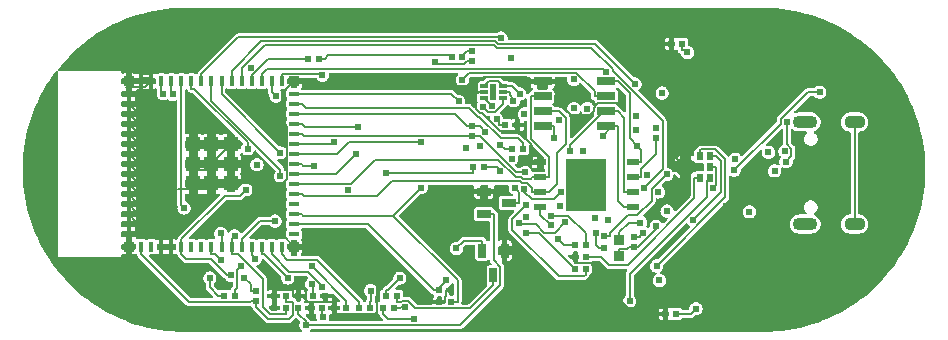
<source format=gbl>
G04 Layer: BottomLayer*
G04 EasyEDA v6.5.39, 2023-12-28 21:15:06*
G04 35ff57de02ea422eb169f7c644e1f47a,fc83978cdc934b7da63e149a84a413c2,10*
G04 Gerber Generator version 0.2*
G04 Scale: 100 percent, Rotated: No, Reflected: No *
G04 Dimensions in millimeters *
G04 leading zeros omitted , absolute positions ,4 integer and 5 decimal *
%FSLAX45Y45*%
%MOMM*%

%AMMACRO1*21,1,$1,$2,0,0,$3*%
%AMMACRO2*4,1,4,-0.4001,0.2,-0.4001,-0.2,0.4001,-0.2,0.4001,0.2,-0.4001,0.2,0*%
%AMMACRO3*4,1,4,-0.4001,0.1999,-0.4001,-0.1999,0.4001,-0.1999,0.4001,0.1999,-0.4001,0.1999,0*%
%AMMACRO4*4,1,4,-0.4001,0.2,-0.4001,-0.2,0.4,-0.2,0.4,0.2,-0.4001,0.2,0*%
%AMMACRO5*4,1,4,-0.4001,0.1999,-0.4001,-0.1999,0.4,-0.1999,0.4,0.1999,-0.4001,0.1999,0*%
%ADD10C,0.1524*%
%ADD11MACRO1,0.54X0.5656X-90.0000*%
%ADD12MACRO1,0.5657X0.54X0.0000*%
%ADD13R,0.5400X0.5657*%
%ADD14MACRO1,0.54X0.5656X0.0000*%
%ADD15MACRO1,0.8001X0.8001X-90.0000*%
%ADD16MACRO1,0.8001X0.4X-90.0000*%
%ADD17MACRO1,0.8001X0.4001X-90.0000*%
%ADD18MACRO2*%
%ADD19MACRO3*%
%ADD20MACRO4*%
%ADD21MACRO5*%
%ADD22MACRO1,1.1999X1.1999X-90.0000*%
%ADD23MACRO1,0.5657X0.54X-90.0000*%
%ADD24MACRO1,0.8X0.864X-90.0000*%
%ADD25MACRO1,0.7X0.3X0.0000*%
%ADD26MACRO1,1.3099X0.5499X-90.0000*%
%ADD27MACRO1,1.4999X0.65X0.0000*%
%ADD28MACRO1,0.95X0.4501X0.0000*%
%ADD29MACRO1,4.35X3.4501X-90.0000*%
%ADD30MACRO1,0.54X0.5656X90.0000*%
%ADD31MACRO1,0.5657X0.54X90.0000*%
%ADD32MACRO1,0.5999X0.522X90.0000*%
%ADD33MACRO1,1.1999X0.65X-90.0000*%
%ADD34MACRO1,1.1999X0.65X0.0000*%
%ADD35C,1.6241*%
%ADD36O,2.0999958X1.0999978000000001*%
%ADD37O,1.7999964X1.0999978000000001*%
%ADD38C,0.6096*%
%ADD39C,0.0187*%

%LPD*%
G36*
X4033520Y-1101242D02*
G01*
X4029760Y-1100429D01*
X4026611Y-1098296D01*
X4004360Y-1076045D01*
X3998518Y-1071270D01*
X3992270Y-1068120D01*
X3985412Y-1066292D01*
X3979875Y-1065834D01*
X3960926Y-1065834D01*
X3956862Y-1064971D01*
X3953459Y-1062532D01*
X3951325Y-1058926D01*
X3950817Y-1054811D01*
X3951579Y-1045921D01*
X3950715Y-1036116D01*
X3948176Y-1026617D01*
X3944061Y-1017727D01*
X3938422Y-1009650D01*
X3931462Y-1002741D01*
X3923436Y-997102D01*
X3914495Y-992936D01*
X3905046Y-990396D01*
X3895242Y-989533D01*
X3891737Y-989837D01*
X3887368Y-989279D01*
X3883660Y-986891D01*
X3853230Y-956462D01*
X3847388Y-951737D01*
X3841140Y-948537D01*
X3834282Y-946708D01*
X3828745Y-946302D01*
X2572359Y-946302D01*
X2568143Y-945387D01*
X2564688Y-942797D01*
X2562606Y-939037D01*
X2562250Y-934770D01*
X2563723Y-930706D01*
X2566670Y-926033D01*
X2568600Y-920546D01*
X2569311Y-914247D01*
X2569311Y-901141D01*
X2529738Y-901141D01*
X2529738Y-923747D01*
X2528976Y-927608D01*
X2526792Y-930910D01*
X2523490Y-933094D01*
X2519578Y-933907D01*
X2487218Y-933907D01*
X2483307Y-933094D01*
X2480005Y-930910D01*
X2477820Y-927608D01*
X2477058Y-923747D01*
X2477058Y-901141D01*
X2454452Y-901141D01*
X2450592Y-900379D01*
X2447290Y-898194D01*
X2445054Y-894892D01*
X2444292Y-890981D01*
X2444292Y-858621D01*
X2445054Y-854710D01*
X2447290Y-851408D01*
X2450592Y-849223D01*
X2454452Y-848461D01*
X2479852Y-848461D01*
X2483205Y-846124D01*
X2487218Y-845312D01*
X2519578Y-845312D01*
X2523591Y-846124D01*
X2526944Y-848461D01*
X2572105Y-848461D01*
X2575458Y-846124D01*
X2579471Y-845312D01*
X2684830Y-845312D01*
X2688031Y-845819D01*
X2690926Y-847344D01*
X2693162Y-849630D01*
X2699054Y-858062D01*
X2705963Y-864971D01*
X2714040Y-870610D01*
X2722930Y-874776D01*
X2732430Y-877316D01*
X2742234Y-878179D01*
X2751988Y-877316D01*
X2761488Y-874776D01*
X2770378Y-870610D01*
X2778455Y-864971D01*
X2785364Y-858062D01*
X2791002Y-849985D01*
X2795168Y-841095D01*
X2797708Y-831596D01*
X2798572Y-821791D01*
X2797759Y-812596D01*
X2798267Y-808431D01*
X2800400Y-804824D01*
X2803804Y-802386D01*
X2807868Y-801573D01*
X3883914Y-801573D01*
X3887774Y-802335D01*
X3891076Y-804519D01*
X3893312Y-807821D01*
X3894074Y-811733D01*
X3893312Y-815594D01*
X3891076Y-818896D01*
X3883914Y-826058D01*
X3878275Y-834085D01*
X3874160Y-843026D01*
X3871620Y-852474D01*
X3870756Y-862279D01*
X3871620Y-872083D01*
X3874160Y-881532D01*
X3878275Y-890473D01*
X3883914Y-898499D01*
X3890873Y-905459D01*
X3898900Y-911098D01*
X3907840Y-915212D01*
X3917289Y-917752D01*
X3927094Y-918616D01*
X3936898Y-917752D01*
X3946347Y-915212D01*
X3955287Y-911098D01*
X3963314Y-905459D01*
X3970274Y-898499D01*
X3975912Y-890473D01*
X3980027Y-881532D01*
X3982567Y-872083D01*
X3983431Y-862279D01*
X3983126Y-858774D01*
X3983736Y-854405D01*
X3986072Y-850696D01*
X3994861Y-841908D01*
X3998163Y-839724D01*
X4002074Y-838962D01*
X4115308Y-838962D01*
X4119168Y-839724D01*
X4122470Y-841908D01*
X4124706Y-845210D01*
X4125468Y-849121D01*
X4124706Y-852982D01*
X4122470Y-856284D01*
X4107434Y-871321D01*
X4104182Y-873506D01*
X4100271Y-874268D01*
X4076547Y-874268D01*
X4070248Y-874979D01*
X4064762Y-876909D01*
X4059885Y-880008D01*
X4055770Y-884072D01*
X4052722Y-889000D01*
X4050792Y-894435D01*
X4050080Y-900734D01*
X4050080Y-929640D01*
X4050792Y-935939D01*
X4051655Y-940206D01*
X4050792Y-944473D01*
X4050080Y-951331D01*
X4058462Y-951331D01*
X4061307Y-951737D01*
X4064762Y-953465D01*
X4070908Y-955598D01*
X4074464Y-957732D01*
X4076852Y-961136D01*
X4077715Y-965200D01*
X4076852Y-969264D01*
X4074464Y-972667D01*
X4070908Y-974801D01*
X4064762Y-976934D01*
X4061307Y-978662D01*
X4058462Y-979068D01*
X4050080Y-979068D01*
X4050792Y-985926D01*
X4051655Y-990193D01*
X4050792Y-994460D01*
X4050080Y-1000760D01*
X4050080Y-1029665D01*
X4050792Y-1035964D01*
X4052722Y-1041400D01*
X4055821Y-1046378D01*
X4057243Y-1050086D01*
X4057142Y-1053998D01*
X4055567Y-1057605D01*
X4051503Y-1063396D01*
X4047337Y-1072337D01*
X4044797Y-1081786D01*
X4043934Y-1091996D01*
X4042867Y-1095654D01*
X4040530Y-1098702D01*
X4037279Y-1100632D01*
G37*

%LPD*%
G36*
X5299760Y-1133754D02*
G01*
X5295849Y-1132992D01*
X5292598Y-1130757D01*
X5268772Y-1106982D01*
X5262829Y-1102156D01*
X5258460Y-1099769D01*
X5253380Y-1098092D01*
X5250586Y-1096721D01*
X5248351Y-1094536D01*
X5246928Y-1091793D01*
X5245100Y-1086612D01*
X5242001Y-1081684D01*
X5237886Y-1077620D01*
X5234432Y-1075385D01*
X5231485Y-1072591D01*
X5229860Y-1068832D01*
X5229860Y-1064768D01*
X5231485Y-1061008D01*
X5234432Y-1058214D01*
X5237886Y-1055979D01*
X5242001Y-1051915D01*
X5245100Y-1046987D01*
X5246979Y-1041552D01*
X5247690Y-1035253D01*
X5247690Y-971346D01*
X5246979Y-965047D01*
X5245100Y-959612D01*
X5242001Y-954684D01*
X5237886Y-950620D01*
X5234432Y-948385D01*
X5231485Y-945591D01*
X5229860Y-941832D01*
X5229860Y-937768D01*
X5231485Y-934008D01*
X5234432Y-931214D01*
X5238445Y-928674D01*
X5241594Y-927353D01*
X5244998Y-927150D01*
X5248300Y-928116D01*
X5251043Y-930097D01*
X5306923Y-985977D01*
X5309158Y-989279D01*
X5309920Y-993140D01*
X5309920Y-1123594D01*
X5309158Y-1127455D01*
X5306923Y-1130757D01*
X5303672Y-1132992D01*
G37*

%LPD*%
G36*
X4811369Y-1141171D02*
G01*
X4807407Y-1140460D01*
X4804054Y-1138224D01*
X4772812Y-1106982D01*
X4766970Y-1102207D01*
X4760722Y-1099058D01*
X4753864Y-1097229D01*
X4748326Y-1096772D01*
X4715865Y-1096772D01*
X4711801Y-1095908D01*
X4708398Y-1093520D01*
X4706264Y-1089964D01*
X4705096Y-1086612D01*
X4701997Y-1081684D01*
X4697882Y-1077620D01*
X4694428Y-1075385D01*
X4691481Y-1072591D01*
X4689856Y-1068832D01*
X4689856Y-1064768D01*
X4691481Y-1061008D01*
X4694428Y-1058214D01*
X4697882Y-1055979D01*
X4701997Y-1051915D01*
X4705096Y-1046987D01*
X4706975Y-1041552D01*
X4707686Y-1035253D01*
X4707686Y-971346D01*
X4706975Y-965047D01*
X4705096Y-959612D01*
X4701997Y-954684D01*
X4697882Y-950620D01*
X4694428Y-948385D01*
X4691481Y-945591D01*
X4689856Y-941832D01*
X4689856Y-937768D01*
X4691481Y-934008D01*
X4694428Y-931214D01*
X4697882Y-928979D01*
X4701997Y-924915D01*
X4705096Y-919987D01*
X4706975Y-914552D01*
X4707686Y-908253D01*
X4707686Y-898906D01*
X4650638Y-898906D01*
X4650638Y-934719D01*
X4649876Y-938631D01*
X4647692Y-941933D01*
X4644390Y-944118D01*
X4640478Y-944880D01*
X4573117Y-944880D01*
X4569206Y-944118D01*
X4565904Y-941933D01*
X4563719Y-938631D01*
X4562957Y-934719D01*
X4562957Y-898906D01*
X4505909Y-898906D01*
X4505909Y-908253D01*
X4506620Y-914552D01*
X4508500Y-919987D01*
X4511598Y-924915D01*
X4515713Y-928979D01*
X4519168Y-931214D01*
X4522114Y-934008D01*
X4523740Y-937768D01*
X4523740Y-941832D01*
X4522114Y-945591D01*
X4519168Y-948385D01*
X4515713Y-950620D01*
X4511598Y-954684D01*
X4508500Y-959612D01*
X4506671Y-964793D01*
X4505248Y-967536D01*
X4503013Y-969721D01*
X4500219Y-971143D01*
X4495342Y-972718D01*
X4489145Y-976274D01*
X4485843Y-979119D01*
X4481931Y-981202D01*
X4477512Y-981405D01*
X4473448Y-979728D01*
X4470450Y-976477D01*
X4466488Y-961898D01*
X4462322Y-953008D01*
X4456684Y-944930D01*
X4449775Y-938021D01*
X4441698Y-932383D01*
X4432808Y-928217D01*
X4423308Y-925677D01*
X4413554Y-924814D01*
X4410049Y-925118D01*
X4405680Y-924560D01*
X4401972Y-922172D01*
X4371644Y-891844D01*
X4365752Y-887120D01*
X4359554Y-883919D01*
X4352645Y-882091D01*
X4347159Y-881684D01*
X4327702Y-881684D01*
X4324908Y-881278D01*
X4322318Y-880110D01*
X4317238Y-876909D01*
X4311751Y-874979D01*
X4305452Y-874268D01*
X4281728Y-874268D01*
X4277817Y-873506D01*
X4274566Y-871321D01*
X4259529Y-856284D01*
X4257294Y-852982D01*
X4256532Y-849121D01*
X4257294Y-845210D01*
X4259529Y-841908D01*
X4262831Y-839724D01*
X4266692Y-838962D01*
X4495749Y-838962D01*
X4499610Y-839724D01*
X4502912Y-841908D01*
X4505147Y-845210D01*
X4505909Y-849121D01*
X4505909Y-853694D01*
X4562957Y-853694D01*
X4562957Y-849121D01*
X4563719Y-845210D01*
X4565904Y-841908D01*
X4569206Y-839724D01*
X4573117Y-838962D01*
X4640478Y-838962D01*
X4644390Y-839724D01*
X4647692Y-841908D01*
X4649876Y-845210D01*
X4650638Y-849121D01*
X4650638Y-853694D01*
X4707686Y-853694D01*
X4707686Y-849121D01*
X4708448Y-845210D01*
X4710684Y-841908D01*
X4713986Y-839724D01*
X4717846Y-838962D01*
X4806086Y-838962D01*
X4810201Y-839774D01*
X4813604Y-842213D01*
X4815738Y-845819D01*
X4816246Y-849985D01*
X4815382Y-859536D01*
X4816246Y-869340D01*
X4818786Y-878789D01*
X4822952Y-887730D01*
X4828590Y-895756D01*
X4835499Y-902716D01*
X4843576Y-908354D01*
X4852466Y-912469D01*
X4861966Y-915009D01*
X4871770Y-915873D01*
X4881524Y-915009D01*
X4891024Y-912469D01*
X4899914Y-908354D01*
X4907991Y-902716D01*
X4914900Y-895756D01*
X4916728Y-893165D01*
X4919980Y-890168D01*
X4924145Y-888847D01*
X4928514Y-889457D01*
X4932222Y-891794D01*
X5012436Y-972007D01*
X5014620Y-975309D01*
X5015433Y-979169D01*
X5015433Y-1003046D01*
X5015585Y-1006805D01*
X5017058Y-1013663D01*
X5019903Y-1020064D01*
X5024018Y-1025702D01*
X5029250Y-1030427D01*
X5035092Y-1033830D01*
X5040376Y-1035558D01*
X5043068Y-1036980D01*
X5045252Y-1039164D01*
X5046726Y-1041857D01*
X5048504Y-1046987D01*
X5051602Y-1051915D01*
X5055717Y-1055979D01*
X5059172Y-1058214D01*
X5062118Y-1061008D01*
X5063744Y-1064768D01*
X5063744Y-1068832D01*
X5062118Y-1072591D01*
X5059172Y-1075385D01*
X5055717Y-1077620D01*
X5051196Y-1082090D01*
X5047996Y-1084275D01*
X5044186Y-1085037D01*
X5040376Y-1084376D01*
X5037074Y-1082344D01*
X5034838Y-1079195D01*
X5033873Y-1077163D01*
X5028234Y-1069136D01*
X5021326Y-1062177D01*
X5013248Y-1056538D01*
X5004358Y-1052423D01*
X4994859Y-1049883D01*
X4985105Y-1049020D01*
X4975301Y-1049883D01*
X4965801Y-1052423D01*
X4956911Y-1056538D01*
X4948834Y-1062177D01*
X4941925Y-1069136D01*
X4937099Y-1076045D01*
X4934305Y-1078738D01*
X4930698Y-1080160D01*
X4926838Y-1080160D01*
X4923231Y-1078738D01*
X4920437Y-1076045D01*
X4915560Y-1069035D01*
X4908600Y-1062075D01*
X4900574Y-1056436D01*
X4891633Y-1052322D01*
X4882184Y-1049782D01*
X4872380Y-1048918D01*
X4862576Y-1049782D01*
X4853127Y-1052322D01*
X4844186Y-1056436D01*
X4836160Y-1062075D01*
X4829200Y-1069035D01*
X4823561Y-1077061D01*
X4819446Y-1086002D01*
X4816906Y-1095451D01*
X4816043Y-1105255D01*
X4816906Y-1115060D01*
X4819446Y-1124508D01*
X4820462Y-1126744D01*
X4821428Y-1130655D01*
X4820767Y-1134618D01*
X4818634Y-1138021D01*
X4815332Y-1140358D01*
G37*

%LPD*%
G36*
X4150868Y-1202994D02*
G01*
X4147159Y-1202182D01*
X4143959Y-1200048D01*
X4129684Y-1185722D01*
X4127449Y-1182319D01*
X4126737Y-1178255D01*
X4127703Y-1174242D01*
X4130141Y-1170940D01*
X4133748Y-1168908D01*
X4137812Y-1168450D01*
X4144721Y-1169111D01*
X4153408Y-1169111D01*
X4157014Y-1169771D01*
X4160215Y-1171702D01*
X4162450Y-1174648D01*
X4163517Y-1178204D01*
X4163212Y-1181862D01*
X4161891Y-1186789D01*
X4161282Y-1193749D01*
X4160265Y-1197406D01*
X4157929Y-1200454D01*
X4154627Y-1202385D01*
G37*

%LPD*%
G36*
X4847031Y-1358849D02*
G01*
X4843119Y-1358087D01*
X4839817Y-1355902D01*
X4837633Y-1352600D01*
X4836871Y-1348689D01*
X4836871Y-1185418D01*
X4836058Y-1177950D01*
X4833874Y-1171295D01*
X4832604Y-1169060D01*
X4831283Y-1164996D01*
X4831740Y-1160780D01*
X4833924Y-1157122D01*
X4837379Y-1154633D01*
X4841544Y-1153820D01*
X4845710Y-1154734D01*
X4853127Y-1158189D01*
X4862576Y-1160729D01*
X4872380Y-1161592D01*
X4882184Y-1160729D01*
X4891633Y-1158189D01*
X4900574Y-1154074D01*
X4908600Y-1148435D01*
X4915560Y-1141476D01*
X4920386Y-1134567D01*
X4923180Y-1131874D01*
X4926736Y-1130452D01*
X4930648Y-1130452D01*
X4934204Y-1131874D01*
X4936998Y-1134567D01*
X4941925Y-1141577D01*
X4948834Y-1148537D01*
X4956911Y-1154176D01*
X4965801Y-1158290D01*
X4975301Y-1160830D01*
X4985105Y-1161694D01*
X4994859Y-1160830D01*
X5004358Y-1158290D01*
X5013248Y-1154176D01*
X5021326Y-1148537D01*
X5028539Y-1141272D01*
X5031841Y-1139088D01*
X5035753Y-1138275D01*
X5039614Y-1139088D01*
X5042916Y-1141272D01*
X5045151Y-1144574D01*
X5045913Y-1148435D01*
X5045913Y-1159967D01*
X5045151Y-1163878D01*
X5042916Y-1167130D01*
X4854194Y-1355902D01*
X4850892Y-1358087D01*
G37*

%LPD*%
G36*
X4462170Y-1370939D02*
G01*
X4458258Y-1370177D01*
X4454956Y-1367993D01*
X4422190Y-1335227D01*
X4416348Y-1330452D01*
X4410100Y-1327302D01*
X4403242Y-1325473D01*
X4397705Y-1325016D01*
X4273194Y-1325016D01*
X4269282Y-1324254D01*
X4265980Y-1322019D01*
X4258818Y-1314856D01*
X4256582Y-1311554D01*
X4255820Y-1307693D01*
X4256582Y-1303782D01*
X4258818Y-1300480D01*
X4262120Y-1298295D01*
X4265980Y-1297533D01*
X4320336Y-1297533D01*
X4326636Y-1296771D01*
X4332122Y-1294892D01*
X4338066Y-1291183D01*
X4341571Y-1289812D01*
X4345330Y-1289812D01*
X4348835Y-1291183D01*
X4354677Y-1294892D01*
X4360164Y-1296771D01*
X4366463Y-1297533D01*
X4373727Y-1297533D01*
X4373727Y-1264462D01*
X4356963Y-1264462D01*
X4353052Y-1263700D01*
X4349750Y-1261465D01*
X4347565Y-1258163D01*
X4346803Y-1254302D01*
X4346803Y-1234897D01*
X4347565Y-1231036D01*
X4349750Y-1227734D01*
X4353052Y-1225499D01*
X4356963Y-1224737D01*
X4373727Y-1224737D01*
X4373727Y-1191717D01*
X4366463Y-1191717D01*
X4360164Y-1192428D01*
X4354677Y-1194308D01*
X4348734Y-1198016D01*
X4345228Y-1199388D01*
X4341469Y-1199388D01*
X4337964Y-1198016D01*
X4332122Y-1194308D01*
X4326636Y-1192428D01*
X4320336Y-1191717D01*
X4281982Y-1191717D01*
X4277715Y-1190752D01*
X4274210Y-1188059D01*
X4272178Y-1184148D01*
X4270349Y-1177290D01*
X4266184Y-1168400D01*
X4260545Y-1160322D01*
X4253636Y-1153414D01*
X4251350Y-1151839D01*
X4248353Y-1148588D01*
X4247032Y-1144371D01*
X4247642Y-1140002D01*
X4249978Y-1136294D01*
X4294327Y-1091946D01*
X4299102Y-1086104D01*
X4302709Y-1078992D01*
X4305046Y-1075994D01*
X4308297Y-1074064D01*
X4312056Y-1073454D01*
X4315815Y-1074267D01*
X4318965Y-1076401D01*
X4324096Y-1081582D01*
X4332122Y-1087221D01*
X4341063Y-1091336D01*
X4350512Y-1093876D01*
X4360316Y-1094740D01*
X4370120Y-1093876D01*
X4379569Y-1091336D01*
X4388510Y-1087221D01*
X4396536Y-1081582D01*
X4403496Y-1074623D01*
X4409135Y-1066596D01*
X4413250Y-1057656D01*
X4415790Y-1048207D01*
X4416044Y-1045514D01*
X4417212Y-1041603D01*
X4419854Y-1038453D01*
X4423511Y-1036624D01*
X4432808Y-1034135D01*
X4441698Y-1029969D01*
X4449775Y-1024331D01*
X4454956Y-1019149D01*
X4458258Y-1016914D01*
X4462170Y-1016152D01*
X4466031Y-1016914D01*
X4469333Y-1019149D01*
X4471517Y-1022451D01*
X4472330Y-1026312D01*
X4472330Y-1085748D01*
X4471466Y-1089812D01*
X4469028Y-1093216D01*
X4465421Y-1095349D01*
X4461256Y-1095857D01*
X4452366Y-1095095D01*
X4442561Y-1095959D01*
X4433112Y-1098499D01*
X4424172Y-1102614D01*
X4416145Y-1108252D01*
X4409186Y-1115212D01*
X4403547Y-1123238D01*
X4399432Y-1132179D01*
X4396892Y-1141628D01*
X4396028Y-1151432D01*
X4396892Y-1161237D01*
X4399432Y-1170686D01*
X4403547Y-1179626D01*
X4409186Y-1187653D01*
X4411726Y-1190142D01*
X4413910Y-1193444D01*
X4414672Y-1197356D01*
X4414672Y-1224737D01*
X4448352Y-1224737D01*
X4448352Y-1217472D01*
X4449064Y-1213764D01*
X4451045Y-1210564D01*
X4454042Y-1208328D01*
X4457649Y-1207312D01*
X4461256Y-1207008D01*
X4465421Y-1207516D01*
X4469028Y-1209649D01*
X4471466Y-1213053D01*
X4472330Y-1217117D01*
X4472330Y-1360779D01*
X4471517Y-1364691D01*
X4469333Y-1367993D01*
X4466031Y-1370177D01*
G37*

%LPC*%
G36*
X4414672Y-1297533D02*
G01*
X4421886Y-1297533D01*
X4428236Y-1296771D01*
X4433671Y-1294892D01*
X4438599Y-1291793D01*
X4442663Y-1287729D01*
X4445762Y-1282801D01*
X4447692Y-1277366D01*
X4448403Y-1271016D01*
X4448403Y-1264462D01*
X4414672Y-1264462D01*
G37*

%LPD*%
G36*
X2428341Y-1440535D02*
G01*
X2424226Y-1439824D01*
X2412695Y-1431848D01*
X2403754Y-1427734D01*
X2394305Y-1425194D01*
X2384501Y-1424330D01*
X2380996Y-1424635D01*
X2376627Y-1424025D01*
X2372918Y-1421688D01*
X1924913Y-973632D01*
X1922678Y-970330D01*
X1921916Y-966469D01*
X1921916Y-943762D01*
X1922830Y-939546D01*
X1925370Y-936091D01*
X1929130Y-934008D01*
X1933448Y-933653D01*
X1937461Y-935126D01*
X1942185Y-938072D01*
X1947672Y-940003D01*
X1953971Y-940714D01*
X1992833Y-940714D01*
X1999132Y-940003D01*
X2004618Y-938072D01*
X2010511Y-934415D01*
X2014016Y-933043D01*
X2017775Y-933043D01*
X2021281Y-934415D01*
X2027174Y-938072D01*
X2032660Y-940003D01*
X2038959Y-940714D01*
X2077821Y-940714D01*
X2084120Y-940003D01*
X2089607Y-938072D01*
X2095550Y-934415D01*
X2099056Y-933043D01*
X2102815Y-933043D01*
X2106320Y-934415D01*
X2112213Y-938072D01*
X2117648Y-940003D01*
X2123948Y-940714D01*
X2162860Y-940714D01*
X2169160Y-940003D01*
X2174646Y-938072D01*
X2180488Y-934415D01*
X2183993Y-933043D01*
X2187803Y-933043D01*
X2191308Y-934415D01*
X2197201Y-938072D01*
X2202637Y-940003D01*
X2208936Y-940714D01*
X2247849Y-940714D01*
X2254148Y-940003D01*
X2259584Y-938072D01*
X2264308Y-935126D01*
X2268372Y-933653D01*
X2272639Y-934008D01*
X2276398Y-936091D01*
X2278989Y-939546D01*
X2279904Y-943762D01*
X2279904Y-962507D01*
X2280666Y-969975D01*
X2282850Y-976680D01*
X2286355Y-982726D01*
X2291740Y-988771D01*
X2293772Y-992327D01*
X2294229Y-996442D01*
X2293924Y-999947D01*
X2294788Y-1009700D01*
X2297328Y-1019200D01*
X2301494Y-1028090D01*
X2307132Y-1036167D01*
X2314041Y-1043076D01*
X2322118Y-1048715D01*
X2331008Y-1052880D01*
X2340508Y-1055420D01*
X2350312Y-1056284D01*
X2360066Y-1055420D01*
X2369566Y-1052880D01*
X2378456Y-1048715D01*
X2386533Y-1043076D01*
X2393442Y-1036167D01*
X2399080Y-1028090D01*
X2403246Y-1019200D01*
X2405786Y-1009700D01*
X2406650Y-999947D01*
X2405786Y-990142D01*
X2403246Y-980643D01*
X2399080Y-971753D01*
X2393442Y-963676D01*
X2387803Y-958037D01*
X2385618Y-954786D01*
X2384856Y-950874D01*
X2385618Y-946962D01*
X2387803Y-943711D01*
X2391105Y-941476D01*
X2395016Y-940714D01*
X2417826Y-940714D01*
X2424125Y-940003D01*
X2429560Y-938834D01*
X2433269Y-939698D01*
X2436368Y-941832D01*
X2438501Y-944930D01*
X2439365Y-948639D01*
X2438196Y-954024D01*
X2437485Y-960374D01*
X2437485Y-999236D01*
X2438196Y-1005535D01*
X2440127Y-1011021D01*
X2443784Y-1016914D01*
X2445156Y-1020419D01*
X2445156Y-1024229D01*
X2443784Y-1027734D01*
X2440127Y-1033576D01*
X2438196Y-1039063D01*
X2437485Y-1045362D01*
X2437485Y-1084224D01*
X2438196Y-1090574D01*
X2440127Y-1096010D01*
X2443784Y-1101902D01*
X2445156Y-1105408D01*
X2445156Y-1109218D01*
X2443784Y-1112723D01*
X2440127Y-1118565D01*
X2438196Y-1124051D01*
X2437485Y-1130350D01*
X2437485Y-1169212D01*
X2438196Y-1175562D01*
X2440127Y-1180998D01*
X2443784Y-1186942D01*
X2445156Y-1190447D01*
X2445156Y-1194206D01*
X2443784Y-1197711D01*
X2440127Y-1203604D01*
X2438196Y-1209040D01*
X2437485Y-1215390D01*
X2437485Y-1254252D01*
X2438196Y-1260551D01*
X2440127Y-1266037D01*
X2443784Y-1271930D01*
X2445156Y-1275435D01*
X2445156Y-1279194D01*
X2443784Y-1282700D01*
X2440127Y-1288592D01*
X2438196Y-1294028D01*
X2437485Y-1300378D01*
X2437485Y-1339240D01*
X2438196Y-1345539D01*
X2440127Y-1351026D01*
X2443784Y-1356918D01*
X2445156Y-1360424D01*
X2445156Y-1364234D01*
X2443784Y-1367739D01*
X2440127Y-1373581D01*
X2438196Y-1379067D01*
X2437485Y-1385366D01*
X2437485Y-1424228D01*
X2438044Y-1429207D01*
X2437638Y-1433372D01*
X2435656Y-1436979D01*
X2432354Y-1439519D01*
G37*

%LPD*%
G36*
X2429865Y-1638147D02*
G01*
X2425903Y-1637436D01*
X2422499Y-1635251D01*
X2420213Y-1631950D01*
X2419400Y-1627987D01*
X2419400Y-1622348D01*
X2418638Y-1614881D01*
X2416454Y-1608226D01*
X2412898Y-1602028D01*
X2409291Y-1597863D01*
X2364486Y-1553057D01*
X2362149Y-1549349D01*
X2361539Y-1544980D01*
X2362860Y-1540764D01*
X2365857Y-1537563D01*
X2369921Y-1535836D01*
X2384501Y-1537004D01*
X2394305Y-1536141D01*
X2403754Y-1533601D01*
X2412695Y-1529486D01*
X2420721Y-1523847D01*
X2424684Y-1519834D01*
X2427681Y-1517802D01*
X2431237Y-1516888D01*
X2434844Y-1517294D01*
X2438044Y-1518970D01*
X2440533Y-1521663D01*
X2443835Y-1526946D01*
X2445156Y-1530451D01*
X2445156Y-1534210D01*
X2443784Y-1537716D01*
X2440127Y-1543608D01*
X2438196Y-1549044D01*
X2437485Y-1555394D01*
X2437485Y-1594205D01*
X2438196Y-1600555D01*
X2440127Y-1605991D01*
X2443784Y-1611934D01*
X2445156Y-1615440D01*
X2445156Y-1619199D01*
X2443784Y-1622704D01*
X2440127Y-1628597D01*
X2439162Y-1631340D01*
X2437079Y-1634794D01*
X2433828Y-1637182D01*
G37*

%LPD*%
G36*
X4524197Y-1644497D02*
G01*
X4520133Y-1643380D01*
X4516932Y-1640738D01*
X4515002Y-1636979D01*
X4512310Y-1626870D01*
X4508144Y-1617929D01*
X4505198Y-1613712D01*
X4504131Y-1611172D01*
X4503166Y-1610512D01*
X4495596Y-1602943D01*
X4487519Y-1597304D01*
X4478629Y-1593189D01*
X4469130Y-1590649D01*
X4459376Y-1589786D01*
X4449572Y-1590649D01*
X4440072Y-1593189D01*
X4431182Y-1597304D01*
X4423105Y-1602943D01*
X4416450Y-1609598D01*
X4413148Y-1611833D01*
X4409287Y-1612595D01*
X4402277Y-1612595D01*
X4398416Y-1611833D01*
X4395114Y-1609598D01*
X4376318Y-1590852D01*
X4373981Y-1587144D01*
X4373372Y-1582775D01*
X4374743Y-1578610D01*
X4377690Y-1575358D01*
X4381703Y-1572564D01*
X4388612Y-1565605D01*
X4394250Y-1557578D01*
X4398416Y-1548638D01*
X4400956Y-1539189D01*
X4401820Y-1529384D01*
X4400956Y-1519529D01*
X4399381Y-1513382D01*
X4399127Y-1509725D01*
X4400194Y-1506220D01*
X4402429Y-1503273D01*
X4405579Y-1501394D01*
X4409186Y-1500733D01*
X4465218Y-1500733D01*
X4471517Y-1499971D01*
X4476953Y-1498092D01*
X4481880Y-1494993D01*
X4485944Y-1490929D01*
X4489043Y-1486001D01*
X4490974Y-1480566D01*
X4491685Y-1474216D01*
X4491685Y-1421333D01*
X4492193Y-1417269D01*
X4494276Y-1413713D01*
X4497578Y-1411325D01*
X4501540Y-1410360D01*
X4505553Y-1411122D01*
X4509008Y-1413357D01*
X4615535Y-1519885D01*
X4617720Y-1523187D01*
X4618532Y-1527098D01*
X4618532Y-1544523D01*
X4622190Y-1545437D01*
X4625289Y-1547672D01*
X4627321Y-1550924D01*
X4628083Y-1554683D01*
X4628083Y-1569567D01*
X4627321Y-1573276D01*
X4625289Y-1576527D01*
X4622190Y-1578762D01*
X4618532Y-1579676D01*
X4618532Y-1610512D01*
X4622190Y-1611477D01*
X4625289Y-1613712D01*
X4627321Y-1616913D01*
X4628083Y-1620672D01*
X4628083Y-1630527D01*
X4627270Y-1634439D01*
X4625086Y-1637690D01*
X4621784Y-1639925D01*
X4617923Y-1640687D01*
X4541469Y-1640687D01*
X4535220Y-1641398D01*
X4528312Y-1643888D01*
G37*

%LPC*%
G36*
X4541469Y-1610512D02*
G01*
X4558334Y-1610512D01*
X4558334Y-1579727D01*
X4515002Y-1579727D01*
X4515002Y-1584045D01*
X4515713Y-1590344D01*
X4517644Y-1595831D01*
X4519726Y-1600098D01*
X4520692Y-1600708D01*
X4524806Y-1604822D01*
X4529683Y-1607870D01*
X4535170Y-1609801D01*
G37*
G36*
X4515002Y-1544523D02*
G01*
X4558334Y-1544523D01*
X4558334Y-1513687D01*
X4541469Y-1513687D01*
X4535170Y-1514398D01*
X4529683Y-1516329D01*
X4524806Y-1519377D01*
X4520692Y-1523492D01*
X4517644Y-1528368D01*
X4515713Y-1533855D01*
X4515002Y-1540154D01*
G37*

%LPD*%
G36*
X4883048Y-2410917D02*
G01*
X4879136Y-2410104D01*
X4875834Y-2407920D01*
X4866792Y-2398877D01*
X4864608Y-2395575D01*
X4863846Y-2391664D01*
X4863846Y-2382062D01*
X4854194Y-2382062D01*
X4850282Y-2381300D01*
X4847031Y-2379065D01*
X4827625Y-2359710D01*
X4825441Y-2356408D01*
X4824628Y-2352497D01*
X4825441Y-2348636D01*
X4827625Y-2345334D01*
X4830927Y-2343099D01*
X4834788Y-2342337D01*
X4863846Y-2342337D01*
X4863846Y-2323693D01*
X4864608Y-2319782D01*
X4866792Y-2316480D01*
X4870094Y-2314295D01*
X4874006Y-2313533D01*
X4894630Y-2313533D01*
X4898542Y-2314295D01*
X4901844Y-2316480D01*
X4904028Y-2319782D01*
X4904790Y-2323693D01*
X4904790Y-2342337D01*
X4906518Y-2342337D01*
X4910429Y-2343099D01*
X4913731Y-2345334D01*
X4915916Y-2348636D01*
X4916678Y-2352497D01*
X4916678Y-2371902D01*
X4915916Y-2375763D01*
X4913731Y-2379065D01*
X4910429Y-2381300D01*
X4906518Y-2382062D01*
X4904790Y-2382062D01*
X4904790Y-2400757D01*
X4904028Y-2404618D01*
X4901844Y-2407920D01*
X4898542Y-2410104D01*
X4894630Y-2410917D01*
G37*

%LPD*%
G36*
X3825697Y-2688996D02*
G01*
X3821836Y-2688234D01*
X3818534Y-2686050D01*
X3816299Y-2682748D01*
X3815537Y-2678836D01*
X3815537Y-2662072D01*
X3796893Y-2662072D01*
X3792982Y-2661310D01*
X3789679Y-2659126D01*
X3787495Y-2655824D01*
X3786733Y-2651912D01*
X3786733Y-2631287D01*
X3787495Y-2627376D01*
X3789679Y-2624074D01*
X3792982Y-2621889D01*
X3796893Y-2621127D01*
X3815537Y-2621127D01*
X3815537Y-2610662D01*
X3816045Y-2607462D01*
X3817569Y-2604617D01*
X3819906Y-2602331D01*
X3824325Y-2599232D01*
X3831234Y-2592324D01*
X3834790Y-2587244D01*
X3837889Y-2584348D01*
X3841953Y-2582976D01*
X3846169Y-2583383D01*
X3849878Y-2585466D01*
X3852367Y-2588869D01*
X3853281Y-2593035D01*
X3853281Y-2678836D01*
X3852519Y-2682748D01*
X3850284Y-2686050D01*
X3847033Y-2688234D01*
X3843121Y-2688996D01*
G37*

%LPD*%
G36*
X3548430Y-2764942D02*
G01*
X3544570Y-2764180D01*
X3541268Y-2761945D01*
X3487318Y-2707995D01*
X3481425Y-2703271D01*
X3475228Y-2700070D01*
X3468319Y-2698242D01*
X3462832Y-2697835D01*
X3435045Y-2697835D01*
X3431133Y-2697022D01*
X3427831Y-2694838D01*
X3425647Y-2691536D01*
X3424885Y-2687675D01*
X3424885Y-2665984D01*
X3424174Y-2659634D01*
X3422243Y-2654198D01*
X3419144Y-2649270D01*
X3415080Y-2645206D01*
X3410153Y-2642108D01*
X3404717Y-2640228D01*
X3398418Y-2639517D01*
X3369716Y-2639517D01*
X3365804Y-2638704D01*
X3362502Y-2636520D01*
X3360318Y-2633218D01*
X3359556Y-2629357D01*
X3360318Y-2625445D01*
X3362502Y-2622143D01*
X3386175Y-2598521D01*
X3389884Y-2596134D01*
X3394252Y-2595575D01*
X3397758Y-2595880D01*
X3407511Y-2595016D01*
X3417011Y-2592476D01*
X3425901Y-2588310D01*
X3433978Y-2582672D01*
X3440887Y-2575763D01*
X3446526Y-2567686D01*
X3450691Y-2558796D01*
X3453231Y-2549296D01*
X3454095Y-2539542D01*
X3453231Y-2529738D01*
X3450691Y-2520238D01*
X3446526Y-2511348D01*
X3440887Y-2503271D01*
X3433978Y-2496362D01*
X3425901Y-2490724D01*
X3417011Y-2486558D01*
X3407511Y-2484018D01*
X3397758Y-2483154D01*
X3387953Y-2484018D01*
X3378454Y-2486558D01*
X3369564Y-2490724D01*
X3361486Y-2496362D01*
X3354578Y-2503271D01*
X3348939Y-2511348D01*
X3344773Y-2520238D01*
X3342233Y-2529738D01*
X3341370Y-2539542D01*
X3341674Y-2542997D01*
X3341115Y-2547366D01*
X3338728Y-2551074D01*
X3282950Y-2606903D01*
X3280765Y-2608580D01*
X3278174Y-2609596D01*
X3273653Y-2610662D01*
X3267354Y-2613507D01*
X3261715Y-2617622D01*
X3256991Y-2622804D01*
X3253486Y-2628900D01*
X3251606Y-2634843D01*
X3250285Y-2637891D01*
X3247999Y-2640330D01*
X3244646Y-2642108D01*
X3239719Y-2645206D01*
X3235655Y-2649270D01*
X3232556Y-2654198D01*
X3230626Y-2659634D01*
X3229914Y-2665984D01*
X3229914Y-2718816D01*
X3230626Y-2725166D01*
X3231845Y-2728518D01*
X3232404Y-2732481D01*
X3231388Y-2736291D01*
X3229000Y-2739491D01*
X3225596Y-2741472D01*
X3219246Y-2743708D01*
X3214319Y-2746806D01*
X3210255Y-2750870D01*
X3208985Y-2752852D01*
X3206191Y-2755798D01*
X3202432Y-2757373D01*
X3198368Y-2757373D01*
X3194608Y-2755798D01*
X3191814Y-2752852D01*
X3190544Y-2750870D01*
X3187903Y-2748229D01*
X3185566Y-2744571D01*
X3184956Y-2740253D01*
X3185464Y-2733852D01*
X3185464Y-2696718D01*
X3186226Y-2692857D01*
X3188462Y-2689555D01*
X3195116Y-2682900D01*
X3200755Y-2674823D01*
X3204870Y-2665933D01*
X3207410Y-2656433D01*
X3208274Y-2646680D01*
X3207410Y-2636875D01*
X3204870Y-2627376D01*
X3200755Y-2618486D01*
X3195116Y-2610408D01*
X3188157Y-2603500D01*
X3180130Y-2597861D01*
X3171190Y-2593695D01*
X3161741Y-2591155D01*
X3151936Y-2590292D01*
X3142132Y-2591155D01*
X3132683Y-2593695D01*
X3123742Y-2597861D01*
X3115716Y-2603500D01*
X3108756Y-2610408D01*
X3103118Y-2618486D01*
X3099003Y-2627376D01*
X3096463Y-2636875D01*
X3095599Y-2646680D01*
X3096463Y-2656433D01*
X3099003Y-2665933D01*
X3103118Y-2674823D01*
X3108756Y-2682900D01*
X3115411Y-2689555D01*
X3117646Y-2692857D01*
X3118408Y-2696718D01*
X3118408Y-2716733D01*
X3117850Y-2720086D01*
X3116224Y-2723032D01*
X3113938Y-2725928D01*
X3111550Y-2730347D01*
X3109366Y-2737104D01*
X3107232Y-2740761D01*
X3103829Y-2743250D01*
X3099714Y-2744114D01*
X3097885Y-2744114D01*
X3093770Y-2743250D01*
X3090367Y-2740761D01*
X3088233Y-2737104D01*
X3086100Y-2730500D01*
X3082544Y-2724302D01*
X3078937Y-2720136D01*
X2720086Y-2361234D01*
X2714193Y-2356510D01*
X2707995Y-2353310D01*
X2701086Y-2351481D01*
X2695600Y-2351074D01*
X2567990Y-2351074D01*
X2564130Y-2350262D01*
X2560828Y-2348077D01*
X2558643Y-2344775D01*
X2557830Y-2340914D01*
X2558643Y-2337003D01*
X2560828Y-2333701D01*
X2563622Y-2330907D01*
X2566670Y-2326030D01*
X2568600Y-2320544D01*
X2569311Y-2314244D01*
X2569311Y-2301138D01*
X2529738Y-2301138D01*
X2529738Y-2340914D01*
X2528976Y-2344775D01*
X2526792Y-2348077D01*
X2523490Y-2350262D01*
X2519578Y-2351074D01*
X2487218Y-2351074D01*
X2483307Y-2350262D01*
X2480005Y-2348077D01*
X2477820Y-2344775D01*
X2477058Y-2340914D01*
X2477058Y-2301138D01*
X2454452Y-2301138D01*
X2450592Y-2300376D01*
X2447290Y-2298192D01*
X2445054Y-2294890D01*
X2444292Y-2290978D01*
X2444292Y-2258618D01*
X2445054Y-2254707D01*
X2447290Y-2251405D01*
X2450592Y-2249220D01*
X2454452Y-2248458D01*
X2477058Y-2248458D01*
X2477058Y-2225903D01*
X2477820Y-2221992D01*
X2480005Y-2218690D01*
X2483307Y-2216505D01*
X2487218Y-2215743D01*
X2519578Y-2215743D01*
X2523490Y-2216505D01*
X2526792Y-2218690D01*
X2528976Y-2221992D01*
X2529738Y-2225903D01*
X2529738Y-2248458D01*
X2569311Y-2248458D01*
X2569311Y-2235352D01*
X2568600Y-2229053D01*
X2566670Y-2223566D01*
X2563012Y-2217724D01*
X2561640Y-2214168D01*
X2561640Y-2210409D01*
X2563012Y-2206904D01*
X2566670Y-2201011D01*
X2568600Y-2195576D01*
X2569311Y-2189226D01*
X2569311Y-2150364D01*
X2568600Y-2144064D01*
X2566670Y-2138578D01*
X2563723Y-2133904D01*
X2562250Y-2129840D01*
X2562606Y-2125573D01*
X2564688Y-2121814D01*
X2568143Y-2119223D01*
X2572359Y-2118360D01*
X3109010Y-2118360D01*
X3112922Y-2119122D01*
X3116224Y-2121306D01*
X3659835Y-2664917D01*
X3665778Y-2669743D01*
X3670147Y-2672130D01*
X3676904Y-2674315D01*
X3679647Y-2675737D01*
X3681882Y-2677871D01*
X3683508Y-2681122D01*
X3687216Y-2687066D01*
X3688587Y-2690571D01*
X3688587Y-2694330D01*
X3687216Y-2697835D01*
X3683508Y-2703677D01*
X3681628Y-2709164D01*
X3680917Y-2715463D01*
X3680917Y-2722727D01*
X3713937Y-2722727D01*
X3713937Y-2705963D01*
X3714699Y-2702052D01*
X3716934Y-2698750D01*
X3720236Y-2696565D01*
X3724097Y-2695803D01*
X3743502Y-2695803D01*
X3747363Y-2696565D01*
X3750665Y-2698750D01*
X3752900Y-2702052D01*
X3753662Y-2705963D01*
X3753662Y-2722727D01*
X3772357Y-2722727D01*
X3776218Y-2723489D01*
X3779520Y-2725674D01*
X3781704Y-2728976D01*
X3782517Y-2732887D01*
X3782517Y-2753512D01*
X3781704Y-2757424D01*
X3779520Y-2760726D01*
X3776218Y-2762910D01*
X3772357Y-2763672D01*
X3748379Y-2763672D01*
X3743502Y-2764942D01*
X3724097Y-2764942D01*
X3721608Y-2764637D01*
X3719220Y-2763672D01*
X3675634Y-2763672D01*
X3673246Y-2764637D01*
X3670757Y-2764942D01*
G37*

%LPD*%
G36*
X2318156Y-2811526D02*
G01*
X2314295Y-2810764D01*
X2310993Y-2808528D01*
X2293924Y-2791510D01*
X2291740Y-2788208D01*
X2290927Y-2784297D01*
X2291740Y-2780436D01*
X2293924Y-2777134D01*
X2297226Y-2774899D01*
X2301087Y-2774137D01*
X2316327Y-2774137D01*
X2316327Y-2712262D01*
X2281478Y-2712262D01*
X2277567Y-2711500D01*
X2274316Y-2709265D01*
X2272080Y-2705963D01*
X2271318Y-2702102D01*
X2271318Y-2682697D01*
X2272080Y-2678836D01*
X2274316Y-2675534D01*
X2277567Y-2673299D01*
X2281478Y-2672537D01*
X2316327Y-2672537D01*
X2316327Y-2639517D01*
X2309114Y-2639517D01*
X2302764Y-2640228D01*
X2297328Y-2642108D01*
X2292400Y-2645206D01*
X2288641Y-2648915D01*
X2285390Y-2651150D01*
X2281478Y-2651912D01*
X2277567Y-2651150D01*
X2274316Y-2648915D01*
X2272080Y-2645664D01*
X2271318Y-2641752D01*
X2271318Y-2549398D01*
X2270556Y-2541930D01*
X2268372Y-2535275D01*
X2264816Y-2529078D01*
X2261209Y-2524861D01*
X2184806Y-2448458D01*
X2182520Y-2444953D01*
X2181860Y-2440787D01*
X2182977Y-2436672D01*
X2185619Y-2433421D01*
X2189378Y-2431491D01*
X2192223Y-2430729D01*
X2201113Y-2426563D01*
X2209190Y-2420924D01*
X2216099Y-2414016D01*
X2221738Y-2405938D01*
X2225903Y-2397048D01*
X2228443Y-2387498D01*
X2230374Y-2383739D01*
X2233676Y-2381097D01*
X2237740Y-2379980D01*
X2241905Y-2380640D01*
X2245461Y-2382977D01*
X2390343Y-2527858D01*
X2392730Y-2531567D01*
X2393289Y-2535936D01*
X2392984Y-2539441D01*
X2393848Y-2549245D01*
X2396388Y-2558694D01*
X2400554Y-2567635D01*
X2406192Y-2575661D01*
X2413101Y-2582621D01*
X2421178Y-2588260D01*
X2430068Y-2592374D01*
X2439568Y-2594914D01*
X2449372Y-2595778D01*
X2459126Y-2594914D01*
X2468626Y-2592374D01*
X2477516Y-2588260D01*
X2485593Y-2582621D01*
X2492502Y-2575661D01*
X2498140Y-2567635D01*
X2502306Y-2558694D01*
X2504846Y-2549245D01*
X2505710Y-2539441D01*
X2504897Y-2530551D01*
X2505405Y-2526385D01*
X2507538Y-2522778D01*
X2510942Y-2520340D01*
X2515057Y-2519527D01*
X2604058Y-2519527D01*
X2607919Y-2520289D01*
X2611221Y-2522474D01*
X2620670Y-2531922D01*
X2623058Y-2535631D01*
X2623616Y-2540000D01*
X2622296Y-2544165D01*
X2619298Y-2547416D01*
X2615844Y-2549855D01*
X2608935Y-2556764D01*
X2603296Y-2564841D01*
X2599131Y-2573731D01*
X2596591Y-2583230D01*
X2595727Y-2593035D01*
X2596591Y-2602788D01*
X2599131Y-2612288D01*
X2603296Y-2621178D01*
X2608884Y-2629204D01*
X2616809Y-2637028D01*
X2618790Y-2639771D01*
X2619756Y-2643073D01*
X2619603Y-2646476D01*
X2618282Y-2649677D01*
X2615438Y-2654198D01*
X2613507Y-2659634D01*
X2613050Y-2664053D01*
X2611678Y-2668016D01*
X2608884Y-2671165D01*
X2605786Y-2672537D01*
X2609850Y-2674874D01*
X2612034Y-2678176D01*
X2612796Y-2682087D01*
X2612796Y-2702712D01*
X2612034Y-2706624D01*
X2609850Y-2709926D01*
X2605786Y-2712262D01*
X2608884Y-2713634D01*
X2611678Y-2716784D01*
X2613050Y-2720746D01*
X2613507Y-2725166D01*
X2615539Y-2730906D01*
X2616098Y-2734716D01*
X2615184Y-2738475D01*
X2612898Y-2741625D01*
X2600909Y-2749346D01*
X2596794Y-2750007D01*
X2592730Y-2748940D01*
X2589428Y-2746349D01*
X2587498Y-2742590D01*
X2587193Y-2738424D01*
X2588666Y-2734462D01*
X2590292Y-2731922D01*
X2592171Y-2726436D01*
X2592832Y-2720746D01*
X2594152Y-2716784D01*
X2596997Y-2713634D01*
X2598724Y-2712872D01*
X2559862Y-2712872D01*
X2559862Y-2729636D01*
X2559100Y-2733548D01*
X2556865Y-2736850D01*
X2553563Y-2739034D01*
X2549702Y-2739796D01*
X2530805Y-2739796D01*
X2526690Y-2738932D01*
X2523286Y-2736443D01*
X2521153Y-2732786D01*
X2520137Y-2728061D01*
X2520137Y-2712872D01*
X2506726Y-2712872D01*
X2503017Y-2712212D01*
X2499055Y-2710637D01*
X2495651Y-2708452D01*
X2493365Y-2705150D01*
X2492603Y-2701188D01*
X2492603Y-2682087D01*
X2493365Y-2678176D01*
X2495550Y-2674874D01*
X2498852Y-2672689D01*
X2502763Y-2671927D01*
X2520137Y-2671927D01*
X2520137Y-2638196D01*
X2513584Y-2638196D01*
X2507234Y-2638907D01*
X2501798Y-2640838D01*
X2492349Y-2646832D01*
X2487930Y-2647289D01*
X2483764Y-2645816D01*
X2477871Y-2642108D01*
X2472436Y-2640228D01*
X2466086Y-2639517D01*
X2410663Y-2639517D01*
X2404364Y-2640228D01*
X2398877Y-2642108D01*
X2392934Y-2645816D01*
X2389428Y-2647188D01*
X2385669Y-2647188D01*
X2382164Y-2645816D01*
X2376322Y-2642108D01*
X2370836Y-2640228D01*
X2364536Y-2639517D01*
X2357272Y-2639517D01*
X2357272Y-2672537D01*
X2374036Y-2672537D01*
X2377948Y-2673299D01*
X2381250Y-2675534D01*
X2383434Y-2678836D01*
X2384196Y-2682697D01*
X2384196Y-2702102D01*
X2383434Y-2705963D01*
X2381250Y-2709265D01*
X2377948Y-2711500D01*
X2374036Y-2712262D01*
X2357272Y-2712262D01*
X2357272Y-2774137D01*
X2374036Y-2774137D01*
X2377948Y-2774899D01*
X2381250Y-2777134D01*
X2383434Y-2780436D01*
X2384196Y-2784297D01*
X2384196Y-2801366D01*
X2383434Y-2805277D01*
X2381250Y-2808528D01*
X2377948Y-2810764D01*
X2374036Y-2811526D01*
G37*

%LPC*%
G36*
X2559862Y-2671927D02*
G01*
X2598724Y-2671927D01*
X2596997Y-2671165D01*
X2594152Y-2668016D01*
X2592832Y-2664053D01*
X2592171Y-2658364D01*
X2590292Y-2652928D01*
X2587193Y-2648000D01*
X2583129Y-2643936D01*
X2578201Y-2640838D01*
X2572766Y-2638907D01*
X2566416Y-2638196D01*
X2559862Y-2638196D01*
G37*

%LPD*%
G36*
X2655824Y-2905861D02*
G01*
X2652623Y-2905302D01*
X2649728Y-2903829D01*
X2646629Y-2900222D01*
X2639669Y-2893314D01*
X2631643Y-2887675D01*
X2627172Y-2884932D01*
X2605633Y-2863342D01*
X2603347Y-2859887D01*
X2602636Y-2855772D01*
X2603652Y-2851759D01*
X2606192Y-2848457D01*
X2609799Y-2846476D01*
X2613964Y-2846070D01*
X2621381Y-2846933D01*
X2628646Y-2846933D01*
X2628646Y-2813862D01*
X2603093Y-2813862D01*
X2599182Y-2813100D01*
X2595880Y-2810865D01*
X2593695Y-2807563D01*
X2592933Y-2803702D01*
X2592933Y-2784297D01*
X2593695Y-2780436D01*
X2595880Y-2777134D01*
X2599182Y-2774899D01*
X2603093Y-2774137D01*
X2628646Y-2774137D01*
X2628646Y-2755493D01*
X2629408Y-2751582D01*
X2631592Y-2748280D01*
X2634894Y-2746095D01*
X2638806Y-2745333D01*
X2659430Y-2745333D01*
X2663342Y-2746095D01*
X2666644Y-2748280D01*
X2668828Y-2751582D01*
X2669590Y-2755493D01*
X2669590Y-2774137D01*
X2671318Y-2774137D01*
X2675229Y-2774899D01*
X2678531Y-2777134D01*
X2680716Y-2780436D01*
X2681478Y-2784297D01*
X2681478Y-2803702D01*
X2680716Y-2807563D01*
X2678531Y-2810865D01*
X2675229Y-2813100D01*
X2671318Y-2813862D01*
X2669590Y-2813862D01*
X2669590Y-2846933D01*
X2676855Y-2846933D01*
X2679903Y-2846578D01*
X2683814Y-2846882D01*
X2687320Y-2848660D01*
X2689860Y-2851658D01*
X2691130Y-2855366D01*
X2690876Y-2859278D01*
X2689809Y-2863138D01*
X2688945Y-2872943D01*
X2689809Y-2882747D01*
X2692603Y-2893060D01*
X2692857Y-2896717D01*
X2691841Y-2900273D01*
X2689555Y-2903220D01*
X2686405Y-2905150D01*
X2682748Y-2905861D01*
G37*

%LPD*%
G36*
X2807868Y-2905861D02*
G01*
X2804210Y-2905150D01*
X2801061Y-2903220D01*
X2798775Y-2900273D01*
X2797759Y-2896717D01*
X2798013Y-2893060D01*
X2800807Y-2882747D01*
X2801670Y-2872943D01*
X2800807Y-2863138D01*
X2799638Y-2858922D01*
X2799384Y-2855010D01*
X2800654Y-2851251D01*
X2803194Y-2848305D01*
X2806700Y-2846476D01*
X2810611Y-2846171D01*
X2817114Y-2846933D01*
X2824327Y-2846933D01*
X2824327Y-2813862D01*
X2800045Y-2813862D01*
X2796133Y-2813100D01*
X2792831Y-2810865D01*
X2790647Y-2807563D01*
X2789885Y-2803702D01*
X2789885Y-2784297D01*
X2790647Y-2780436D01*
X2792831Y-2777134D01*
X2796133Y-2774899D01*
X2800045Y-2774137D01*
X2824327Y-2774137D01*
X2824327Y-2738729D01*
X2821787Y-2735529D01*
X2820670Y-2731617D01*
X2821228Y-2727553D01*
X2822092Y-2725166D01*
X2822803Y-2718816D01*
X2822803Y-2712262D01*
X2789072Y-2712262D01*
X2789072Y-2734259D01*
X2788361Y-2738069D01*
X2786278Y-2741269D01*
X2783128Y-2743504D01*
X2779369Y-2744419D01*
X2775559Y-2743860D01*
X2769717Y-2741828D01*
X2763418Y-2741117D01*
X2758287Y-2741117D01*
X2754376Y-2740304D01*
X2751074Y-2738120D01*
X2748889Y-2734818D01*
X2748127Y-2730957D01*
X2748127Y-2712262D01*
X2731363Y-2712262D01*
X2727452Y-2711500D01*
X2724150Y-2709265D01*
X2721965Y-2705963D01*
X2721203Y-2702102D01*
X2721203Y-2683713D01*
X2722067Y-2679649D01*
X2724505Y-2676245D01*
X2728112Y-2674112D01*
X2732227Y-2673604D01*
X2742336Y-2674467D01*
X2752090Y-2673604D01*
X2761589Y-2671064D01*
X2770479Y-2666949D01*
X2773121Y-2665120D01*
X2776982Y-2663444D01*
X2781198Y-2663545D01*
X2785059Y-2665323D01*
X2787802Y-2668524D01*
X2789072Y-2672537D01*
X2830525Y-2672537D01*
X2833979Y-2672283D01*
X2837281Y-2673248D01*
X2840126Y-2675229D01*
X2890215Y-2725318D01*
X2892399Y-2728569D01*
X2893212Y-2732328D01*
X2892501Y-2736189D01*
X2890469Y-2739440D01*
X2887319Y-2741726D01*
X2883560Y-2742641D01*
X2878836Y-2741828D01*
X2872536Y-2741117D01*
X2865272Y-2741117D01*
X2865272Y-2774137D01*
X2882036Y-2774137D01*
X2885948Y-2774899D01*
X2889250Y-2777134D01*
X2891434Y-2780436D01*
X2892196Y-2784297D01*
X2892196Y-2803702D01*
X2891434Y-2807563D01*
X2889250Y-2810865D01*
X2885948Y-2813100D01*
X2882036Y-2813862D01*
X2865272Y-2813862D01*
X2865272Y-2846933D01*
X2872536Y-2846933D01*
X2878836Y-2846171D01*
X2884322Y-2844292D01*
X2890266Y-2840583D01*
X2893771Y-2839212D01*
X2897530Y-2839212D01*
X2901035Y-2840583D01*
X2906877Y-2844292D01*
X2912364Y-2846171D01*
X2918663Y-2846933D01*
X2974086Y-2846933D01*
X2980436Y-2846171D01*
X2985871Y-2844292D01*
X2990799Y-2841193D01*
X2993796Y-2838246D01*
X2997047Y-2836011D01*
X3000959Y-2835249D01*
X3004870Y-2836011D01*
X3008122Y-2838246D01*
X3011119Y-2841193D01*
X3016046Y-2844292D01*
X3021482Y-2846171D01*
X3027781Y-2846933D01*
X3083255Y-2846933D01*
X3089554Y-2846171D01*
X3095447Y-2844139D01*
X3098800Y-2843580D01*
X3102152Y-2844139D01*
X3108045Y-2846171D01*
X3114344Y-2846933D01*
X3169818Y-2846933D01*
X3176117Y-2846171D01*
X3181553Y-2844292D01*
X3186480Y-2841193D01*
X3190544Y-2837129D01*
X3191814Y-2835148D01*
X3194608Y-2832201D01*
X3198368Y-2830626D01*
X3202432Y-2830626D01*
X3206191Y-2832201D01*
X3208985Y-2835148D01*
X3210255Y-2837129D01*
X3214319Y-2841193D01*
X3222447Y-2845917D01*
X3224580Y-2848102D01*
X3226003Y-2850896D01*
X3228136Y-2857500D01*
X3231692Y-2863697D01*
X3235299Y-2867863D01*
X3255924Y-2888488D01*
X3258108Y-2891790D01*
X3258870Y-2895701D01*
X3258108Y-2899562D01*
X3255924Y-2902864D01*
X3252622Y-2905048D01*
X3248710Y-2905861D01*
G37*

%LPD*%
G36*
X1575104Y-2996692D02*
G01*
X1522730Y-2995676D01*
X1470914Y-2992729D01*
X1419250Y-2987852D01*
X1367840Y-2980994D01*
X1316685Y-2972155D01*
X1265885Y-2961436D01*
X1215593Y-2948787D01*
X1165758Y-2934258D01*
X1116533Y-2917850D01*
X1067968Y-2899562D01*
X1020114Y-2879496D01*
X973074Y-2857601D01*
X926896Y-2833928D01*
X881634Y-2808528D01*
X837336Y-2781452D01*
X794156Y-2752750D01*
X752043Y-2722372D01*
X711149Y-2690469D01*
X671474Y-2657043D01*
X633069Y-2622092D01*
X596036Y-2585770D01*
X560374Y-2548026D01*
X526237Y-2508961D01*
X493522Y-2468676D01*
X462432Y-2427122D01*
X432866Y-2384450D01*
X404977Y-2340711D01*
X378764Y-2295956D01*
X354228Y-2250186D01*
X331470Y-2203551D01*
X310489Y-2156104D01*
X291338Y-2107895D01*
X274015Y-2058974D01*
X258521Y-2009444D01*
X244957Y-1959356D01*
X233273Y-1908759D01*
X223520Y-1857806D01*
X215696Y-1806498D01*
X209854Y-1754936D01*
X205892Y-1703222D01*
X203962Y-1651355D01*
X203962Y-1599438D01*
X205943Y-1547622D01*
X209854Y-1495856D01*
X215747Y-1444294D01*
X223570Y-1392986D01*
X233375Y-1342034D01*
X245059Y-1291488D01*
X258622Y-1241399D01*
X274116Y-1191869D01*
X291490Y-1142949D01*
X310642Y-1094740D01*
X331673Y-1047292D01*
X354431Y-1000658D01*
X378968Y-954938D01*
X405180Y-910132D01*
X433070Y-866394D01*
X462635Y-823721D01*
X489712Y-787654D01*
X492861Y-784860D01*
X496874Y-783640D01*
X501040Y-784098D01*
X504698Y-786231D01*
X507136Y-789635D01*
X508000Y-793750D01*
X508000Y-2361184D01*
X509016Y-2362200D01*
X1040384Y-2362200D01*
X1041400Y-2361184D01*
X1041400Y-2348636D01*
X1042111Y-2344826D01*
X1044194Y-2341626D01*
X1047343Y-2339390D01*
X1051102Y-2338476D01*
X1054912Y-2339035D01*
X1057656Y-2340000D01*
X1063955Y-2340711D01*
X1077061Y-2340711D01*
X1077061Y-2301138D01*
X1051560Y-2301138D01*
X1047648Y-2300376D01*
X1044397Y-2298192D01*
X1042162Y-2294890D01*
X1041400Y-2290978D01*
X1041400Y-2258618D01*
X1042162Y-2254707D01*
X1044397Y-2251405D01*
X1047648Y-2249220D01*
X1051560Y-2248458D01*
X1077061Y-2248458D01*
X1077061Y-2198725D01*
X1077366Y-2196134D01*
X1051560Y-2196134D01*
X1047648Y-2195372D01*
X1044397Y-2193188D01*
X1042162Y-2189886D01*
X1041400Y-2185974D01*
X1041400Y-2153615D01*
X1042162Y-2149703D01*
X1044397Y-2146401D01*
X1047648Y-2144217D01*
X1051560Y-2143455D01*
X1087069Y-2143455D01*
X1087069Y-2111146D01*
X1051560Y-2111146D01*
X1047648Y-2110384D01*
X1044397Y-2108200D01*
X1042162Y-2104898D01*
X1041400Y-2100986D01*
X1041400Y-2068626D01*
X1042162Y-2064715D01*
X1044397Y-2061413D01*
X1047648Y-2059228D01*
X1051560Y-2058466D01*
X1087069Y-2058466D01*
X1087069Y-2026157D01*
X1051560Y-2026157D01*
X1047648Y-2025396D01*
X1044397Y-2023160D01*
X1042162Y-2019858D01*
X1041400Y-2015998D01*
X1041400Y-1983587D01*
X1042162Y-1979726D01*
X1044397Y-1976424D01*
X1047648Y-1974189D01*
X1051560Y-1973427D01*
X1087069Y-1973427D01*
X1087069Y-1941169D01*
X1051560Y-1941169D01*
X1047648Y-1940407D01*
X1044397Y-1938172D01*
X1042162Y-1934870D01*
X1041400Y-1931009D01*
X1041400Y-1898599D01*
X1042162Y-1894738D01*
X1044397Y-1891436D01*
X1047648Y-1889201D01*
X1051560Y-1888439D01*
X1087069Y-1888439D01*
X1087069Y-1856130D01*
X1051560Y-1856130D01*
X1047648Y-1855368D01*
X1044397Y-1853184D01*
X1042162Y-1849882D01*
X1041400Y-1845970D01*
X1041400Y-1813610D01*
X1042162Y-1809699D01*
X1044397Y-1806397D01*
X1047648Y-1804212D01*
X1051560Y-1803450D01*
X1087069Y-1803450D01*
X1087069Y-1771142D01*
X1051560Y-1771142D01*
X1047648Y-1770380D01*
X1044397Y-1768195D01*
X1042162Y-1764893D01*
X1041400Y-1760982D01*
X1041400Y-1728622D01*
X1042162Y-1724710D01*
X1044397Y-1721408D01*
X1047648Y-1719224D01*
X1051560Y-1718462D01*
X1087069Y-1718462D01*
X1087069Y-1686153D01*
X1051560Y-1686153D01*
X1047648Y-1685391D01*
X1044397Y-1683156D01*
X1042162Y-1679854D01*
X1041400Y-1675993D01*
X1041400Y-1643583D01*
X1042162Y-1639722D01*
X1044397Y-1636420D01*
X1047648Y-1634185D01*
X1051560Y-1633423D01*
X1087069Y-1633423D01*
X1087069Y-1601165D01*
X1051560Y-1601165D01*
X1047648Y-1600403D01*
X1044397Y-1598168D01*
X1042162Y-1594866D01*
X1041400Y-1591005D01*
X1041400Y-1558594D01*
X1042162Y-1554734D01*
X1044397Y-1551432D01*
X1047648Y-1549196D01*
X1051560Y-1548434D01*
X1087069Y-1548434D01*
X1087069Y-1516176D01*
X1051560Y-1516176D01*
X1047648Y-1515414D01*
X1044397Y-1513179D01*
X1042162Y-1509877D01*
X1041400Y-1506016D01*
X1041400Y-1473606D01*
X1042162Y-1469745D01*
X1044397Y-1466443D01*
X1047648Y-1464208D01*
X1051560Y-1463446D01*
X1087069Y-1463446D01*
X1087069Y-1431137D01*
X1051560Y-1431137D01*
X1047648Y-1430375D01*
X1044397Y-1428191D01*
X1042162Y-1424889D01*
X1041400Y-1420977D01*
X1041400Y-1388618D01*
X1042162Y-1384706D01*
X1044397Y-1381404D01*
X1047648Y-1379220D01*
X1051560Y-1378458D01*
X1087069Y-1378458D01*
X1087069Y-1346149D01*
X1051560Y-1346149D01*
X1047648Y-1345387D01*
X1044397Y-1343202D01*
X1042162Y-1339900D01*
X1041400Y-1335989D01*
X1041400Y-1303629D01*
X1042162Y-1299718D01*
X1044397Y-1296416D01*
X1047648Y-1294231D01*
X1051560Y-1293469D01*
X1087069Y-1293469D01*
X1087069Y-1261160D01*
X1051560Y-1261160D01*
X1047648Y-1260398D01*
X1044397Y-1258163D01*
X1042162Y-1254861D01*
X1041400Y-1251000D01*
X1041400Y-1218590D01*
X1042162Y-1214729D01*
X1044397Y-1211427D01*
X1047648Y-1209192D01*
X1051560Y-1208430D01*
X1087069Y-1208430D01*
X1087069Y-1176172D01*
X1051560Y-1176172D01*
X1047648Y-1175410D01*
X1044397Y-1173175D01*
X1042162Y-1169873D01*
X1041400Y-1166012D01*
X1041400Y-1133602D01*
X1042162Y-1129741D01*
X1044397Y-1126439D01*
X1047648Y-1124204D01*
X1051560Y-1123442D01*
X1087069Y-1123442D01*
X1087069Y-1091133D01*
X1051560Y-1091133D01*
X1047648Y-1090371D01*
X1044397Y-1088186D01*
X1042162Y-1084884D01*
X1041400Y-1080973D01*
X1041400Y-1048613D01*
X1042162Y-1044702D01*
X1044397Y-1041400D01*
X1047648Y-1039215D01*
X1051560Y-1038453D01*
X1087069Y-1038453D01*
X1087069Y-1006144D01*
X1051560Y-1006144D01*
X1047648Y-1005382D01*
X1044397Y-1003198D01*
X1042162Y-999896D01*
X1041400Y-995984D01*
X1041400Y-963625D01*
X1042162Y-959713D01*
X1044397Y-956411D01*
X1047648Y-954227D01*
X1051560Y-953465D01*
X1077366Y-953465D01*
X1077061Y-950874D01*
X1077061Y-901141D01*
X1051560Y-901141D01*
X1047648Y-900379D01*
X1044397Y-898194D01*
X1042162Y-894892D01*
X1041400Y-890981D01*
X1041400Y-858621D01*
X1042162Y-854710D01*
X1044397Y-851408D01*
X1047648Y-849223D01*
X1051560Y-848461D01*
X1077061Y-848461D01*
X1077061Y-808888D01*
X1063955Y-808888D01*
X1057656Y-809599D01*
X1054912Y-810564D01*
X1051102Y-811123D01*
X1047343Y-810209D01*
X1044194Y-807974D01*
X1042111Y-804773D01*
X1041400Y-800963D01*
X1041400Y-788416D01*
X1040384Y-787400D01*
X510895Y-787400D01*
X507187Y-786688D01*
X503986Y-784656D01*
X501751Y-781608D01*
X500786Y-777951D01*
X501243Y-774192D01*
X503021Y-770839D01*
X526491Y-741934D01*
X560679Y-702868D01*
X596290Y-665175D01*
X633323Y-628853D01*
X671728Y-593902D01*
X711403Y-560476D01*
X752348Y-528574D01*
X794461Y-498246D01*
X837692Y-469544D01*
X881938Y-442468D01*
X927201Y-417068D01*
X973429Y-393446D01*
X1020470Y-371551D01*
X1068324Y-351485D01*
X1116888Y-333248D01*
X1166114Y-316839D01*
X1215948Y-302310D01*
X1266291Y-289661D01*
X1317040Y-278942D01*
X1368196Y-270154D01*
X1419656Y-263347D01*
X1471320Y-258419D01*
X1523085Y-255473D01*
X1575104Y-254508D01*
X6474663Y-254508D01*
X6527088Y-255473D01*
X6578904Y-258317D01*
X6630568Y-263194D01*
X6681978Y-270002D01*
X6733133Y-278739D01*
X6783933Y-289407D01*
X6834276Y-302006D01*
X6884111Y-316484D01*
X6933336Y-332841D01*
X6981952Y-351078D01*
X7029805Y-371094D01*
X7076897Y-392938D01*
X7123074Y-416559D01*
X7168388Y-441909D01*
X7212685Y-468934D01*
X7255916Y-497585D01*
X7298080Y-527913D01*
X7339025Y-559765D01*
X7378700Y-593191D01*
X7417155Y-628091D01*
X7454239Y-664362D01*
X7489901Y-702056D01*
X7524089Y-741070D01*
X7556855Y-781354D01*
X7587996Y-822858D01*
X7617612Y-865479D01*
X7645552Y-909218D01*
X7671816Y-953922D01*
X7696352Y-999642D01*
X7719161Y-1046276D01*
X7740192Y-1093724D01*
X7759446Y-1141933D01*
X7776819Y-1190802D01*
X7792364Y-1240332D01*
X7805978Y-1290370D01*
X7817713Y-1340916D01*
X7827518Y-1391920D01*
X7835392Y-1443177D01*
X7841335Y-1494739D01*
X7845298Y-1546504D01*
X7847330Y-1598320D01*
X7847380Y-1650238D01*
X7845450Y-1702104D01*
X7841589Y-1753819D01*
X7835747Y-1805381D01*
X7827975Y-1856689D01*
X7818272Y-1907692D01*
X7806639Y-1958238D01*
X7793075Y-2008378D01*
X7777632Y-2057907D01*
X7760360Y-2106828D01*
X7741208Y-2155088D01*
X7720279Y-2202535D01*
X7697571Y-2249220D01*
X7673086Y-2294940D01*
X7646924Y-2339746D01*
X7619034Y-2383536D01*
X7589520Y-2426208D01*
X7558430Y-2467762D01*
X7525816Y-2508097D01*
X7491679Y-2547213D01*
X7456068Y-2584958D01*
X7419035Y-2621330D01*
X7380681Y-2656281D01*
X7341057Y-2689758D01*
X7300163Y-2721711D01*
X7258100Y-2752090D01*
X7214920Y-2780842D01*
X7170674Y-2807970D01*
X7125411Y-2833420D01*
X7079234Y-2857093D01*
X7032193Y-2879039D01*
X6984390Y-2899156D01*
X6935825Y-2917444D01*
X6886600Y-2933903D01*
X6836816Y-2948482D01*
X6786473Y-2961182D01*
X6735724Y-2971952D01*
X6684619Y-2980791D01*
X6633159Y-2987700D01*
X6581495Y-2992678D01*
X6529679Y-2995676D01*
X6477406Y-2996692D01*
X2647137Y-2996692D01*
X2643276Y-2995930D01*
X2639974Y-2993694D01*
X2637739Y-2990443D01*
X2636977Y-2986532D01*
X2637739Y-2982620D01*
X2639974Y-2979369D01*
X2643428Y-2975864D01*
X2646730Y-2973679D01*
X2650642Y-2972917D01*
X3907688Y-2972917D01*
X3915156Y-2972104D01*
X3921810Y-2969920D01*
X3928008Y-2966364D01*
X3932174Y-2962808D01*
X4270603Y-2624378D01*
X4275378Y-2618486D01*
X4278528Y-2612288D01*
X4280357Y-2605379D01*
X4280814Y-2599893D01*
X4280814Y-2443886D01*
X4280052Y-2436418D01*
X4277868Y-2429764D01*
X4274312Y-2423566D01*
X4270705Y-2419350D01*
X4262577Y-2411222D01*
X4260545Y-2408275D01*
X4259630Y-2404719D01*
X4260037Y-2401112D01*
X4261713Y-2397861D01*
X4264406Y-2395423D01*
X4264406Y-2344369D01*
X4237990Y-2344369D01*
X4234078Y-2343556D01*
X4230776Y-2341372D01*
X4228592Y-2338070D01*
X4227830Y-2334209D01*
X4227830Y-2281834D01*
X4228592Y-2277922D01*
X4230776Y-2274620D01*
X4234078Y-2272436D01*
X4237990Y-2271674D01*
X4264406Y-2271674D01*
X4264406Y-2222093D01*
X4255058Y-2222093D01*
X4248759Y-2222804D01*
X4239260Y-2226157D01*
X4234992Y-2225802D01*
X4231233Y-2223719D01*
X4228693Y-2220264D01*
X4227830Y-2216048D01*
X4227830Y-2001266D01*
X4227626Y-1997506D01*
X4226153Y-1990648D01*
X4223308Y-1984248D01*
X4219194Y-1978609D01*
X4213961Y-1973884D01*
X4208119Y-1970481D01*
X4202836Y-1968754D01*
X4200093Y-1967331D01*
X4197908Y-1965147D01*
X4196486Y-1962454D01*
X4194657Y-1957324D01*
X4191609Y-1952396D01*
X4187494Y-1948332D01*
X4182618Y-1945233D01*
X4177131Y-1943303D01*
X4170832Y-1942592D01*
X4051960Y-1942592D01*
X4045661Y-1943303D01*
X4040174Y-1945233D01*
X4035298Y-1948332D01*
X4031183Y-1952396D01*
X4028135Y-1957324D01*
X4026204Y-1962759D01*
X4025493Y-1969058D01*
X4025493Y-2032965D01*
X4026204Y-2039264D01*
X4028135Y-2044700D01*
X4031183Y-2049627D01*
X4035298Y-2053691D01*
X4040174Y-2056790D01*
X4045661Y-2058720D01*
X4051960Y-2059432D01*
X4150614Y-2059432D01*
X4154474Y-2060193D01*
X4157776Y-2062378D01*
X4159961Y-2065680D01*
X4160774Y-2069592D01*
X4160774Y-2220417D01*
X4160012Y-2224278D01*
X4157827Y-2227529D01*
X4154627Y-2229764D01*
X4150766Y-2230577D01*
X4146905Y-2229916D01*
X4138676Y-2224735D01*
X4133545Y-2222906D01*
X4130852Y-2221484D01*
X4128668Y-2219299D01*
X4127246Y-2216556D01*
X4125518Y-2211273D01*
X4122115Y-2205431D01*
X4117390Y-2200198D01*
X4111751Y-2196084D01*
X4105351Y-2193239D01*
X4098493Y-2191766D01*
X4094734Y-2191613D01*
X3940708Y-2191613D01*
X3933240Y-2192375D01*
X3926586Y-2194560D01*
X3920388Y-2198116D01*
X3916222Y-2201672D01*
X3888232Y-2229662D01*
X3884523Y-2231999D01*
X3880154Y-2232609D01*
X3876700Y-2232304D01*
X3866896Y-2233168D01*
X3857396Y-2235708D01*
X3848506Y-2239822D01*
X3840429Y-2245461D01*
X3833520Y-2252421D01*
X3827881Y-2260447D01*
X3823715Y-2269388D01*
X3821176Y-2278837D01*
X3820312Y-2288641D01*
X3821176Y-2298446D01*
X3823715Y-2307894D01*
X3827881Y-2316835D01*
X3833520Y-2324862D01*
X3840429Y-2331821D01*
X3848506Y-2337460D01*
X3857396Y-2341575D01*
X3866896Y-2344115D01*
X3876700Y-2344978D01*
X3886454Y-2344115D01*
X3895953Y-2341575D01*
X3904843Y-2337460D01*
X3912920Y-2331821D01*
X3919829Y-2324862D01*
X3925468Y-2316835D01*
X3929634Y-2307894D01*
X3932174Y-2298446D01*
X3933037Y-2288641D01*
X3932732Y-2285136D01*
X3933291Y-2280767D01*
X3935679Y-2277059D01*
X3951122Y-2261616D01*
X3954424Y-2259431D01*
X3958285Y-2258669D01*
X4026408Y-2258669D01*
X4030319Y-2259431D01*
X4033621Y-2261616D01*
X4035806Y-2264918D01*
X4036568Y-2268829D01*
X4036568Y-2367432D01*
X4037279Y-2373731D01*
X4039209Y-2379218D01*
X4042308Y-2384094D01*
X4046372Y-2388209D01*
X4051300Y-2391257D01*
X4056735Y-2393188D01*
X4063034Y-2393899D01*
X4126941Y-2393899D01*
X4133240Y-2393188D01*
X4138676Y-2391257D01*
X4147058Y-2385771D01*
X4150715Y-2384907D01*
X4154474Y-2385517D01*
X4157776Y-2387396D01*
X4160113Y-2390394D01*
X4161180Y-2394000D01*
X4161536Y-2397302D01*
X4163720Y-2403957D01*
X4167225Y-2410104D01*
X4171746Y-2415286D01*
X4173677Y-2418588D01*
X4174236Y-2422398D01*
X4173321Y-2426157D01*
X4171086Y-2429306D01*
X4167886Y-2431389D01*
X4164076Y-2432100D01*
X4159046Y-2432100D01*
X4152747Y-2432812D01*
X4147312Y-2434742D01*
X4142384Y-2437790D01*
X4138320Y-2441905D01*
X4135221Y-2446782D01*
X4133291Y-2452268D01*
X4132579Y-2458567D01*
X4132579Y-2577439D01*
X4133291Y-2583738D01*
X4135221Y-2589225D01*
X4138625Y-2594660D01*
X4139946Y-2597810D01*
X4140149Y-2601214D01*
X4139184Y-2604465D01*
X4137202Y-2607259D01*
X3982516Y-2761945D01*
X3979214Y-2764180D01*
X3975303Y-2764942D01*
X3928262Y-2764942D01*
X3924655Y-2764282D01*
X3921506Y-2762351D01*
X3919220Y-2759405D01*
X3918153Y-2755849D01*
X3918458Y-2752140D01*
X3919880Y-2746806D01*
X3920337Y-2741269D01*
X3920337Y-2559964D01*
X3919575Y-2552496D01*
X3917391Y-2545842D01*
X3913835Y-2539644D01*
X3910228Y-2535478D01*
X3394862Y-2020112D01*
X3392678Y-2016810D01*
X3391915Y-2012950D01*
X3392678Y-2009038D01*
X3394862Y-2005736D01*
X3567176Y-1833473D01*
X3570884Y-1831086D01*
X3575253Y-1830527D01*
X3578758Y-1830832D01*
X3588512Y-1829968D01*
X3598011Y-1827428D01*
X3606901Y-1823262D01*
X3614978Y-1817624D01*
X3621887Y-1810715D01*
X3627526Y-1802638D01*
X3631692Y-1793748D01*
X3634232Y-1784248D01*
X3635095Y-1774494D01*
X3634282Y-1765554D01*
X3634790Y-1761439D01*
X3636924Y-1757832D01*
X3640328Y-1755393D01*
X3644442Y-1754530D01*
X4017568Y-1754530D01*
X4021328Y-1755241D01*
X4024579Y-1757324D01*
X4026814Y-1760474D01*
X4027728Y-1764233D01*
X4027170Y-1768043D01*
X4026204Y-1770735D01*
X4025493Y-1777034D01*
X4025493Y-1786382D01*
X4075074Y-1786382D01*
X4075074Y-1764690D01*
X4075836Y-1760778D01*
X4078020Y-1757527D01*
X4081322Y-1755292D01*
X4085234Y-1754530D01*
X4137609Y-1754530D01*
X4141470Y-1755292D01*
X4144772Y-1757527D01*
X4146956Y-1760778D01*
X4147769Y-1764690D01*
X4147769Y-1786382D01*
X4197299Y-1786382D01*
X4197299Y-1777034D01*
X4196588Y-1770735D01*
X4195622Y-1768043D01*
X4195064Y-1764233D01*
X4195978Y-1760474D01*
X4198213Y-1757324D01*
X4201464Y-1755241D01*
X4205224Y-1754530D01*
X4309313Y-1754530D01*
X4313428Y-1755393D01*
X4316831Y-1757832D01*
X4318965Y-1761439D01*
X4319422Y-1765604D01*
X4318457Y-1776425D01*
X4319320Y-1786178D01*
X4321860Y-1795678D01*
X4326026Y-1804568D01*
X4331665Y-1812645D01*
X4338574Y-1819554D01*
X4346651Y-1825193D01*
X4350969Y-1827225D01*
X4354118Y-1829511D01*
X4356201Y-1832864D01*
X4356862Y-1836674D01*
X4355998Y-1840484D01*
X4353763Y-1843684D01*
X4350512Y-1845868D01*
X4346702Y-1846580D01*
X4261967Y-1846580D01*
X4255668Y-1847291D01*
X4250182Y-1849221D01*
X4245305Y-1852320D01*
X4241190Y-1856384D01*
X4238142Y-1861312D01*
X4236212Y-1866747D01*
X4235500Y-1873046D01*
X4235500Y-1936953D01*
X4236212Y-1943252D01*
X4238142Y-1948688D01*
X4241190Y-1953615D01*
X4245305Y-1957679D01*
X4250182Y-1960778D01*
X4255668Y-1962708D01*
X4261967Y-1963420D01*
X4354982Y-1963420D01*
X4358894Y-1964182D01*
X4362145Y-1966366D01*
X4364380Y-1969668D01*
X4365142Y-1973580D01*
X4364380Y-1977440D01*
X4362145Y-1980742D01*
X4328261Y-2014677D01*
X4323486Y-2020519D01*
X4320336Y-2026767D01*
X4318508Y-2033625D01*
X4318050Y-2039162D01*
X4318050Y-2133041D01*
X4318863Y-2140508D01*
X4320997Y-2147163D01*
X4324553Y-2153361D01*
X4328160Y-2157526D01*
X4717846Y-2547264D01*
X4723739Y-2551988D01*
X4729937Y-2555189D01*
X4736846Y-2557018D01*
X4742332Y-2557475D01*
X4960112Y-2557475D01*
X4967579Y-2556662D01*
X4974285Y-2554478D01*
X4980432Y-2550922D01*
X4984648Y-2547366D01*
X4994198Y-2537764D01*
X4999024Y-2531821D01*
X5001412Y-2527452D01*
X5003596Y-2520696D01*
X5005019Y-2517902D01*
X5007152Y-2515717D01*
X5010353Y-2514092D01*
X5015280Y-2510993D01*
X5019344Y-2506929D01*
X5022443Y-2502001D01*
X5024374Y-2496566D01*
X5025085Y-2490216D01*
X5025085Y-2437384D01*
X5024374Y-2431034D01*
X5022443Y-2425598D01*
X5016652Y-2416911D01*
X5015890Y-2413000D01*
X5016652Y-2409088D01*
X5019344Y-2405329D01*
X5022392Y-2400503D01*
X5024678Y-2397963D01*
X5027676Y-2396286D01*
X5031028Y-2395728D01*
X5083606Y-2395728D01*
X5087467Y-2396490D01*
X5090769Y-2398725D01*
X5144719Y-2452624D01*
X5150561Y-2457399D01*
X5156809Y-2460548D01*
X5163667Y-2462377D01*
X5169204Y-2462834D01*
X5315254Y-2462834D01*
X5319115Y-2463596D01*
X5322417Y-2465832D01*
X5324652Y-2469083D01*
X5325414Y-2472994D01*
X5324652Y-2476906D01*
X5322417Y-2480157D01*
X5321046Y-2481529D01*
X5316321Y-2487422D01*
X5313121Y-2493619D01*
X5311292Y-2500528D01*
X5310886Y-2506014D01*
X5310886Y-2685237D01*
X5310073Y-2689098D01*
X5307888Y-2692400D01*
X5301234Y-2699054D01*
X5295595Y-2707132D01*
X5291429Y-2716022D01*
X5288889Y-2725521D01*
X5288026Y-2735326D01*
X5288889Y-2745079D01*
X5291429Y-2754579D01*
X5295595Y-2763469D01*
X5301234Y-2771546D01*
X5308142Y-2778455D01*
X5316220Y-2784094D01*
X5325110Y-2788259D01*
X5334609Y-2790799D01*
X5344414Y-2791663D01*
X5354167Y-2790799D01*
X5363667Y-2788259D01*
X5372557Y-2784094D01*
X5380634Y-2778455D01*
X5387543Y-2771546D01*
X5393182Y-2763469D01*
X5397347Y-2754579D01*
X5399887Y-2745079D01*
X5400751Y-2735326D01*
X5399887Y-2725521D01*
X5397347Y-2716022D01*
X5393182Y-2707132D01*
X5387543Y-2699054D01*
X5380888Y-2692400D01*
X5378704Y-2689098D01*
X5377942Y-2685237D01*
X5377942Y-2523744D01*
X5378704Y-2519832D01*
X5380888Y-2516530D01*
X5818276Y-2079193D01*
X5821984Y-2076805D01*
X5826302Y-2076246D01*
X5830519Y-2077567D01*
X5833770Y-2080564D01*
X5836259Y-2084120D01*
X5843168Y-2091029D01*
X5850331Y-2096058D01*
X5853328Y-2099310D01*
X5854649Y-2103475D01*
X5854090Y-2107844D01*
X5851702Y-2111552D01*
X5584139Y-2379116D01*
X5580430Y-2381504D01*
X5576062Y-2382062D01*
X5572556Y-2381758D01*
X5562752Y-2382621D01*
X5553303Y-2385161D01*
X5544362Y-2389327D01*
X5536336Y-2394966D01*
X5529376Y-2401874D01*
X5523738Y-2409952D01*
X5519623Y-2418842D01*
X5517083Y-2428341D01*
X5516219Y-2438146D01*
X5517083Y-2447899D01*
X5519623Y-2457399D01*
X5523738Y-2466289D01*
X5529376Y-2474366D01*
X5536336Y-2481275D01*
X5544362Y-2486914D01*
X5553252Y-2491079D01*
X5564073Y-2493873D01*
X5567527Y-2495499D01*
X5570118Y-2498344D01*
X5571540Y-2501900D01*
X5571490Y-2505710D01*
X5570016Y-2509266D01*
X5567324Y-2512009D01*
X5559704Y-2517343D01*
X5552795Y-2524302D01*
X5547156Y-2532329D01*
X5542991Y-2541270D01*
X5540451Y-2550718D01*
X5539587Y-2560523D01*
X5540451Y-2570327D01*
X5542991Y-2579776D01*
X5547156Y-2588717D01*
X5552795Y-2596743D01*
X5559704Y-2603703D01*
X5567781Y-2609342D01*
X5576671Y-2613456D01*
X5586171Y-2615996D01*
X5595975Y-2616860D01*
X5605729Y-2615996D01*
X5615228Y-2613456D01*
X5624118Y-2609342D01*
X5632196Y-2603703D01*
X5639104Y-2596743D01*
X5644743Y-2588717D01*
X5648909Y-2579776D01*
X5651449Y-2570327D01*
X5652312Y-2560523D01*
X5651449Y-2550718D01*
X5648909Y-2541270D01*
X5644743Y-2532329D01*
X5639104Y-2524302D01*
X5632196Y-2517343D01*
X5624118Y-2511704D01*
X5615279Y-2507589D01*
X5604408Y-2504795D01*
X5600954Y-2503119D01*
X5598363Y-2500325D01*
X5596991Y-2496718D01*
X5597042Y-2492908D01*
X5598515Y-2489352D01*
X5601157Y-2486609D01*
X5608777Y-2481275D01*
X5615736Y-2474366D01*
X5621375Y-2466289D01*
X5625490Y-2457399D01*
X5628030Y-2447899D01*
X5628894Y-2438146D01*
X5628589Y-2434640D01*
X5629198Y-2430272D01*
X5631535Y-2426563D01*
X6175298Y-1882800D01*
X6180023Y-1876958D01*
X6183223Y-1870710D01*
X6185052Y-1863852D01*
X6185509Y-1858314D01*
X6185509Y-1682902D01*
X6186322Y-1678889D01*
X6188608Y-1675587D01*
X6192062Y-1673402D01*
X6196076Y-1672742D01*
X6200038Y-1673707D01*
X6210147Y-1678584D01*
X6219596Y-1681073D01*
X6229400Y-1681937D01*
X6239205Y-1681073D01*
X6248654Y-1678533D01*
X6257594Y-1674418D01*
X6265621Y-1668780D01*
X6272580Y-1661820D01*
X6278219Y-1653793D01*
X6282334Y-1644853D01*
X6284874Y-1635404D01*
X6285738Y-1625600D01*
X6285433Y-1622094D01*
X6286042Y-1617726D01*
X6288379Y-1614017D01*
X6447028Y-1455369D01*
X6450736Y-1453032D01*
X6455105Y-1452422D01*
X6459321Y-1453743D01*
X6462522Y-1456740D01*
X6464249Y-1460804D01*
X6463030Y-1475587D01*
X6463893Y-1485392D01*
X6466433Y-1494840D01*
X6470548Y-1503781D01*
X6476187Y-1511808D01*
X6483146Y-1518767D01*
X6491173Y-1524406D01*
X6500114Y-1528521D01*
X6509562Y-1531061D01*
X6519367Y-1531924D01*
X6529171Y-1531061D01*
X6538620Y-1528521D01*
X6547561Y-1524406D01*
X6555587Y-1518767D01*
X6562547Y-1511808D01*
X6568186Y-1503781D01*
X6572300Y-1494840D01*
X6574840Y-1485392D01*
X6575704Y-1475587D01*
X6574840Y-1465783D01*
X6572300Y-1456334D01*
X6568186Y-1447393D01*
X6562547Y-1439367D01*
X6555587Y-1432407D01*
X6547561Y-1426768D01*
X6538620Y-1422654D01*
X6529171Y-1420114D01*
X6519367Y-1419250D01*
X6508953Y-1420266D01*
X6504584Y-1420469D01*
X6500520Y-1418742D01*
X6497523Y-1415542D01*
X6496202Y-1411325D01*
X6496812Y-1406956D01*
X6499148Y-1403248D01*
X6624421Y-1277975D01*
X6627723Y-1275791D01*
X6631635Y-1275029D01*
X6635496Y-1275791D01*
X6638798Y-1277975D01*
X6640982Y-1281277D01*
X6641795Y-1285189D01*
X6641795Y-1407261D01*
X6641033Y-1411020D01*
X6639001Y-1414221D01*
X6635902Y-1416456D01*
X6631178Y-1418640D01*
X6623151Y-1424279D01*
X6616192Y-1431239D01*
X6610553Y-1439265D01*
X6606438Y-1448206D01*
X6603898Y-1457655D01*
X6603034Y-1467459D01*
X6603898Y-1477264D01*
X6606438Y-1486712D01*
X6610553Y-1495653D01*
X6616192Y-1503680D01*
X6621475Y-1508912D01*
X6623456Y-1511808D01*
X6624370Y-1515211D01*
X6624066Y-1518767D01*
X6622592Y-1521917D01*
X6618833Y-1527302D01*
X6614668Y-1536242D01*
X6612128Y-1545691D01*
X6611264Y-1555496D01*
X6612128Y-1565300D01*
X6614210Y-1573022D01*
X6614464Y-1576832D01*
X6613347Y-1580489D01*
X6610908Y-1583436D01*
X6607556Y-1585315D01*
X6603746Y-1585772D01*
X6600037Y-1584807D01*
X6590030Y-1580083D01*
X6580581Y-1577543D01*
X6570776Y-1576679D01*
X6560972Y-1577543D01*
X6551523Y-1580083D01*
X6542582Y-1584248D01*
X6534556Y-1589887D01*
X6527596Y-1596796D01*
X6521957Y-1604873D01*
X6517843Y-1613763D01*
X6515303Y-1623263D01*
X6514439Y-1633067D01*
X6515303Y-1642821D01*
X6517843Y-1652320D01*
X6521957Y-1661210D01*
X6527596Y-1669288D01*
X6534556Y-1676196D01*
X6542582Y-1681835D01*
X6551523Y-1686001D01*
X6560972Y-1688541D01*
X6570776Y-1689404D01*
X6580581Y-1688541D01*
X6590030Y-1686001D01*
X6598970Y-1681835D01*
X6606997Y-1676196D01*
X6613956Y-1669288D01*
X6619595Y-1661210D01*
X6623710Y-1652320D01*
X6626250Y-1642821D01*
X6627114Y-1633067D01*
X6626250Y-1623263D01*
X6624218Y-1615541D01*
X6623913Y-1611680D01*
X6625081Y-1608023D01*
X6627520Y-1605076D01*
X6630873Y-1603248D01*
X6634632Y-1602740D01*
X6638340Y-1603705D01*
X6648399Y-1608480D01*
X6657848Y-1610969D01*
X6667652Y-1611833D01*
X6677406Y-1610969D01*
X6686905Y-1608429D01*
X6695795Y-1604314D01*
X6703872Y-1598676D01*
X6710781Y-1591716D01*
X6716420Y-1583690D01*
X6720586Y-1574749D01*
X6723125Y-1565300D01*
X6723989Y-1555496D01*
X6723684Y-1551990D01*
X6724243Y-1547622D01*
X6726631Y-1543913D01*
X6736181Y-1534363D01*
X6740906Y-1528521D01*
X6744106Y-1522272D01*
X6745935Y-1515414D01*
X6746392Y-1509877D01*
X6746392Y-1445818D01*
X6745579Y-1438351D01*
X6743395Y-1431696D01*
X6739839Y-1425498D01*
X6736283Y-1421333D01*
X6711797Y-1396847D01*
X6709613Y-1393545D01*
X6708851Y-1389684D01*
X6708851Y-1286764D01*
X6709613Y-1282852D01*
X6711797Y-1279550D01*
X6715099Y-1277366D01*
X6719011Y-1276604D01*
X6722872Y-1277366D01*
X6735978Y-1287068D01*
X6746138Y-1292606D01*
X6756908Y-1296619D01*
X6768185Y-1299057D01*
X6780072Y-1299921D01*
X6833260Y-1299921D01*
X6837273Y-1300734D01*
X6840626Y-1303070D01*
X6842759Y-1306474D01*
X6843420Y-1310487D01*
X6842455Y-1314450D01*
X6839966Y-1317701D01*
X6835546Y-1321612D01*
X6829348Y-1329334D01*
X6824472Y-1337970D01*
X6821220Y-1347266D01*
X6819544Y-1357071D01*
X6819544Y-1366926D01*
X6821220Y-1376730D01*
X6824472Y-1386027D01*
X6829348Y-1394663D01*
X6835546Y-1402384D01*
X6842963Y-1408938D01*
X6851396Y-1414119D01*
X6860590Y-1417828D01*
X6870293Y-1419910D01*
X6880148Y-1420317D01*
X6890003Y-1419047D01*
X6899452Y-1416151D01*
X6908292Y-1411681D01*
X6916267Y-1405839D01*
X6923074Y-1398676D01*
X6928662Y-1390446D01*
X6932726Y-1381455D01*
X6935216Y-1371854D01*
X6936079Y-1361998D01*
X6935216Y-1352143D01*
X6932726Y-1342542D01*
X6928662Y-1333550D01*
X6923074Y-1325321D01*
X6916267Y-1318209D01*
X6907275Y-1311656D01*
X6904431Y-1308404D01*
X6903161Y-1304239D01*
X6903770Y-1299921D01*
X6906107Y-1296263D01*
X6909714Y-1293926D01*
X6913321Y-1292606D01*
X6923430Y-1287068D01*
X6932675Y-1280160D01*
X6940854Y-1271981D01*
X6947763Y-1262735D01*
X6953300Y-1252626D01*
X6957314Y-1241806D01*
X6959752Y-1230528D01*
X6960616Y-1218996D01*
X6959752Y-1207516D01*
X6957314Y-1196238D01*
X6953300Y-1185418D01*
X6947763Y-1175308D01*
X6940854Y-1166063D01*
X6932675Y-1157884D01*
X6923430Y-1150975D01*
X6913321Y-1145438D01*
X6902500Y-1141425D01*
X6891223Y-1138936D01*
X6879336Y-1138123D01*
X6780072Y-1138123D01*
X6768185Y-1138936D01*
X6756908Y-1141425D01*
X6751116Y-1143558D01*
X6747256Y-1144219D01*
X6743395Y-1143355D01*
X6740194Y-1141120D01*
X6738112Y-1137818D01*
X6737400Y-1133957D01*
X6738162Y-1130147D01*
X6740347Y-1126896D01*
X6863384Y-1003858D01*
X6866686Y-1001674D01*
X6870547Y-1000912D01*
X6903262Y-1000912D01*
X6907123Y-1001674D01*
X6910425Y-1003858D01*
X6917080Y-1010513D01*
X6925157Y-1016152D01*
X6934047Y-1020318D01*
X6943547Y-1022858D01*
X6953351Y-1023721D01*
X6963105Y-1022858D01*
X6972604Y-1020318D01*
X6981494Y-1016152D01*
X6989572Y-1010513D01*
X6996480Y-1003604D01*
X7002119Y-995527D01*
X7006285Y-986637D01*
X7008825Y-977137D01*
X7009688Y-967384D01*
X7008825Y-957580D01*
X7006285Y-948080D01*
X7002119Y-939190D01*
X6996480Y-931113D01*
X6989572Y-924204D01*
X6981494Y-918565D01*
X6972604Y-914400D01*
X6963105Y-911860D01*
X6953351Y-910996D01*
X6943547Y-911860D01*
X6934047Y-914400D01*
X6925157Y-918565D01*
X6917080Y-924204D01*
X6910425Y-930859D01*
X6907123Y-933043D01*
X6903262Y-933856D01*
X6852970Y-933856D01*
X6845503Y-934618D01*
X6838848Y-936802D01*
X6832650Y-940358D01*
X6828485Y-943914D01*
X6598513Y-1173886D01*
X6593738Y-1179779D01*
X6590588Y-1185976D01*
X6588759Y-1192885D01*
X6588302Y-1198372D01*
X6588302Y-1215085D01*
X6587540Y-1218946D01*
X6585305Y-1222248D01*
X6301486Y-1506118D01*
X6297777Y-1508455D01*
X6293408Y-1509064D01*
X6289192Y-1507744D01*
X6285992Y-1504746D01*
X6281724Y-1498650D01*
X6274765Y-1491742D01*
X6266738Y-1486103D01*
X6257798Y-1481937D01*
X6248349Y-1479397D01*
X6238544Y-1478534D01*
X6228740Y-1479397D01*
X6219291Y-1481937D01*
X6210350Y-1486103D01*
X6202324Y-1491742D01*
X6195415Y-1498650D01*
X6189116Y-1507744D01*
X6185865Y-1510741D01*
X6181699Y-1512062D01*
X6177280Y-1511503D01*
X6173571Y-1509115D01*
X6093256Y-1428800D01*
X6087364Y-1424025D01*
X6081166Y-1420876D01*
X6074257Y-1419047D01*
X6068771Y-1418590D01*
X5947511Y-1418590D01*
X5940044Y-1419402D01*
X5933389Y-1421536D01*
X5927191Y-1425092D01*
X5923026Y-1428699D01*
X5918454Y-1433220D01*
X5913729Y-1439113D01*
X5910478Y-1445463D01*
X5908802Y-1451152D01*
X5907176Y-1454353D01*
X5904585Y-1456791D01*
X5899607Y-1459941D01*
X5895492Y-1464106D01*
X5892393Y-1468983D01*
X5890514Y-1474470D01*
X5889802Y-1480769D01*
X5889802Y-1501597D01*
X5888837Y-1505813D01*
X5886246Y-1509318D01*
X5882386Y-1511350D01*
X5878017Y-1511604D01*
X5874004Y-1510030D01*
X5870143Y-1507439D01*
X5863539Y-1504188D01*
X5863539Y-1553260D01*
X5888228Y-1553260D01*
X5892088Y-1554022D01*
X5895390Y-1556207D01*
X5899607Y-1560423D01*
X5904484Y-1563471D01*
X5909970Y-1565402D01*
X5916269Y-1566113D01*
X5961837Y-1566113D01*
X5965698Y-1566875D01*
X5969000Y-1569110D01*
X5971235Y-1572361D01*
X5971997Y-1576273D01*
X5971997Y-1624126D01*
X5971235Y-1628038D01*
X5969000Y-1631289D01*
X5965698Y-1633524D01*
X5961837Y-1634286D01*
X5916269Y-1634286D01*
X5909970Y-1634998D01*
X5904484Y-1636928D01*
X5899607Y-1639976D01*
X5895390Y-1644192D01*
X5892088Y-1646377D01*
X5888228Y-1647139D01*
X5863539Y-1647139D01*
X5863539Y-1671472D01*
X5862828Y-1675333D01*
X5860948Y-1679956D01*
X5859475Y-1686712D01*
X5859322Y-1690471D01*
X5859322Y-1844700D01*
X5858510Y-1848561D01*
X5856325Y-1851863D01*
X5734050Y-1974189D01*
X5730849Y-1976323D01*
X5727141Y-1977136D01*
X5723382Y-1976526D01*
X5720080Y-1974596D01*
X5717743Y-1971548D01*
X5716727Y-1967890D01*
X5716320Y-1963216D01*
X5713780Y-1953768D01*
X5709615Y-1944827D01*
X5703976Y-1936800D01*
X5697067Y-1929841D01*
X5688990Y-1924202D01*
X5680100Y-1920087D01*
X5670600Y-1917547D01*
X5660847Y-1916684D01*
X5651042Y-1917547D01*
X5641543Y-1920087D01*
X5632653Y-1924202D01*
X5624576Y-1929841D01*
X5617667Y-1936800D01*
X5612028Y-1944827D01*
X5607862Y-1953768D01*
X5605322Y-1963216D01*
X5604459Y-1973021D01*
X5605322Y-1982825D01*
X5607862Y-1992274D01*
X5612028Y-2001215D01*
X5617667Y-2009241D01*
X5624576Y-2016201D01*
X5632653Y-2021839D01*
X5641543Y-2025954D01*
X5651042Y-2028494D01*
X5655665Y-2028901D01*
X5659323Y-2029968D01*
X5662371Y-2032304D01*
X5664352Y-2035556D01*
X5664962Y-2039315D01*
X5664098Y-2043074D01*
X5661964Y-2046224D01*
X5633059Y-2075129D01*
X5629351Y-2077516D01*
X5624982Y-2078075D01*
X5620766Y-2076754D01*
X5617514Y-2073808D01*
X5611469Y-2065121D01*
X5604560Y-2058212D01*
X5596483Y-2052574D01*
X5587593Y-2048408D01*
X5578094Y-2045868D01*
X5568340Y-2045004D01*
X5558536Y-2045868D01*
X5549036Y-2048408D01*
X5540146Y-2052574D01*
X5532069Y-2058212D01*
X5525160Y-2065121D01*
X5519521Y-2073198D01*
X5515356Y-2082088D01*
X5512816Y-2091588D01*
X5511952Y-2101392D01*
X5512358Y-2105558D01*
X5511850Y-2109673D01*
X5509818Y-2113229D01*
X5506516Y-2115667D01*
X5502503Y-2116632D01*
X5498439Y-2115921D01*
X5495036Y-2113635D01*
X5493867Y-2112467D01*
X5488584Y-2108758D01*
X5486095Y-2106269D01*
X5484622Y-2103069D01*
X5484317Y-2099564D01*
X5485180Y-2096160D01*
X5488025Y-2090115D01*
X5490565Y-2080666D01*
X5491429Y-2070862D01*
X5490565Y-2061057D01*
X5488025Y-2051608D01*
X5483860Y-2042668D01*
X5478221Y-2034641D01*
X5471312Y-2027682D01*
X5459120Y-2019300D01*
X5457037Y-2016048D01*
X5456377Y-2012188D01*
X5457190Y-2008428D01*
X5459323Y-2005177D01*
X5553456Y-1911096D01*
X5558180Y-1905254D01*
X5561380Y-1899005D01*
X5563209Y-1892147D01*
X5563666Y-1886610D01*
X5563666Y-1876145D01*
X5564327Y-1872488D01*
X5566257Y-1869338D01*
X5569204Y-1867103D01*
X5572760Y-1866036D01*
X5578195Y-1866798D01*
X5588000Y-1867662D01*
X5597804Y-1866798D01*
X5607253Y-1864258D01*
X5616194Y-1860143D01*
X5624220Y-1854504D01*
X5631180Y-1847545D01*
X5636818Y-1839518D01*
X5640933Y-1830578D01*
X5643473Y-1821129D01*
X5644337Y-1811324D01*
X5643473Y-1801520D01*
X5640933Y-1792071D01*
X5636818Y-1783130D01*
X5631180Y-1775104D01*
X5624220Y-1768144D01*
X5619597Y-1764893D01*
X5616600Y-1761693D01*
X5615279Y-1757476D01*
X5615889Y-1753107D01*
X5618226Y-1749399D01*
X5644896Y-1722729D01*
X5648604Y-1720392D01*
X5652973Y-1719783D01*
X5656478Y-1720088D01*
X5666282Y-1719224D01*
X5675731Y-1716684D01*
X5684672Y-1712569D01*
X5692698Y-1706930D01*
X5699658Y-1699971D01*
X5705297Y-1691944D01*
X5709412Y-1683004D01*
X5711952Y-1673555D01*
X5712358Y-1669084D01*
X5713577Y-1665122D01*
X5716219Y-1661972D01*
X5719978Y-1660143D01*
X5724093Y-1659940D01*
X5727954Y-1661414D01*
X5731662Y-1665376D01*
X5740857Y-1675942D01*
X5751423Y-1685137D01*
X5763056Y-1692960D01*
X5769660Y-1696212D01*
X5769660Y-1647139D01*
X5717133Y-1647139D01*
X5713374Y-1646428D01*
X5710174Y-1644396D01*
X5707938Y-1641297D01*
X5705297Y-1635556D01*
X5699658Y-1627530D01*
X5692698Y-1620570D01*
X5684672Y-1614932D01*
X5675731Y-1610817D01*
X5661964Y-1607210D01*
X5658967Y-1604924D01*
X5656986Y-1601774D01*
X5656326Y-1598066D01*
X5656326Y-1210767D01*
X5655513Y-1203299D01*
X5653328Y-1196644D01*
X5649772Y-1190447D01*
X5646216Y-1186230D01*
X5419750Y-959764D01*
X5417362Y-956056D01*
X5416804Y-951737D01*
X5418124Y-947521D01*
X5421122Y-944270D01*
X5425592Y-941120D01*
X5432552Y-934212D01*
X5438190Y-926134D01*
X5442305Y-917244D01*
X5444845Y-907745D01*
X5445709Y-897991D01*
X5444845Y-888187D01*
X5442305Y-878687D01*
X5438190Y-869797D01*
X5432552Y-861720D01*
X5425592Y-854811D01*
X5417566Y-849172D01*
X5408625Y-845007D01*
X5399176Y-842467D01*
X5389372Y-841603D01*
X5385866Y-841908D01*
X5381498Y-841349D01*
X5377789Y-838962D01*
X5076037Y-537210D01*
X5070144Y-532434D01*
X5063947Y-529285D01*
X5057038Y-527456D01*
X5051552Y-526999D01*
X4320032Y-526999D01*
X4315917Y-526135D01*
X4312513Y-523697D01*
X4310380Y-520090D01*
X4309872Y-515975D01*
X4310684Y-507085D01*
X4309821Y-497281D01*
X4307281Y-487781D01*
X4303115Y-478891D01*
X4297476Y-470814D01*
X4290568Y-463905D01*
X4282490Y-458266D01*
X4273600Y-454101D01*
X4264101Y-451561D01*
X4254347Y-450697D01*
X4244543Y-451561D01*
X4235043Y-454101D01*
X4226153Y-458266D01*
X4218076Y-463905D01*
X4214825Y-467156D01*
X4211523Y-469341D01*
X4207662Y-470154D01*
X2027174Y-470154D01*
X2019706Y-470916D01*
X2013051Y-473100D01*
X2006854Y-476656D01*
X2002688Y-480212D01*
X1695094Y-787806D01*
X1690319Y-793699D01*
X1687118Y-800049D01*
X1685645Y-804875D01*
X1685391Y-807415D01*
X1684070Y-811276D01*
X1681429Y-814324D01*
X1677720Y-816051D01*
X1673656Y-816254D01*
X1669897Y-814832D01*
X1664614Y-811530D01*
X1659128Y-809599D01*
X1652828Y-808888D01*
X1613966Y-808888D01*
X1607667Y-809599D01*
X1602181Y-811530D01*
X1596288Y-815187D01*
X1592783Y-816559D01*
X1589024Y-816559D01*
X1585518Y-815187D01*
X1579626Y-811530D01*
X1574139Y-809599D01*
X1567840Y-808888D01*
X1528978Y-808888D01*
X1522679Y-809599D01*
X1517192Y-811530D01*
X1511249Y-815187D01*
X1507744Y-816559D01*
X1503984Y-816559D01*
X1500479Y-815187D01*
X1494586Y-811530D01*
X1489151Y-809599D01*
X1482852Y-808888D01*
X1443939Y-808888D01*
X1437640Y-809599D01*
X1432153Y-811530D01*
X1426311Y-815187D01*
X1422806Y-816559D01*
X1418996Y-816559D01*
X1415491Y-815187D01*
X1409598Y-811530D01*
X1404162Y-809599D01*
X1397863Y-808888D01*
X1358950Y-808888D01*
X1352651Y-809599D01*
X1347165Y-811530D01*
X1341272Y-815187D01*
X1337767Y-816559D01*
X1334008Y-816559D01*
X1330502Y-815187D01*
X1324610Y-811530D01*
X1319123Y-809599D01*
X1312824Y-808888D01*
X1309725Y-808888D01*
X1309725Y-848461D01*
X1322324Y-848461D01*
X1326235Y-849223D01*
X1329537Y-851408D01*
X1331722Y-854710D01*
X1332484Y-858621D01*
X1332484Y-890981D01*
X1331722Y-894892D01*
X1329537Y-898194D01*
X1326235Y-900379D01*
X1322324Y-901141D01*
X1309725Y-901141D01*
X1309725Y-940714D01*
X1312824Y-940714D01*
X1319123Y-940003D01*
X1324610Y-938072D01*
X1329334Y-935126D01*
X1333347Y-933653D01*
X1337665Y-934008D01*
X1341424Y-936091D01*
X1343964Y-939546D01*
X1344879Y-943762D01*
X1344879Y-957021D01*
X1344523Y-959713D01*
X1341526Y-970534D01*
X1340662Y-980287D01*
X1341526Y-990041D01*
X1344066Y-999540D01*
X1348232Y-1008430D01*
X1353870Y-1016508D01*
X1360779Y-1023416D01*
X1368856Y-1029055D01*
X1377746Y-1033221D01*
X1387246Y-1035761D01*
X1397050Y-1036624D01*
X1406804Y-1035761D01*
X1416304Y-1033221D01*
X1429918Y-1026769D01*
X1434033Y-1026769D01*
X1437792Y-1028395D01*
X1446428Y-1034440D01*
X1455369Y-1038606D01*
X1464818Y-1041146D01*
X1474622Y-1042009D01*
X1484426Y-1041146D01*
X1493875Y-1038606D01*
X1500428Y-1035558D01*
X1504391Y-1034592D01*
X1508353Y-1035253D01*
X1511757Y-1037437D01*
X1514094Y-1040790D01*
X1514906Y-1044752D01*
X1514906Y-1922729D01*
X1515364Y-1928622D01*
X1516176Y-1933041D01*
X1516278Y-1935734D01*
X1515364Y-1946452D01*
X1516227Y-1956206D01*
X1518767Y-1965706D01*
X1522882Y-1974596D01*
X1528521Y-1982673D01*
X1535480Y-1989582D01*
X1543507Y-1995220D01*
X1552448Y-1999386D01*
X1561896Y-2001926D01*
X1571701Y-2002789D01*
X1581505Y-2001926D01*
X1590954Y-1999386D01*
X1599895Y-1995220D01*
X1607921Y-1989582D01*
X1614881Y-1982673D01*
X1620520Y-1974596D01*
X1624634Y-1965706D01*
X1627174Y-1956206D01*
X1628038Y-1946452D01*
X1627174Y-1936648D01*
X1624634Y-1927148D01*
X1620520Y-1918258D01*
X1614881Y-1910181D01*
X1607921Y-1903272D01*
X1599895Y-1897634D01*
X1590954Y-1893468D01*
X1589481Y-1893062D01*
X1585569Y-1891030D01*
X1582877Y-1887575D01*
X1581962Y-1883257D01*
X1581962Y-1835861D01*
X1582724Y-1831949D01*
X1584909Y-1828698D01*
X1588211Y-1826463D01*
X1592122Y-1825701D01*
X1614678Y-1825701D01*
X1614678Y-1776171D01*
X1592122Y-1776171D01*
X1588211Y-1775358D01*
X1584909Y-1773174D01*
X1582724Y-1769872D01*
X1581962Y-1766011D01*
X1581962Y-1713636D01*
X1582724Y-1709724D01*
X1584909Y-1706422D01*
X1588211Y-1704238D01*
X1592122Y-1703476D01*
X1614678Y-1703476D01*
X1614678Y-1611172D01*
X1592122Y-1611172D01*
X1588211Y-1610360D01*
X1584909Y-1608175D01*
X1582724Y-1604873D01*
X1581962Y-1601012D01*
X1581962Y-1548638D01*
X1582724Y-1544726D01*
X1584909Y-1541424D01*
X1588211Y-1539240D01*
X1592122Y-1538478D01*
X1614678Y-1538478D01*
X1614678Y-1446174D01*
X1592122Y-1446174D01*
X1588211Y-1445361D01*
X1584909Y-1443177D01*
X1582724Y-1439875D01*
X1581962Y-1436014D01*
X1581962Y-1383639D01*
X1582724Y-1379728D01*
X1584909Y-1376426D01*
X1588211Y-1374241D01*
X1592122Y-1373479D01*
X1614678Y-1373479D01*
X1614678Y-1323898D01*
X1592122Y-1323898D01*
X1588211Y-1323136D01*
X1584909Y-1320901D01*
X1582724Y-1317650D01*
X1581962Y-1313738D01*
X1581962Y-951839D01*
X1582724Y-947928D01*
X1584960Y-944626D01*
X1588312Y-942390D01*
X1592224Y-941679D01*
X1596136Y-942543D01*
X1599438Y-944829D01*
X1601571Y-948182D01*
X1604365Y-954430D01*
X1608480Y-960119D01*
X1613712Y-964793D01*
X1619758Y-968298D01*
X1626412Y-970483D01*
X1629765Y-970991D01*
X1638757Y-971245D01*
X1642516Y-972058D01*
X1645716Y-974191D01*
X2001774Y-1330248D01*
X2003958Y-1333550D01*
X2004771Y-1337462D01*
X2004771Y-1373479D01*
X2040737Y-1373479D01*
X2044649Y-1374241D01*
X2047951Y-1376426D01*
X2067204Y-1395679D01*
X2069388Y-1398981D01*
X2070201Y-1402892D01*
X2069388Y-1406753D01*
X2061311Y-1418336D01*
X2057196Y-1427276D01*
X2053640Y-1440484D01*
X2051354Y-1443482D01*
X2048205Y-1445463D01*
X2044496Y-1446174D01*
X2004771Y-1446174D01*
X2004771Y-1538478D01*
X2054301Y-1538478D01*
X2054301Y-1515364D01*
X2053589Y-1509064D01*
X2051659Y-1503578D01*
X2048002Y-1497685D01*
X2046630Y-1494180D01*
X2046630Y-1490370D01*
X2048002Y-1486865D01*
X2050186Y-1483360D01*
X2052624Y-1480718D01*
X2055926Y-1479042D01*
X2059533Y-1478635D01*
X2063038Y-1479550D01*
X2066036Y-1481683D01*
X2073960Y-1489710D01*
X2081936Y-1495348D01*
X2090877Y-1499463D01*
X2100326Y-1502003D01*
X2110130Y-1502867D01*
X2119934Y-1502003D01*
X2129383Y-1499463D01*
X2138324Y-1495348D01*
X2146350Y-1489710D01*
X2153310Y-1482750D01*
X2158949Y-1474724D01*
X2163114Y-1465783D01*
X2165400Y-1462633D01*
X2168652Y-1460550D01*
X2172462Y-1459890D01*
X2176272Y-1460703D01*
X2179472Y-1462887D01*
X2343607Y-1626971D01*
X2345791Y-1630273D01*
X2346553Y-1634134D01*
X2345791Y-1638046D01*
X2337054Y-1650238D01*
X2332939Y-1659178D01*
X2330399Y-1668627D01*
X2329535Y-1678432D01*
X2330399Y-1688236D01*
X2332939Y-1697685D01*
X2337054Y-1706625D01*
X2342692Y-1714652D01*
X2349652Y-1721612D01*
X2357678Y-1727250D01*
X2366619Y-1731365D01*
X2376068Y-1733905D01*
X2385872Y-1734769D01*
X2395677Y-1733905D01*
X2405126Y-1731365D01*
X2414066Y-1727250D01*
X2421483Y-1722018D01*
X2425547Y-1720342D01*
X2429967Y-1720545D01*
X2433878Y-1722577D01*
X2436520Y-1726031D01*
X2437485Y-1730349D01*
X2437485Y-1764233D01*
X2438196Y-1770532D01*
X2440127Y-1776018D01*
X2443784Y-1781911D01*
X2445156Y-1785416D01*
X2445156Y-1789226D01*
X2443784Y-1792732D01*
X2440127Y-1798574D01*
X2438196Y-1804060D01*
X2437485Y-1810359D01*
X2437485Y-1849221D01*
X2438196Y-1855571D01*
X2440127Y-1861007D01*
X2443784Y-1866900D01*
X2445156Y-1870405D01*
X2445156Y-1874215D01*
X2443784Y-1877720D01*
X2440127Y-1883562D01*
X2438196Y-1889048D01*
X2437485Y-1895348D01*
X2437485Y-1934210D01*
X2438196Y-1940560D01*
X2440127Y-1945995D01*
X2443784Y-1951939D01*
X2445156Y-1955444D01*
X2445156Y-1959203D01*
X2443784Y-1962708D01*
X2440127Y-1968601D01*
X2438196Y-1974037D01*
X2437485Y-1980387D01*
X2437485Y-2019249D01*
X2438196Y-2025548D01*
X2440127Y-2031034D01*
X2443784Y-2036927D01*
X2445156Y-2040432D01*
X2445156Y-2044192D01*
X2443784Y-2047697D01*
X2440127Y-2053589D01*
X2438196Y-2059025D01*
X2437485Y-2065375D01*
X2437485Y-2104237D01*
X2438196Y-2110536D01*
X2440127Y-2116023D01*
X2443784Y-2121916D01*
X2445156Y-2125421D01*
X2445156Y-2129231D01*
X2443784Y-2132736D01*
X2440127Y-2138578D01*
X2438196Y-2144064D01*
X2437485Y-2150364D01*
X2437485Y-2189226D01*
X2438196Y-2195576D01*
X2439365Y-2200960D01*
X2438501Y-2204669D01*
X2436368Y-2207768D01*
X2433269Y-2209901D01*
X2429560Y-2210765D01*
X2424125Y-2209596D01*
X2417826Y-2208885D01*
X2378964Y-2208885D01*
X2372664Y-2209596D01*
X2367178Y-2211527D01*
X2361285Y-2215184D01*
X2357780Y-2216556D01*
X2354021Y-2216556D01*
X2350516Y-2215184D01*
X2344623Y-2211527D01*
X2339136Y-2209596D01*
X2332837Y-2208885D01*
X2293975Y-2208885D01*
X2287676Y-2209596D01*
X2282190Y-2211527D01*
X2276246Y-2215184D01*
X2272741Y-2216556D01*
X2268982Y-2216556D01*
X2265476Y-2215184D01*
X2259584Y-2211527D01*
X2254148Y-2209596D01*
X2247849Y-2208885D01*
X2208936Y-2208885D01*
X2202637Y-2209596D01*
X2197150Y-2211527D01*
X2191308Y-2215184D01*
X2187803Y-2216556D01*
X2183993Y-2216556D01*
X2180488Y-2215184D01*
X2174595Y-2211527D01*
X2169160Y-2209596D01*
X2162860Y-2208885D01*
X2133346Y-2208885D01*
X2129485Y-2208123D01*
X2126183Y-2205888D01*
X2123948Y-2202637D01*
X2123186Y-2198725D01*
X2123948Y-2194814D01*
X2126183Y-2191562D01*
X2223516Y-2094230D01*
X2226818Y-2091994D01*
X2230678Y-2091232D01*
X2291537Y-2091232D01*
X2295398Y-2091994D01*
X2298700Y-2094230D01*
X2305354Y-2100884D01*
X2313432Y-2106523D01*
X2322322Y-2110638D01*
X2331821Y-2113178D01*
X2341626Y-2114042D01*
X2351379Y-2113178D01*
X2360879Y-2110638D01*
X2369769Y-2106523D01*
X2377846Y-2100884D01*
X2384755Y-2093925D01*
X2390394Y-2085898D01*
X2394559Y-2076957D01*
X2397099Y-2067509D01*
X2397963Y-2057704D01*
X2397099Y-2047900D01*
X2394559Y-2038451D01*
X2390394Y-2029510D01*
X2384755Y-2021484D01*
X2377846Y-2014524D01*
X2369769Y-2008886D01*
X2360879Y-2004771D01*
X2351379Y-2002231D01*
X2341626Y-2001367D01*
X2331821Y-2002231D01*
X2322322Y-2004771D01*
X2313432Y-2008886D01*
X2305354Y-2014524D01*
X2298700Y-2021179D01*
X2295398Y-2023414D01*
X2291537Y-2024176D01*
X2213102Y-2024176D01*
X2205634Y-2024989D01*
X2198979Y-2027123D01*
X2192782Y-2030679D01*
X2188616Y-2034286D01*
X2064562Y-2158339D01*
X2060854Y-2160676D01*
X2056485Y-2161235D01*
X2052320Y-2159914D01*
X2049068Y-2156968D01*
X2043379Y-2148840D01*
X2036470Y-2141931D01*
X2028393Y-2136292D01*
X2019503Y-2132126D01*
X2010003Y-2129586D01*
X2000250Y-2128723D01*
X1990445Y-2129586D01*
X1980946Y-2132126D01*
X1972056Y-2136292D01*
X1963978Y-2141931D01*
X1957070Y-2148840D01*
X1954885Y-2151989D01*
X1952142Y-2154631D01*
X1948586Y-2156104D01*
X1944776Y-2156155D01*
X1941220Y-2154783D01*
X1938426Y-2152192D01*
X1936750Y-2148789D01*
X1935327Y-2143556D01*
X1931212Y-2134666D01*
X1925574Y-2126589D01*
X1918614Y-2119680D01*
X1910588Y-2114042D01*
X1901647Y-2109876D01*
X1892198Y-2107336D01*
X1882393Y-2106472D01*
X1872589Y-2107336D01*
X1863140Y-2109876D01*
X1854200Y-2114042D01*
X1846173Y-2119680D01*
X1839214Y-2126589D01*
X1833575Y-2134666D01*
X1829460Y-2143556D01*
X1826920Y-2153056D01*
X1826056Y-2162860D01*
X1826920Y-2172614D01*
X1829460Y-2182114D01*
X1833575Y-2191004D01*
X1835200Y-2193290D01*
X1836775Y-2196795D01*
X1836928Y-2200656D01*
X1835607Y-2204313D01*
X1833016Y-2207209D01*
X1829562Y-2208885D01*
X1825752Y-2209190D01*
X1822856Y-2208885D01*
X1783943Y-2208885D01*
X1777644Y-2209596D01*
X1772157Y-2211527D01*
X1766316Y-2215184D01*
X1762810Y-2216556D01*
X1759000Y-2216556D01*
X1755495Y-2215184D01*
X1749602Y-2211527D01*
X1744167Y-2209596D01*
X1737868Y-2208885D01*
X1698955Y-2208885D01*
X1692656Y-2209596D01*
X1687169Y-2211527D01*
X1681276Y-2215184D01*
X1677771Y-2216556D01*
X1674012Y-2216556D01*
X1670507Y-2215184D01*
X1664614Y-2211527D01*
X1659128Y-2209596D01*
X1652828Y-2208885D01*
X1623364Y-2208885D01*
X1619504Y-2208123D01*
X1616202Y-2205888D01*
X1613966Y-2202637D01*
X1613204Y-2198725D01*
X1613966Y-2194814D01*
X1616202Y-2191562D01*
X1924862Y-1882902D01*
X1928164Y-1880666D01*
X1932025Y-1879904D01*
X2040229Y-1879904D01*
X2047697Y-1879142D01*
X2054352Y-1876958D01*
X2060549Y-1873402D01*
X2064715Y-1869795D01*
X2082241Y-1852320D01*
X2085949Y-1849932D01*
X2090318Y-1849374D01*
X2093823Y-1849678D01*
X2103577Y-1848815D01*
X2113076Y-1846275D01*
X2121966Y-1842109D01*
X2130044Y-1836470D01*
X2136952Y-1829562D01*
X2142591Y-1821484D01*
X2146757Y-1812594D01*
X2149297Y-1803095D01*
X2150160Y-1793341D01*
X2149297Y-1783537D01*
X2146757Y-1774037D01*
X2142591Y-1765147D01*
X2136952Y-1757070D01*
X2130044Y-1750161D01*
X2121966Y-1744522D01*
X2113076Y-1740357D01*
X2103577Y-1737817D01*
X2093823Y-1736953D01*
X2084019Y-1737817D01*
X2074519Y-1740357D01*
X2065629Y-1744522D01*
X2057552Y-1750161D01*
X2050643Y-1757070D01*
X2045004Y-1765147D01*
X2042617Y-1770278D01*
X2040382Y-1773377D01*
X2037130Y-1775409D01*
X2033371Y-1776171D01*
X2004771Y-1776171D01*
X2004771Y-1802688D01*
X2003958Y-1806600D01*
X2001774Y-1809851D01*
X1998472Y-1812086D01*
X1994611Y-1812848D01*
X1942236Y-1812848D01*
X1938324Y-1812086D01*
X1935022Y-1809851D01*
X1932838Y-1806600D01*
X1932076Y-1802688D01*
X1932076Y-1776171D01*
X1839772Y-1776171D01*
X1839772Y-1825701D01*
X1862683Y-1825701D01*
X1866544Y-1826463D01*
X1869846Y-1828698D01*
X1872081Y-1831949D01*
X1872843Y-1835861D01*
X1872081Y-1839772D01*
X1869846Y-1843024D01*
X1525066Y-2187803D01*
X1520342Y-2193696D01*
X1517091Y-2200046D01*
X1515668Y-2204872D01*
X1515364Y-2207412D01*
X1514094Y-2211273D01*
X1511401Y-2214321D01*
X1507744Y-2216048D01*
X1503680Y-2216251D01*
X1499870Y-2214829D01*
X1494586Y-2211527D01*
X1489151Y-2209596D01*
X1482852Y-2208885D01*
X1479753Y-2208885D01*
X1479753Y-2248458D01*
X1492351Y-2248458D01*
X1496212Y-2249220D01*
X1499514Y-2251405D01*
X1501749Y-2254707D01*
X1502511Y-2258618D01*
X1502511Y-2290978D01*
X1501749Y-2294890D01*
X1499514Y-2298192D01*
X1496212Y-2300376D01*
X1492351Y-2301138D01*
X1479753Y-2301138D01*
X1479753Y-2340711D01*
X1482852Y-2340711D01*
X1489151Y-2340000D01*
X1494586Y-2338070D01*
X1499870Y-2334768D01*
X1503680Y-2333345D01*
X1507744Y-2333548D01*
X1511401Y-2335276D01*
X1514094Y-2338324D01*
X1515364Y-2342184D01*
X1515668Y-2344572D01*
X1517853Y-2351328D01*
X1521409Y-2357475D01*
X1524965Y-2361692D01*
X1562811Y-2399487D01*
X1568653Y-2404262D01*
X1574901Y-2407412D01*
X1581759Y-2409240D01*
X1587296Y-2409698D01*
X1778609Y-2409698D01*
X1782521Y-2410460D01*
X1785823Y-2412695D01*
X1911502Y-2538374D01*
X1915210Y-2541524D01*
X1916988Y-2543454D01*
X1922424Y-2551226D01*
X1929384Y-2558135D01*
X1937410Y-2563774D01*
X1946351Y-2567940D01*
X1955800Y-2570480D01*
X1965604Y-2571343D01*
X1974646Y-2570530D01*
X1978812Y-2571038D01*
X1982419Y-2573172D01*
X1984857Y-2576576D01*
X1985721Y-2580640D01*
X1985721Y-2604262D01*
X1984908Y-2608173D01*
X1982724Y-2611475D01*
X1975764Y-2618435D01*
X1970938Y-2624378D01*
X1968550Y-2628747D01*
X1966366Y-2635504D01*
X1964943Y-2638298D01*
X1962810Y-2640482D01*
X1959152Y-2642260D01*
X1955800Y-2642819D01*
X1952447Y-2642260D01*
X1946554Y-2640228D01*
X1940255Y-2639517D01*
X1884781Y-2639517D01*
X1878482Y-2640228D01*
X1873046Y-2642108D01*
X1870964Y-2643428D01*
X1867814Y-2644698D01*
X1864410Y-2644902D01*
X1861159Y-2643936D01*
X1858365Y-2642006D01*
X1825701Y-2609291D01*
X1823466Y-2605989D01*
X1822704Y-2602128D01*
X1822704Y-2589580D01*
X1823466Y-2585720D01*
X1825701Y-2582418D01*
X1832356Y-2575763D01*
X1837994Y-2567686D01*
X1842109Y-2558796D01*
X1844649Y-2549296D01*
X1845513Y-2539542D01*
X1844649Y-2529738D01*
X1842109Y-2520238D01*
X1837994Y-2511348D01*
X1832356Y-2503271D01*
X1825396Y-2496362D01*
X1817370Y-2490724D01*
X1808429Y-2486558D01*
X1798980Y-2484018D01*
X1789175Y-2483154D01*
X1779371Y-2484018D01*
X1769922Y-2486558D01*
X1760982Y-2490724D01*
X1752955Y-2496362D01*
X1745996Y-2503271D01*
X1740357Y-2511348D01*
X1736242Y-2520238D01*
X1733702Y-2529738D01*
X1732838Y-2539542D01*
X1733702Y-2549296D01*
X1736242Y-2558796D01*
X1740357Y-2567686D01*
X1745996Y-2575763D01*
X1752650Y-2582418D01*
X1754886Y-2585720D01*
X1755648Y-2589580D01*
X1755648Y-2619705D01*
X1756460Y-2627172D01*
X1758594Y-2633827D01*
X1762150Y-2640025D01*
X1765757Y-2644190D01*
X1813102Y-2691536D01*
X1815287Y-2694838D01*
X1816049Y-2698750D01*
X1815287Y-2702610D01*
X1813102Y-2705912D01*
X1809800Y-2708097D01*
X1805889Y-2708910D01*
X1631238Y-2708910D01*
X1627327Y-2708097D01*
X1624025Y-2705912D01*
X1276197Y-2358034D01*
X1273962Y-2354783D01*
X1273200Y-2350871D01*
X1273962Y-2346960D01*
X1276197Y-2343708D01*
X1279499Y-2341473D01*
X1283360Y-2340711D01*
X1312824Y-2340711D01*
X1319123Y-2340000D01*
X1324610Y-2338070D01*
X1330553Y-2334412D01*
X1334058Y-2333040D01*
X1337818Y-2333040D01*
X1341323Y-2334412D01*
X1347216Y-2338070D01*
X1352651Y-2340000D01*
X1358950Y-2340711D01*
X1362049Y-2340711D01*
X1362049Y-2301138D01*
X1349451Y-2301138D01*
X1345590Y-2300376D01*
X1342288Y-2298192D01*
X1340053Y-2294890D01*
X1339291Y-2290978D01*
X1339291Y-2258618D01*
X1340053Y-2254707D01*
X1342288Y-2251405D01*
X1345590Y-2249220D01*
X1349451Y-2248458D01*
X1362049Y-2248458D01*
X1362049Y-2208885D01*
X1358950Y-2208885D01*
X1352651Y-2209596D01*
X1347165Y-2211527D01*
X1341272Y-2215184D01*
X1337767Y-2216556D01*
X1334008Y-2216556D01*
X1330502Y-2215184D01*
X1324610Y-2211527D01*
X1319123Y-2209596D01*
X1312824Y-2208885D01*
X1273962Y-2208885D01*
X1267663Y-2209596D01*
X1262176Y-2211527D01*
X1256284Y-2215184D01*
X1252778Y-2216556D01*
X1249019Y-2216556D01*
X1245514Y-2215184D01*
X1239621Y-2211527D01*
X1234135Y-2209596D01*
X1227836Y-2208885D01*
X1188974Y-2208885D01*
X1182674Y-2209596D01*
X1177239Y-2210765D01*
X1173530Y-2209901D01*
X1170432Y-2207768D01*
X1168298Y-2204669D01*
X1167434Y-2200960D01*
X1168400Y-2196134D01*
X1129436Y-2196134D01*
X1129741Y-2198725D01*
X1129741Y-2248458D01*
X1152347Y-2248458D01*
X1156208Y-2249220D01*
X1159510Y-2251405D01*
X1161745Y-2254707D01*
X1162507Y-2258618D01*
X1162507Y-2290978D01*
X1161745Y-2294890D01*
X1159510Y-2298192D01*
X1156208Y-2300376D01*
X1152347Y-2301138D01*
X1129741Y-2301138D01*
X1129741Y-2340711D01*
X1142847Y-2340711D01*
X1149146Y-2340000D01*
X1154633Y-2338070D01*
X1159865Y-2334768D01*
X1163675Y-2333345D01*
X1167739Y-2333548D01*
X1171397Y-2335276D01*
X1174089Y-2338324D01*
X1175359Y-2342184D01*
X1175664Y-2344572D01*
X1177848Y-2351328D01*
X1181404Y-2357475D01*
X1184960Y-2361692D01*
X1589024Y-2765755D01*
X1594916Y-2770479D01*
X1601114Y-2773680D01*
X1608023Y-2775508D01*
X1613509Y-2775966D01*
X2130907Y-2776016D01*
X2133752Y-2777032D01*
X2136190Y-2778912D01*
X2141372Y-2784195D01*
X2147163Y-2787853D01*
X2149754Y-2790190D01*
X2151430Y-2793288D01*
X2153818Y-2800705D01*
X2157374Y-2806903D01*
X2160981Y-2811068D01*
X2261514Y-2911602D01*
X2267356Y-2916377D01*
X2273604Y-2919526D01*
X2280462Y-2921355D01*
X2286000Y-2921812D01*
X2456992Y-2921812D01*
X2464460Y-2921050D01*
X2471115Y-2918866D01*
X2477312Y-2915310D01*
X2481478Y-2911703D01*
X2513126Y-2880055D01*
X2516428Y-2877870D01*
X2520340Y-2877108D01*
X2524201Y-2877870D01*
X2527503Y-2880055D01*
X2549956Y-2902508D01*
X2552242Y-2905963D01*
X2552954Y-2910027D01*
X2551988Y-2913989D01*
X2550515Y-2917190D01*
X2547975Y-2926689D01*
X2547112Y-2936494D01*
X2547975Y-2946247D01*
X2550515Y-2955747D01*
X2554630Y-2964637D01*
X2560269Y-2972714D01*
X2566924Y-2979369D01*
X2569159Y-2982620D01*
X2569921Y-2986532D01*
X2569159Y-2990443D01*
X2566924Y-2993694D01*
X2563622Y-2995930D01*
X2559761Y-2996692D01*
G37*

%LPC*%
G36*
X5618581Y-2897733D02*
G01*
X5625846Y-2897733D01*
X5625846Y-2864662D01*
X5592114Y-2864662D01*
X5592114Y-2871216D01*
X5592826Y-2877566D01*
X5594756Y-2883001D01*
X5597855Y-2887929D01*
X5601919Y-2891993D01*
X5606846Y-2895092D01*
X5612282Y-2896971D01*
G37*
G36*
X5666790Y-2897733D02*
G01*
X5674055Y-2897733D01*
X5680354Y-2896971D01*
X5686247Y-2894939D01*
X5689600Y-2894380D01*
X5692952Y-2894939D01*
X5698845Y-2896971D01*
X5705144Y-2897733D01*
X5760618Y-2897733D01*
X5766917Y-2896971D01*
X5772353Y-2895092D01*
X5777280Y-2891993D01*
X5781344Y-2887929D01*
X5784392Y-2883103D01*
X5786678Y-2880563D01*
X5789676Y-2878886D01*
X5793028Y-2878328D01*
X5859576Y-2878328D01*
X5867044Y-2877566D01*
X5873699Y-2875381D01*
X5879896Y-2871825D01*
X5884062Y-2868218D01*
X5893409Y-2858871D01*
X5897118Y-2856534D01*
X5901486Y-2855925D01*
X5904992Y-2856230D01*
X5914796Y-2855366D01*
X5924245Y-2852826D01*
X5933186Y-2848711D01*
X5941212Y-2843072D01*
X5948172Y-2836113D01*
X5953810Y-2828086D01*
X5957925Y-2819146D01*
X5960465Y-2809697D01*
X5961329Y-2799892D01*
X5960465Y-2790088D01*
X5957925Y-2780639D01*
X5953810Y-2771698D01*
X5948172Y-2763672D01*
X5941212Y-2756712D01*
X5933186Y-2751074D01*
X5924245Y-2746959D01*
X5914796Y-2744419D01*
X5904992Y-2743555D01*
X5895187Y-2744419D01*
X5885738Y-2746959D01*
X5876798Y-2751074D01*
X5868771Y-2756712D01*
X5861812Y-2763672D01*
X5856173Y-2771698D01*
X5852058Y-2780639D01*
X5849518Y-2790088D01*
X5848146Y-2804363D01*
X5846064Y-2807970D01*
X5842660Y-2810408D01*
X5838545Y-2811272D01*
X5793028Y-2811272D01*
X5789676Y-2810713D01*
X5786678Y-2809036D01*
X5784392Y-2806496D01*
X5781344Y-2801670D01*
X5777280Y-2797606D01*
X5772353Y-2794508D01*
X5766917Y-2792628D01*
X5760618Y-2791917D01*
X5705144Y-2791917D01*
X5698845Y-2792628D01*
X5692952Y-2794660D01*
X5689600Y-2795219D01*
X5686247Y-2794660D01*
X5680354Y-2792628D01*
X5674055Y-2791917D01*
X5666790Y-2791917D01*
X5666790Y-2824937D01*
X5668518Y-2824937D01*
X5672429Y-2825699D01*
X5675731Y-2827934D01*
X5677916Y-2831236D01*
X5678678Y-2835097D01*
X5678678Y-2854502D01*
X5677916Y-2858363D01*
X5675731Y-2861665D01*
X5672429Y-2863900D01*
X5668518Y-2864662D01*
X5666790Y-2864662D01*
G37*
G36*
X5592114Y-2824937D02*
G01*
X5625846Y-2824937D01*
X5625846Y-2791917D01*
X5618581Y-2791917D01*
X5612282Y-2792628D01*
X5606846Y-2794508D01*
X5601919Y-2797606D01*
X5597855Y-2801670D01*
X5594756Y-2806598D01*
X5592826Y-2812034D01*
X5592114Y-2818384D01*
G37*
G36*
X4309618Y-2393899D02*
G01*
X4318965Y-2393899D01*
X4325264Y-2393188D01*
X4330700Y-2391257D01*
X4335627Y-2388209D01*
X4339691Y-2384094D01*
X4342790Y-2379218D01*
X4344720Y-2373731D01*
X4345432Y-2367432D01*
X4345432Y-2344369D01*
X4309618Y-2344369D01*
G37*
G36*
X1394764Y-2340711D02*
G01*
X1397863Y-2340711D01*
X1404162Y-2340000D01*
X1409649Y-2338070D01*
X1415491Y-2334412D01*
X1418996Y-2333040D01*
X1422806Y-2333040D01*
X1426311Y-2334412D01*
X1432204Y-2338070D01*
X1437640Y-2340000D01*
X1443939Y-2340711D01*
X1447038Y-2340711D01*
X1447038Y-2301138D01*
X1394764Y-2301138D01*
G37*
G36*
X4309618Y-2271674D02*
G01*
X4345432Y-2271674D01*
X4345432Y-2248560D01*
X4344720Y-2242261D01*
X4342790Y-2236774D01*
X4339691Y-2231898D01*
X4335627Y-2227783D01*
X4330700Y-2224735D01*
X4325264Y-2222804D01*
X4318965Y-2222093D01*
X4309618Y-2222093D01*
G37*
G36*
X1394764Y-2248458D02*
G01*
X1447038Y-2248458D01*
X1447038Y-2208885D01*
X1443939Y-2208885D01*
X1437640Y-2209596D01*
X1432153Y-2211527D01*
X1426311Y-2215184D01*
X1422806Y-2216556D01*
X1418996Y-2216556D01*
X1415491Y-2215184D01*
X1409598Y-2211527D01*
X1404162Y-2209596D01*
X1397863Y-2208885D01*
X1394764Y-2208885D01*
G37*
G36*
X6780072Y-2163927D02*
G01*
X6879336Y-2163927D01*
X6891223Y-2163064D01*
X6902500Y-2160625D01*
X6913321Y-2156561D01*
X6923430Y-2151075D01*
X6932675Y-2144115D01*
X6940854Y-2135987D01*
X6947763Y-2126742D01*
X6953300Y-2116632D01*
X6957314Y-2105812D01*
X6959752Y-2094534D01*
X6960616Y-2083003D01*
X6959752Y-2071522D01*
X6957314Y-2060244D01*
X6953300Y-2049424D01*
X6947763Y-2039264D01*
X6940854Y-2030018D01*
X6932675Y-2021890D01*
X6923430Y-2014982D01*
X6913321Y-2009444D01*
X6909714Y-2008073D01*
X6906056Y-2005736D01*
X6903720Y-2002078D01*
X6903161Y-1997760D01*
X6904380Y-1993646D01*
X6907275Y-1990394D01*
X6916267Y-1983790D01*
X6923074Y-1976678D01*
X6928662Y-1968449D01*
X6932726Y-1959457D01*
X6935216Y-1949856D01*
X6936079Y-1940001D01*
X6935216Y-1930146D01*
X6932726Y-1920544D01*
X6928662Y-1911553D01*
X6923074Y-1903323D01*
X6916267Y-1896160D01*
X6908292Y-1890318D01*
X6899452Y-1885848D01*
X6890003Y-1882952D01*
X6880148Y-1881682D01*
X6870293Y-1882089D01*
X6860590Y-1884172D01*
X6851396Y-1887880D01*
X6842963Y-1893062D01*
X6835546Y-1899615D01*
X6829348Y-1907336D01*
X6824472Y-1915972D01*
X6821220Y-1925269D01*
X6819544Y-1935073D01*
X6819544Y-1944928D01*
X6821220Y-1954733D01*
X6824472Y-1964029D01*
X6829348Y-1972665D01*
X6835546Y-1980387D01*
X6840016Y-1984298D01*
X6842455Y-1987550D01*
X6843420Y-1991512D01*
X6842810Y-1995525D01*
X6840626Y-1998980D01*
X6837273Y-2001266D01*
X6833311Y-2002078D01*
X6780072Y-2002078D01*
X6768185Y-2002942D01*
X6756908Y-2005380D01*
X6746138Y-2009444D01*
X6735978Y-2014982D01*
X6726732Y-2021890D01*
X6718604Y-2030018D01*
X6711696Y-2039264D01*
X6706158Y-2049424D01*
X6702094Y-2060244D01*
X6699656Y-2071522D01*
X6698843Y-2083003D01*
X6699656Y-2094534D01*
X6702094Y-2105812D01*
X6706158Y-2116632D01*
X6711696Y-2126742D01*
X6718604Y-2135987D01*
X6726732Y-2144115D01*
X6735978Y-2151075D01*
X6746138Y-2156561D01*
X6756908Y-2160625D01*
X6768185Y-2163064D01*
G37*
G36*
X7213092Y-2163927D02*
G01*
X7282332Y-2163927D01*
X7294219Y-2163064D01*
X7305497Y-2160625D01*
X7316317Y-2156561D01*
X7326426Y-2151075D01*
X7335672Y-2144115D01*
X7343851Y-2135987D01*
X7350759Y-2126742D01*
X7356297Y-2116632D01*
X7360310Y-2105812D01*
X7362748Y-2094534D01*
X7363561Y-2083003D01*
X7362748Y-2071522D01*
X7360310Y-2060244D01*
X7356297Y-2049424D01*
X7350759Y-2039264D01*
X7343851Y-2030018D01*
X7335672Y-2021890D01*
X7326426Y-2014982D01*
X7316317Y-2009444D01*
X7305497Y-2005380D01*
X7294219Y-2002942D01*
X7290663Y-2002688D01*
X7287006Y-2001723D01*
X7283958Y-1999488D01*
X7281925Y-1996287D01*
X7281265Y-1992579D01*
X7281265Y-1309471D01*
X7281925Y-1305763D01*
X7283958Y-1302512D01*
X7287006Y-1300276D01*
X7290663Y-1299311D01*
X7294219Y-1299057D01*
X7305497Y-1296619D01*
X7316317Y-1292606D01*
X7326426Y-1287068D01*
X7335672Y-1280160D01*
X7343851Y-1271981D01*
X7350759Y-1262735D01*
X7356297Y-1252626D01*
X7360310Y-1241806D01*
X7362748Y-1230528D01*
X7363561Y-1218996D01*
X7362748Y-1207516D01*
X7360310Y-1196238D01*
X7356297Y-1185418D01*
X7350759Y-1175308D01*
X7343851Y-1166063D01*
X7335672Y-1157884D01*
X7326426Y-1150975D01*
X7316317Y-1145438D01*
X7305497Y-1141425D01*
X7294219Y-1138936D01*
X7282332Y-1138123D01*
X7213092Y-1138123D01*
X7201204Y-1138936D01*
X7189927Y-1141425D01*
X7179106Y-1145438D01*
X7168997Y-1150975D01*
X7159752Y-1157884D01*
X7151573Y-1166063D01*
X7144664Y-1175308D01*
X7139127Y-1185418D01*
X7135114Y-1196238D01*
X7132624Y-1207516D01*
X7131812Y-1218996D01*
X7132624Y-1230528D01*
X7135114Y-1241806D01*
X7139127Y-1252626D01*
X7144664Y-1262735D01*
X7151573Y-1271981D01*
X7159752Y-1280160D01*
X7168997Y-1287068D01*
X7179106Y-1292606D01*
X7189927Y-1296619D01*
X7201204Y-1299057D01*
X7204760Y-1299311D01*
X7208418Y-1300276D01*
X7211466Y-1302512D01*
X7213498Y-1305763D01*
X7214209Y-1309471D01*
X7214209Y-1992579D01*
X7213498Y-1996287D01*
X7211466Y-1999488D01*
X7208418Y-2001723D01*
X7204760Y-2002688D01*
X7201204Y-2002942D01*
X7189927Y-2005380D01*
X7179106Y-2009444D01*
X7168997Y-2014982D01*
X7159752Y-2021890D01*
X7151573Y-2030018D01*
X7144664Y-2039264D01*
X7139127Y-2049424D01*
X7135114Y-2060244D01*
X7132624Y-2071522D01*
X7131812Y-2083003D01*
X7132624Y-2094534D01*
X7135114Y-2105812D01*
X7139127Y-2116632D01*
X7144664Y-2126742D01*
X7151573Y-2135987D01*
X7159752Y-2144115D01*
X7168997Y-2151075D01*
X7179106Y-2156561D01*
X7189927Y-2160625D01*
X7201204Y-2163064D01*
G37*
G36*
X1119733Y-2143455D02*
G01*
X1168400Y-2143455D01*
X1166672Y-2138578D01*
X1163015Y-2132685D01*
X1161643Y-2129180D01*
X1161643Y-2125370D01*
X1163015Y-2121865D01*
X1166672Y-2116023D01*
X1168400Y-2111146D01*
X1119733Y-2111146D01*
G37*
G36*
X1119733Y-2058466D02*
G01*
X1168400Y-2058466D01*
X1166672Y-2053589D01*
X1163015Y-2047697D01*
X1161643Y-2044192D01*
X1161643Y-2040382D01*
X1163015Y-2036876D01*
X1166672Y-2031034D01*
X1168400Y-2026157D01*
X1119733Y-2026157D01*
G37*
G36*
X6357416Y-2036267D02*
G01*
X6367221Y-2035403D01*
X6376670Y-2032863D01*
X6385610Y-2028698D01*
X6393637Y-2023059D01*
X6400596Y-2016150D01*
X6406235Y-2008073D01*
X6410350Y-1999183D01*
X6412890Y-1989683D01*
X6413754Y-1979930D01*
X6412890Y-1970125D01*
X6410350Y-1960625D01*
X6406235Y-1951736D01*
X6400596Y-1943658D01*
X6393637Y-1936750D01*
X6385610Y-1931111D01*
X6376670Y-1926945D01*
X6367221Y-1924405D01*
X6357416Y-1923542D01*
X6347612Y-1924405D01*
X6338163Y-1926945D01*
X6329222Y-1931111D01*
X6321196Y-1936750D01*
X6314236Y-1943658D01*
X6308598Y-1951736D01*
X6304483Y-1960625D01*
X6301943Y-1970125D01*
X6301079Y-1979930D01*
X6301943Y-1989683D01*
X6304483Y-1999183D01*
X6308598Y-2008073D01*
X6314236Y-2016150D01*
X6321196Y-2023059D01*
X6329222Y-2028698D01*
X6338163Y-2032863D01*
X6347612Y-2035403D01*
G37*
G36*
X1119733Y-1973427D02*
G01*
X1168400Y-1973427D01*
X1166672Y-1968601D01*
X1163015Y-1962657D01*
X1161643Y-1959152D01*
X1161643Y-1955393D01*
X1163015Y-1951888D01*
X1166672Y-1945995D01*
X1168400Y-1941169D01*
X1119733Y-1941169D01*
G37*
G36*
X1119733Y-1888439D02*
G01*
X1168400Y-1888439D01*
X1166672Y-1883562D01*
X1163015Y-1877720D01*
X1161643Y-1874164D01*
X1161643Y-1870405D01*
X1163015Y-1866900D01*
X1166672Y-1861007D01*
X1168400Y-1856130D01*
X1119733Y-1856130D01*
G37*
G36*
X4051960Y-1867407D02*
G01*
X4075074Y-1867407D01*
X4075074Y-1831593D01*
X4025493Y-1831593D01*
X4025493Y-1840941D01*
X4026204Y-1847240D01*
X4028135Y-1852675D01*
X4031183Y-1857603D01*
X4035298Y-1861667D01*
X4040174Y-1864766D01*
X4045661Y-1866696D01*
G37*
G36*
X4147769Y-1867407D02*
G01*
X4170832Y-1867407D01*
X4177131Y-1866696D01*
X4182618Y-1864766D01*
X4187494Y-1861667D01*
X4191609Y-1857603D01*
X4194657Y-1852675D01*
X4196588Y-1847240D01*
X4197299Y-1840941D01*
X4197299Y-1831593D01*
X4147769Y-1831593D01*
G37*
G36*
X1687372Y-1825701D02*
G01*
X1710436Y-1825701D01*
X1716684Y-1824989D01*
X1723694Y-1822399D01*
X1727200Y-1821789D01*
X1730705Y-1822399D01*
X1737715Y-1824989D01*
X1743964Y-1825701D01*
X1767078Y-1825701D01*
X1767078Y-1776171D01*
X1687372Y-1776171D01*
G37*
G36*
X1119733Y-1803450D02*
G01*
X1168400Y-1803450D01*
X1166672Y-1798574D01*
X1163015Y-1792681D01*
X1161643Y-1789175D01*
X1161643Y-1785366D01*
X1163015Y-1781860D01*
X1166672Y-1776018D01*
X1168400Y-1771142D01*
X1119733Y-1771142D01*
G37*
G36*
X1119733Y-1718462D02*
G01*
X1168400Y-1718462D01*
X1166672Y-1713585D01*
X1163015Y-1707692D01*
X1161643Y-1704187D01*
X1161643Y-1700377D01*
X1163015Y-1696872D01*
X1166672Y-1691030D01*
X1168400Y-1686153D01*
X1119733Y-1686153D01*
G37*
G36*
X2004771Y-1703476D02*
G01*
X2054301Y-1703476D01*
X2054301Y-1680362D01*
X2053589Y-1674063D01*
X2051659Y-1668576D01*
X2048002Y-1662684D01*
X2046630Y-1659178D01*
X2046630Y-1655368D01*
X2048002Y-1651863D01*
X2051659Y-1646021D01*
X2053589Y-1640535D01*
X2054301Y-1634236D01*
X2054301Y-1611172D01*
X2004771Y-1611172D01*
G37*
G36*
X1687372Y-1703476D02*
G01*
X1767078Y-1703476D01*
X1767078Y-1611172D01*
X1687372Y-1611172D01*
G37*
G36*
X1839772Y-1703476D02*
G01*
X1932076Y-1703476D01*
X1932076Y-1611172D01*
X1839772Y-1611172D01*
G37*
G36*
X2187956Y-1636674D02*
G01*
X2197760Y-1635810D01*
X2207209Y-1633270D01*
X2216150Y-1629156D01*
X2224176Y-1623517D01*
X2231136Y-1616557D01*
X2236774Y-1608531D01*
X2240889Y-1599590D01*
X2243429Y-1590141D01*
X2244293Y-1580337D01*
X2243429Y-1570532D01*
X2240889Y-1561084D01*
X2236774Y-1552143D01*
X2231136Y-1544116D01*
X2224176Y-1537157D01*
X2216150Y-1531518D01*
X2207209Y-1527403D01*
X2197760Y-1524863D01*
X2187956Y-1524000D01*
X2178151Y-1524863D01*
X2168702Y-1527403D01*
X2159762Y-1531518D01*
X2151735Y-1537157D01*
X2144776Y-1544116D01*
X2139137Y-1552143D01*
X2135022Y-1561084D01*
X2132482Y-1570532D01*
X2131618Y-1580337D01*
X2132482Y-1590141D01*
X2135022Y-1599590D01*
X2139137Y-1608531D01*
X2144776Y-1616557D01*
X2151735Y-1623517D01*
X2159762Y-1629156D01*
X2168702Y-1633270D01*
X2178151Y-1635810D01*
G37*
G36*
X1119733Y-1633423D02*
G01*
X1168400Y-1633423D01*
X1166672Y-1628597D01*
X1163015Y-1622653D01*
X1161643Y-1619148D01*
X1161643Y-1615389D01*
X1163015Y-1611884D01*
X1166672Y-1605991D01*
X1168400Y-1601165D01*
X1119733Y-1601165D01*
G37*
G36*
X5720588Y-1553260D02*
G01*
X5769660Y-1553260D01*
X5769660Y-1504188D01*
X5763056Y-1507439D01*
X5751423Y-1515262D01*
X5740857Y-1524457D01*
X5731662Y-1535023D01*
X5723839Y-1546656D01*
G37*
G36*
X1119733Y-1548434D02*
G01*
X1168400Y-1548434D01*
X1166672Y-1543608D01*
X1163015Y-1537665D01*
X1161643Y-1534160D01*
X1161643Y-1530400D01*
X1163015Y-1526895D01*
X1166672Y-1521002D01*
X1168400Y-1516176D01*
X1119733Y-1516176D01*
G37*
G36*
X1687372Y-1538478D02*
G01*
X1767078Y-1538478D01*
X1767078Y-1446174D01*
X1687372Y-1446174D01*
G37*
G36*
X1839772Y-1538478D02*
G01*
X1932076Y-1538478D01*
X1932076Y-1446174D01*
X1839772Y-1446174D01*
G37*
G36*
X1119733Y-1463446D02*
G01*
X1168400Y-1463446D01*
X1166672Y-1458569D01*
X1163015Y-1452676D01*
X1161643Y-1449171D01*
X1161643Y-1445361D01*
X1163015Y-1441856D01*
X1166672Y-1436014D01*
X1168400Y-1431137D01*
X1119733Y-1431137D01*
G37*
G36*
X1119733Y-1378458D02*
G01*
X1168400Y-1378458D01*
X1166672Y-1373581D01*
X1163015Y-1367688D01*
X1161643Y-1364183D01*
X1161643Y-1360373D01*
X1163015Y-1356868D01*
X1166672Y-1351026D01*
X1168400Y-1346149D01*
X1119733Y-1346149D01*
G37*
G36*
X1687372Y-1373479D02*
G01*
X1767078Y-1373479D01*
X1767078Y-1323898D01*
X1743964Y-1323898D01*
X1737715Y-1324610D01*
X1730705Y-1327200D01*
X1727200Y-1327810D01*
X1723694Y-1327200D01*
X1716684Y-1324610D01*
X1710436Y-1323898D01*
X1687372Y-1323898D01*
G37*
G36*
X1839772Y-1373479D02*
G01*
X1932076Y-1373479D01*
X1932076Y-1323898D01*
X1908962Y-1323898D01*
X1902663Y-1324610D01*
X1897176Y-1326540D01*
X1891284Y-1330198D01*
X1887778Y-1331569D01*
X1883968Y-1331569D01*
X1880463Y-1330198D01*
X1874621Y-1326540D01*
X1869135Y-1324610D01*
X1862836Y-1323898D01*
X1839772Y-1323898D01*
G37*
G36*
X1119733Y-1293469D02*
G01*
X1168400Y-1293469D01*
X1166672Y-1288592D01*
X1163015Y-1282700D01*
X1161643Y-1279194D01*
X1161643Y-1275384D01*
X1163015Y-1271879D01*
X1166672Y-1266037D01*
X1168400Y-1261160D01*
X1119733Y-1261160D01*
G37*
G36*
X1119733Y-1208430D02*
G01*
X1168400Y-1208430D01*
X1166672Y-1203604D01*
X1163015Y-1197660D01*
X1161643Y-1194155D01*
X1161643Y-1190396D01*
X1163015Y-1186891D01*
X1166672Y-1180998D01*
X1168400Y-1176172D01*
X1119733Y-1176172D01*
G37*
G36*
X1119733Y-1123442D02*
G01*
X1168400Y-1123442D01*
X1166672Y-1118565D01*
X1163015Y-1112723D01*
X1161643Y-1109167D01*
X1161643Y-1105408D01*
X1163015Y-1101902D01*
X1166672Y-1096010D01*
X1168400Y-1091133D01*
X1119733Y-1091133D01*
G37*
G36*
X1119733Y-1038453D02*
G01*
X1168400Y-1038453D01*
X1166672Y-1033576D01*
X1163015Y-1027684D01*
X1161643Y-1024178D01*
X1161643Y-1020368D01*
X1163015Y-1016863D01*
X1166672Y-1011021D01*
X1168400Y-1006144D01*
X1119733Y-1006144D01*
G37*
G36*
X5619496Y-1030782D02*
G01*
X5629300Y-1029919D01*
X5638749Y-1027379D01*
X5647690Y-1023213D01*
X5655716Y-1017574D01*
X5662676Y-1010666D01*
X5668314Y-1002588D01*
X5672429Y-993698D01*
X5674969Y-984199D01*
X5675833Y-974445D01*
X5674969Y-964641D01*
X5672429Y-955141D01*
X5668314Y-946251D01*
X5662676Y-938174D01*
X5655716Y-931265D01*
X5647690Y-925626D01*
X5638749Y-921461D01*
X5629300Y-918921D01*
X5619496Y-918057D01*
X5609691Y-918921D01*
X5600242Y-921461D01*
X5591302Y-925626D01*
X5583275Y-931265D01*
X5576316Y-938174D01*
X5570677Y-946251D01*
X5566562Y-955141D01*
X5564022Y-964641D01*
X5563158Y-974445D01*
X5564022Y-984199D01*
X5566562Y-993698D01*
X5570677Y-1002588D01*
X5576316Y-1010666D01*
X5583275Y-1017574D01*
X5591302Y-1023213D01*
X5600242Y-1027379D01*
X5609691Y-1029919D01*
G37*
G36*
X1129436Y-953465D02*
G01*
X1168400Y-953465D01*
X1167434Y-948639D01*
X1168298Y-944930D01*
X1170432Y-941832D01*
X1173530Y-939698D01*
X1177239Y-938834D01*
X1182674Y-940003D01*
X1188974Y-940714D01*
X1192072Y-940714D01*
X1192072Y-901141D01*
X1129741Y-901141D01*
X1129741Y-950874D01*
G37*
G36*
X1224737Y-940714D02*
G01*
X1227836Y-940714D01*
X1234135Y-940003D01*
X1239621Y-938072D01*
X1245514Y-934415D01*
X1249019Y-933043D01*
X1252778Y-933043D01*
X1256284Y-934415D01*
X1262176Y-938072D01*
X1267663Y-940003D01*
X1273962Y-940714D01*
X1277061Y-940714D01*
X1277061Y-901141D01*
X1224737Y-901141D01*
G37*
G36*
X1224737Y-848461D02*
G01*
X1277061Y-848461D01*
X1277061Y-808888D01*
X1273962Y-808888D01*
X1267663Y-809599D01*
X1262176Y-811530D01*
X1256284Y-815187D01*
X1252778Y-816559D01*
X1249019Y-816559D01*
X1245514Y-815187D01*
X1239621Y-811530D01*
X1234135Y-809599D01*
X1227836Y-808888D01*
X1224737Y-808888D01*
G37*
G36*
X1129741Y-848461D02*
G01*
X1192072Y-848461D01*
X1192072Y-808888D01*
X1188974Y-808888D01*
X1182674Y-809599D01*
X1177188Y-811530D01*
X1171295Y-815187D01*
X1167790Y-816559D01*
X1163980Y-816559D01*
X1160475Y-815187D01*
X1154633Y-811530D01*
X1149146Y-809599D01*
X1142847Y-808888D01*
X1129741Y-808888D01*
G37*
G36*
X5833262Y-686054D02*
G01*
X5843066Y-685190D01*
X5852515Y-682650D01*
X5861456Y-678535D01*
X5869482Y-672896D01*
X5876442Y-665937D01*
X5882081Y-657910D01*
X5886196Y-648970D01*
X5888736Y-639521D01*
X5889599Y-629716D01*
X5888736Y-619912D01*
X5886196Y-610463D01*
X5882081Y-601522D01*
X5876442Y-593496D01*
X5869482Y-586536D01*
X5861456Y-580898D01*
X5852515Y-576783D01*
X5845403Y-574852D01*
X5841492Y-572820D01*
X5838799Y-569315D01*
X5837885Y-565048D01*
X5837885Y-532384D01*
X5837174Y-526034D01*
X5835243Y-520598D01*
X5832144Y-515670D01*
X5828080Y-511606D01*
X5823153Y-508508D01*
X5817717Y-506628D01*
X5811418Y-505917D01*
X5755944Y-505917D01*
X5749645Y-506628D01*
X5743752Y-508660D01*
X5740400Y-509219D01*
X5737047Y-508660D01*
X5731154Y-506628D01*
X5724855Y-505917D01*
X5717590Y-505917D01*
X5717590Y-538937D01*
X5719318Y-538937D01*
X5723229Y-539699D01*
X5726531Y-541934D01*
X5728716Y-545236D01*
X5729478Y-549097D01*
X5729478Y-568502D01*
X5728716Y-572363D01*
X5726531Y-575665D01*
X5723229Y-577900D01*
X5719318Y-578662D01*
X5717590Y-578662D01*
X5717590Y-611733D01*
X5724855Y-611733D01*
X5731154Y-610971D01*
X5737047Y-608939D01*
X5740400Y-608380D01*
X5744667Y-609244D01*
X5747562Y-610870D01*
X5749848Y-613308D01*
X5751169Y-616356D01*
X5753049Y-622300D01*
X5756554Y-628396D01*
X5761278Y-633577D01*
X5766917Y-637692D01*
X5770067Y-639318D01*
X5773775Y-640740D01*
X5776518Y-642315D01*
X5778652Y-644652D01*
X5780328Y-648970D01*
X5784443Y-657910D01*
X5790082Y-665937D01*
X5797042Y-672896D01*
X5805068Y-678535D01*
X5814009Y-682650D01*
X5823458Y-685190D01*
G37*
G36*
X5669381Y-611733D02*
G01*
X5676646Y-611733D01*
X5676646Y-578662D01*
X5642914Y-578662D01*
X5642914Y-585216D01*
X5643626Y-591566D01*
X5645556Y-597001D01*
X5648655Y-601929D01*
X5652719Y-605993D01*
X5657646Y-609092D01*
X5663082Y-610971D01*
G37*
G36*
X5642914Y-538937D02*
G01*
X5676646Y-538937D01*
X5676646Y-505917D01*
X5669381Y-505917D01*
X5663082Y-506628D01*
X5657646Y-508508D01*
X5652719Y-511606D01*
X5648655Y-515670D01*
X5645556Y-520598D01*
X5643626Y-526034D01*
X5642914Y-532384D01*
G37*

%LPD*%
D10*
X2110130Y-1446530D02*
G01*
X2110130Y-1391208D01*
X1656613Y-937691D01*
X1633397Y-937691D01*
X1633397Y-874801D02*
G01*
X1633397Y-937691D01*
X1633397Y-937691D01*
X4884318Y-2463800D02*
G01*
X4576343Y-2155825D01*
X4465320Y-2155825D01*
X3055518Y-2794000D02*
G01*
X3055518Y-2744114D01*
X2398395Y-2274798D02*
G01*
X2398395Y-2337689D01*
X2398395Y-2337689D01*
X3055518Y-2744114D02*
G01*
X2695981Y-2384577D01*
X2445283Y-2384577D01*
X2398395Y-2337689D01*
X4570958Y-1816100D02*
G01*
X4518025Y-1816100D01*
X4570958Y-1816100D02*
G01*
X4588408Y-1816100D01*
X4588408Y-1816100D02*
G01*
X4658791Y-1816100D01*
X4606798Y-1130300D02*
G01*
X4704689Y-1130300D01*
X2503398Y-1829790D02*
G01*
X2566289Y-1829790D01*
X2566289Y-1829790D01*
X4518025Y-1816100D02*
G01*
X4518025Y-1778152D01*
X4474159Y-1734286D01*
X4428617Y-1734286D01*
X4415332Y-1721002D01*
X3330676Y-1721002D01*
X3203346Y-1848332D01*
X2584831Y-1848332D01*
X2566289Y-1829790D01*
X4704689Y-1130300D02*
G01*
X4748733Y-1130300D01*
X4803317Y-1184884D01*
X4803317Y-1409115D01*
X4727422Y-1485011D01*
X4727422Y-1747469D01*
X4658791Y-1816100D01*
X2143404Y-874801D02*
G01*
X2143404Y-811911D01*
X2143404Y-811911D01*
X2143404Y-811911D02*
G01*
X2158415Y-811911D01*
X2284526Y-685800D01*
X2623718Y-685800D01*
X1208405Y-2337689D02*
G01*
X1613128Y-2742412D01*
X2127783Y-2742412D01*
X2134514Y-2735681D01*
X1208405Y-2274798D02*
G01*
X1208405Y-2337689D01*
X1208405Y-2337689D01*
X2159457Y-2735681D02*
G01*
X2134514Y-2735681D01*
X2159457Y-2735681D02*
G01*
X2184400Y-2735681D01*
X2438400Y-2692400D02*
G01*
X2438400Y-2742285D01*
X2184400Y-2735681D02*
G01*
X2184400Y-2787091D01*
X2285593Y-2888284D01*
X2457500Y-2888284D01*
X2489708Y-2856077D01*
X2489708Y-2743708D01*
X2488285Y-2742285D01*
X2438400Y-2742285D01*
X4437481Y-1447800D02*
G01*
X4437481Y-1397914D01*
X2566289Y-1064793D02*
G01*
X2600858Y-1099362D01*
X3980281Y-1099362D01*
X4056583Y-1175664D01*
X4072204Y-1175664D01*
X4255084Y-1358544D01*
X4398111Y-1358544D01*
X4437481Y-1397914D01*
X2503398Y-1064793D02*
G01*
X2566289Y-1064793D01*
X2566289Y-1064793D01*
X3370681Y-2692400D02*
G01*
X3370681Y-2742285D01*
X4191000Y-2518003D02*
G01*
X4191000Y-2600883D01*
X4191000Y-2600883D02*
G01*
X3993413Y-2798470D01*
X3530346Y-2798470D01*
X3463213Y-2731338D01*
X3418890Y-2731338D01*
X3407943Y-2742285D01*
X3370681Y-2742285D01*
X7247712Y-1218996D02*
G01*
X7247712Y-2083003D01*
X4799660Y-2065858D02*
G01*
X4709744Y-2155774D01*
X4619599Y-2155774D01*
X4551070Y-2087245D01*
X4419879Y-2087245D01*
X4405579Y-2072944D01*
X3142081Y-2744114D02*
G01*
X3151936Y-2734259D01*
X3151936Y-2646654D01*
X5941796Y-1510207D02*
G01*
X5941796Y-1457325D01*
X5572556Y-2438120D02*
G01*
X6151956Y-1858721D01*
X6151956Y-1534922D01*
X6069152Y-1452118D01*
X5947003Y-1452118D01*
X5941796Y-1457325D01*
X3142081Y-2794000D02*
G01*
X3142081Y-2744114D01*
X1999081Y-2692400D02*
G01*
X1999081Y-2642514D01*
X1999081Y-2642514D02*
G01*
X2019223Y-2622372D01*
X2019223Y-2475433D01*
X2053971Y-2440686D01*
X1548409Y-2274798D02*
G01*
X1548409Y-2211908D01*
X1548409Y-2211908D01*
X1548409Y-2243353D02*
G01*
X1548409Y-2243353D01*
X1548409Y-2274798D01*
X1548409Y-2211908D02*
G01*
X1913940Y-1846376D01*
X2040737Y-1846376D01*
X2093798Y-1793316D01*
X1548409Y-2274798D02*
G01*
X1548409Y-2337689D01*
X1548409Y-2337689D01*
X2667000Y-2692400D02*
G01*
X2667000Y-2607919D01*
X2652090Y-2593009D01*
X1548409Y-2337689D02*
G01*
X1586890Y-2376170D01*
X1796719Y-2376170D01*
X1935530Y-2514981D01*
X1965604Y-2514981D01*
X6667627Y-1555496D02*
G01*
X6712839Y-1510284D01*
X6712839Y-1445310D01*
X6675297Y-1407769D01*
X6675297Y-1220139D01*
X4271010Y-1015212D02*
G01*
X4271010Y-1067866D01*
X4203319Y-1135557D01*
X4144264Y-1135557D01*
X4100296Y-1091590D01*
X2398395Y-811911D02*
G01*
X2398522Y-811784D01*
X2732176Y-811784D01*
X2742209Y-821817D01*
X2398395Y-874801D02*
G01*
X2398395Y-811911D01*
X2398395Y-811911D01*
X3258718Y-2843885D02*
G01*
X3300729Y-2885897D01*
X3521405Y-2885897D01*
X3258718Y-2794000D02*
G01*
X3258718Y-2843885D01*
X6023991Y-1690192D02*
G01*
X5995974Y-1718208D01*
X5995974Y-1854047D01*
X5344388Y-2505633D01*
X5344388Y-2735300D01*
X1463395Y-874801D02*
G01*
X1463395Y-974420D01*
X1474622Y-985646D01*
X2735681Y-2843885D02*
G01*
X2745308Y-2853512D01*
X2745308Y-2872943D01*
X2735681Y-2794000D02*
G01*
X2735681Y-2843885D01*
X3280790Y-1651965D02*
G01*
X4018838Y-1651965D01*
X4020718Y-1650085D01*
X4020718Y-1600200D02*
G01*
X4020718Y-1650085D01*
X2742311Y-2618130D02*
G01*
X2742311Y-2606141D01*
X2622143Y-2485974D01*
X2461691Y-2485974D01*
X2313406Y-2337689D01*
X2313406Y-2274798D02*
G01*
X2313406Y-2337689D01*
X2313406Y-2337689D01*
X5941796Y-1690192D02*
G01*
X5892825Y-1690192D01*
X4970881Y-2362200D02*
G01*
X5101691Y-2362200D01*
X5168798Y-2429306D01*
X5326303Y-2429306D01*
X5892825Y-1862785D01*
X5892825Y-1690192D01*
X3988257Y-1338681D02*
G01*
X3963314Y-1338681D01*
X2503398Y-1319809D02*
G01*
X2566289Y-1319809D01*
X2566289Y-1319809D01*
X2566289Y-1319809D02*
G01*
X2585161Y-1338681D01*
X3963314Y-1338681D01*
X3988257Y-1338681D02*
G01*
X4013200Y-1338681D01*
X4675301Y-2092299D02*
G01*
X4588408Y-2005406D01*
X4588408Y-1943100D01*
X4013200Y-1338681D02*
G01*
X4063085Y-1338681D01*
X4459351Y-1646123D02*
G01*
X4384192Y-1646123D01*
X4076750Y-1338681D01*
X4063085Y-1338681D01*
X3697732Y-711682D02*
G01*
X3710889Y-724839D01*
X3942156Y-724839D01*
X3963314Y-703681D01*
X4013200Y-703681D02*
G01*
X3963314Y-703681D01*
X1912518Y-2692400D02*
G01*
X1861362Y-2692400D01*
X1861362Y-2692400D02*
G01*
X1789175Y-2620213D01*
X1789175Y-2539517D01*
X3284118Y-2642514D02*
G01*
X3294735Y-2642514D01*
X3397732Y-2539517D01*
X3284118Y-2692400D02*
G01*
X3284118Y-2642514D01*
X5732881Y-2844800D02*
G01*
X5860084Y-2844800D01*
X5904992Y-2799892D01*
X5783681Y-608685D02*
G01*
X5812231Y-608685D01*
X5833262Y-629716D01*
X5783681Y-558800D02*
G01*
X5783681Y-608685D01*
X4970881Y-2260600D02*
G01*
X4970881Y-2210714D01*
X4970881Y-2210714D02*
G01*
X4970881Y-2161438D01*
X4821834Y-2012391D01*
X4677054Y-2012391D01*
X4674031Y-2015413D01*
X4350918Y-1447800D02*
G01*
X4285234Y-1447800D01*
X4249445Y-1412011D01*
X6953326Y-967359D02*
G01*
X6852462Y-967359D01*
X6621830Y-1197991D01*
X6621830Y-1233170D01*
X6229400Y-1625600D01*
X5334914Y-2278481D02*
G01*
X5320284Y-2293112D01*
X5257825Y-2293112D01*
X5257825Y-2356002D02*
G01*
X5257825Y-2293112D01*
X5376875Y-2278481D02*
G01*
X5334914Y-2278481D01*
X5376875Y-2278481D02*
G01*
X5384800Y-2278481D01*
X5384800Y-2278481D02*
G01*
X5413756Y-2278481D01*
X5568315Y-2123922D01*
X5568315Y-2101367D01*
X5130800Y-2286000D02*
G01*
X5080914Y-2286000D01*
X5434685Y-2191918D02*
G01*
X5434685Y-2178608D01*
X5457647Y-2155647D01*
X5384800Y-2191918D02*
G01*
X5434685Y-2191918D01*
X5080914Y-2286000D02*
G01*
X5055844Y-2260930D01*
X5055844Y-2155647D01*
X4292600Y-1244600D02*
G01*
X4241444Y-1244600D01*
X4241444Y-1244600D02*
G01*
X4241444Y-1220622D01*
X4217390Y-1196568D01*
X4094987Y-2225116D02*
G01*
X3940200Y-2225116D01*
X3876675Y-2288641D01*
X1973402Y-2211908D02*
G01*
X2000224Y-2185085D01*
X4094987Y-2307996D02*
G01*
X4094987Y-2225116D01*
X1973402Y-2274798D02*
G01*
X1973402Y-2211908D01*
X1973402Y-2211908D01*
X1973402Y-2243353D02*
G01*
X1973402Y-2243353D01*
X1973402Y-2274798D01*
X1973402Y-2337689D02*
G01*
X2026615Y-2337689D01*
X2237790Y-2548864D01*
X2237790Y-2782773D01*
X2300071Y-2845054D01*
X2437231Y-2845054D01*
X2438400Y-2843885D01*
X1973402Y-2274798D02*
G01*
X1973402Y-2337689D01*
X1973402Y-2337689D01*
X2438400Y-2794000D02*
G01*
X2438400Y-2843885D01*
X4013200Y-1252118D02*
G01*
X3963314Y-1252118D01*
X5298008Y-1943100D02*
G01*
X5244693Y-1889785D01*
X5244693Y-1257300D01*
X5368391Y-1943100D02*
G01*
X5298008Y-1943100D01*
X5146802Y-1257300D02*
G01*
X5195747Y-1257300D01*
X5195747Y-1257300D02*
G01*
X5244693Y-1257300D01*
X4121759Y-1300861D02*
G01*
X4073017Y-1252118D01*
X4013200Y-1252118D01*
X5195747Y-1257300D02*
G01*
X5116957Y-1336090D01*
X2503398Y-1149807D02*
G01*
X2566289Y-1149807D01*
X2566289Y-1149807D01*
X3963314Y-1252118D02*
G01*
X3861003Y-1149807D01*
X2566289Y-1149807D01*
X2228392Y-874801D02*
G01*
X2228392Y-811911D01*
X2228392Y-811911D01*
X5145989Y-793115D02*
G01*
X5120894Y-768019D01*
X2272284Y-768019D01*
X2228392Y-811911D01*
X6049441Y-1777009D02*
G01*
X6074765Y-1751685D01*
X6074765Y-1601978D01*
X6072987Y-1600200D01*
X6023991Y-1600200D02*
G01*
X6072987Y-1600200D01*
X4107281Y-1600200D02*
G01*
X4217898Y-1600200D01*
X4247972Y-1630273D01*
X3396462Y-2794000D02*
G01*
X3405657Y-2784805D01*
X3441039Y-2784805D01*
X2449347Y-2539441D02*
G01*
X2247595Y-2337689D01*
X2228392Y-2337689D01*
X2228392Y-2274798D02*
G01*
X2228392Y-2337689D01*
X2228392Y-2337689D01*
X3345281Y-2794000D02*
G01*
X3396462Y-2794000D01*
X5368391Y-1562100D02*
G01*
X5438775Y-1562100D01*
X2503398Y-1659788D02*
G01*
X2566289Y-1659788D01*
X2566289Y-1659788D01*
X5438775Y-1562100D02*
G01*
X5438775Y-1453108D01*
X5409514Y-1423847D01*
X5146802Y-876300D02*
G01*
X5244693Y-876300D01*
X5409514Y-1423847D02*
G01*
X5343448Y-1357782D01*
X5343448Y-975055D01*
X5244693Y-876300D01*
X2566289Y-1659788D02*
G01*
X2857322Y-1659788D01*
X3027197Y-1489913D01*
X5195747Y-1130300D02*
G01*
X5244693Y-1130300D01*
X5368391Y-1816100D02*
G01*
X5305602Y-1816100D01*
X5305602Y-1816100D02*
G01*
X5297906Y-1808403D01*
X5297906Y-1183513D01*
X5244693Y-1130300D01*
X5195747Y-1130300D02*
G01*
X5146802Y-1130300D01*
X5146802Y-1130300D02*
G01*
X5127193Y-1130300D01*
X4839944Y-1417548D01*
X4839944Y-1468247D01*
X2672410Y-1588897D02*
G01*
X2580386Y-1588897D01*
X2566289Y-1574800D01*
X2503398Y-1574800D02*
G01*
X2566289Y-1574800D01*
X2503398Y-1404797D02*
G01*
X2566289Y-1404797D01*
X2566289Y-1404797D01*
X5368391Y-1689100D02*
G01*
X5438775Y-1689100D01*
X5438775Y-1689100D02*
G01*
X5438775Y-1618716D01*
X5567451Y-1490040D01*
X5567451Y-1357376D01*
X2566289Y-1404797D02*
G01*
X2829763Y-1404797D01*
X2841599Y-1392961D01*
X3044748Y-1265936D02*
G01*
X2597429Y-1265936D01*
X2566289Y-1234795D01*
X2503398Y-1234795D02*
G01*
X2566289Y-1234795D01*
X2566289Y-1234795D01*
X4606798Y-1257300D02*
G01*
X4704689Y-1257300D01*
X4704689Y-1257300D02*
G01*
X4704689Y-1351280D01*
X4701590Y-1354378D01*
X4884318Y-2260600D02*
G01*
X4833162Y-2260600D01*
X1548409Y-874801D02*
G01*
X1548409Y-1923135D01*
X1571701Y-1946427D01*
X4833162Y-2260600D02*
G01*
X4787646Y-2260600D01*
X4736338Y-2209292D01*
X3683914Y-2641600D02*
G01*
X3127121Y-2084806D01*
X2503398Y-2084806D01*
X3733800Y-2641600D02*
G01*
X3708857Y-2641600D01*
X3708857Y-2641600D02*
G01*
X3683914Y-2641600D01*
X3708857Y-2641600D02*
G01*
X3788079Y-2562377D01*
X3788079Y-2556078D01*
X2058390Y-874801D02*
G01*
X2058390Y-811911D01*
X2058390Y-811911D01*
X2058390Y-811911D02*
G01*
X2058390Y-760679D01*
X2253259Y-565810D01*
X4194175Y-565810D01*
X4219498Y-591134D01*
X5019649Y-591134D01*
X5199456Y-770940D01*
X5199456Y-786917D01*
X5622772Y-1210233D01*
X5622772Y-1620291D01*
X5461965Y-1781098D01*
X2143404Y-2274798D02*
G01*
X2143404Y-2348230D01*
X2172944Y-2377770D01*
X2058390Y-2211908D02*
G01*
X2212594Y-2057704D01*
X2341600Y-2057704D01*
X2058390Y-2274798D02*
G01*
X2058390Y-2211908D01*
X2058390Y-2211908D01*
X4606798Y-1003300D02*
G01*
X4508931Y-1003300D01*
X4623612Y-1689100D02*
G01*
X4658791Y-1689100D01*
X4623612Y-1689100D02*
G01*
X4588408Y-1689100D01*
X4588408Y-1689100D02*
G01*
X4518025Y-1689100D01*
X4518025Y-1689100D02*
G01*
X4507534Y-1699590D01*
X4437202Y-1699590D01*
X4426712Y-1689100D01*
X4383836Y-1689100D01*
X4232960Y-1538224D01*
X3189401Y-1538224D01*
X2986227Y-1741398D01*
X2569692Y-1741398D01*
X2566289Y-1744802D01*
X2503398Y-1744802D02*
G01*
X2566289Y-1744802D01*
X2566289Y-1744802D01*
X4658791Y-1689100D02*
G01*
X4661585Y-1686306D01*
X4661585Y-1518539D01*
X4505833Y-1362786D01*
X4505833Y-1006398D01*
X4508931Y-1003300D01*
X1718411Y-811911D02*
G01*
X2026666Y-503656D01*
X4250918Y-503656D01*
X4254322Y-507060D01*
X1718411Y-874801D02*
G01*
X1718411Y-811911D01*
X1718411Y-811911D01*
X1803400Y-874801D02*
G01*
X1803400Y-1039368D01*
X2385872Y-1621840D01*
X2385872Y-1678432D01*
X2313406Y-874801D02*
G01*
X2313406Y-963041D01*
X2350287Y-999921D01*
X5130800Y-2184400D02*
G01*
X5180685Y-2184400D01*
X5656478Y-1663750D02*
G01*
X5530113Y-1790115D01*
X5530113Y-1887016D01*
X5408193Y-2008936D01*
X5331206Y-2008936D01*
X5180685Y-2159457D01*
X5180685Y-2184400D01*
X2710281Y-685800D02*
G01*
X2761462Y-685800D01*
X2761462Y-685800D02*
G01*
X2793898Y-653364D01*
X3823893Y-653364D01*
X3841902Y-671372D01*
X5146802Y-1003300D02*
G01*
X5048935Y-1003300D01*
X2503398Y-1489811D02*
G01*
X2869006Y-1489811D01*
X2966643Y-1392174D01*
X3578733Y-1392174D01*
X5048935Y-1003300D02*
G01*
X5048935Y-961085D01*
X4893259Y-805408D01*
X3983964Y-805408D01*
X3927094Y-862279D01*
X2946400Y-2794000D02*
G01*
X2946400Y-2734081D01*
X2650363Y-2438044D01*
X1888388Y-2274798D02*
G01*
X1888388Y-2168829D01*
X1882393Y-2162835D01*
X4013200Y-617118D02*
G01*
X3963314Y-617118D01*
X4321403Y-1905000D02*
G01*
X4404283Y-1905000D01*
X3963314Y-617118D02*
G01*
X3920998Y-659434D01*
X3920998Y-669721D01*
X4374819Y-1776399D02*
G01*
X4374819Y-1786204D01*
X4404283Y-1815668D01*
X4404283Y-1905000D01*
X1888388Y-874801D02*
G01*
X1888388Y-984554D01*
X2384501Y-1480667D01*
X4271010Y-965200D02*
G01*
X4328896Y-965200D01*
X4328896Y-965200D02*
G01*
X4328896Y-990574D01*
X4360316Y-1021994D01*
X4360316Y-1038402D01*
X2503398Y-979805D02*
G01*
X3829151Y-979805D01*
X3895242Y-1045895D01*
X4451985Y-1787753D02*
G01*
X4451985Y-1811274D01*
X4513783Y-1873072D01*
X4701311Y-1873072D01*
X4759121Y-1815261D01*
X4111396Y-1808988D02*
G01*
X4194276Y-1808988D01*
X2768600Y-2692400D02*
G01*
X2768600Y-2734691D01*
X3783685Y-2743200D02*
G01*
X3783685Y-2693314D01*
X3785514Y-2691485D01*
X3785514Y-2641600D01*
X3733800Y-2743200D02*
G01*
X3783685Y-2743200D01*
X3810457Y-2641600D02*
G01*
X3785514Y-2641600D01*
X3810457Y-2641600D02*
G01*
X3835400Y-2641600D01*
X1968398Y-1574800D02*
G01*
X1968398Y-1739798D01*
X1968398Y-1739798D01*
X1968398Y-1492300D02*
G01*
X1968398Y-1492300D01*
X1968398Y-1409801D01*
X1968398Y-1409801D02*
G01*
X1968398Y-1492300D01*
X1968398Y-1492300D01*
X1968398Y-1492300D02*
G01*
X1968398Y-1492300D01*
X1968398Y-1574800D01*
X1803400Y-1409801D02*
G01*
X1803400Y-1492300D01*
X1803400Y-1739798D02*
G01*
X1803400Y-1574800D01*
X1803400Y-1533550D02*
G01*
X1762150Y-1574800D01*
X1651000Y-1574800D01*
X1651000Y-1574800D02*
G01*
X1651000Y-1533550D01*
X1651000Y-1574800D02*
G01*
X1651000Y-1409801D01*
X1968398Y-1409801D02*
G01*
X1752600Y-1625600D01*
X1676400Y-1625600D01*
X1803400Y-1533550D02*
G01*
X1803400Y-1574800D01*
X1651000Y-1739798D02*
G01*
X1651000Y-1574800D01*
X1524000Y-1790598D02*
G01*
X1752600Y-1790598D01*
X1803400Y-1739798D01*
X1166291Y-979805D02*
G01*
X1166291Y-1064793D01*
X1103401Y-979805D02*
G01*
X1166291Y-979805D01*
X1166291Y-979805D01*
X1103401Y-1064793D02*
G01*
X1134846Y-1064793D01*
X1134846Y-1064793D01*
X1103401Y-1064793D02*
G01*
X1166291Y-1064793D01*
X1166291Y-1064793D01*
X1103401Y-1064793D02*
G01*
X1166291Y-1127683D01*
X1166291Y-1149807D01*
X1103401Y-1149807D02*
G01*
X1134846Y-1149807D01*
X1134846Y-1149807D01*
X1103401Y-1149807D02*
G01*
X1166291Y-1149807D01*
X1166291Y-1149807D01*
X1103401Y-1149807D02*
G01*
X1166291Y-1212697D01*
X1166291Y-1234795D01*
X1103401Y-1234795D02*
G01*
X1134846Y-1234795D01*
X1134846Y-1234795D01*
X1103401Y-1234795D02*
G01*
X1166291Y-1234795D01*
X1166291Y-1234795D01*
X1103401Y-1234795D02*
G01*
X1166291Y-1297686D01*
X1166291Y-1319809D01*
X1103401Y-1319809D02*
G01*
X1134846Y-1319809D01*
X1134846Y-1319809D01*
X1103401Y-1319809D02*
G01*
X1166291Y-1319809D01*
X1166291Y-1319809D01*
X1103401Y-1319809D02*
G01*
X1166291Y-1382699D01*
X1166291Y-1404797D01*
X1103401Y-1404797D02*
G01*
X1134846Y-1404797D01*
X1134846Y-1404797D01*
X1103401Y-1404797D02*
G01*
X1166291Y-1404797D01*
X1166291Y-1404797D01*
X1103401Y-1404797D02*
G01*
X1166291Y-1467688D01*
X1166291Y-1489811D01*
X1103401Y-1489811D02*
G01*
X1134846Y-1489811D01*
X1134846Y-1489811D01*
X1103401Y-1489811D02*
G01*
X1166291Y-1489811D01*
X1166291Y-1489811D01*
X1103401Y-1489811D02*
G01*
X1166291Y-1552702D01*
X1166291Y-1574800D01*
X1103401Y-1574800D02*
G01*
X1134846Y-1574800D01*
X1103401Y-1574800D02*
G01*
X1166291Y-1574800D01*
X1103401Y-1574800D02*
G01*
X1166291Y-1637690D01*
X1166291Y-1659788D01*
X1103401Y-1659788D02*
G01*
X1134846Y-1659788D01*
X1134846Y-1659788D01*
X1103401Y-1659788D02*
G01*
X1166291Y-1659788D01*
X1166291Y-1659788D01*
X1103401Y-1659788D02*
G01*
X1166291Y-1722678D01*
X1166291Y-1744802D01*
X1103401Y-1744802D02*
G01*
X1134846Y-1744802D01*
X1134846Y-1744802D01*
X1103401Y-1744802D02*
G01*
X1166291Y-1744802D01*
X1166291Y-1744802D01*
X1103401Y-1744802D02*
G01*
X1166291Y-1807692D01*
X1166291Y-1829790D01*
X1103401Y-1829790D02*
G01*
X1134846Y-1829790D01*
X1134846Y-1829790D01*
X1103401Y-1829790D02*
G01*
X1166291Y-1829790D01*
X1166291Y-1829790D01*
X1103401Y-1829790D02*
G01*
X1166291Y-1892681D01*
X1166291Y-1914804D01*
X1103401Y-1914804D02*
G01*
X1134846Y-1914804D01*
X1134846Y-1914804D01*
X1103401Y-1914804D02*
G01*
X1166291Y-1914804D01*
X1166291Y-1914804D01*
X1103401Y-1914804D02*
G01*
X1166291Y-1977694D01*
X1166291Y-1999792D01*
X1103401Y-1999792D02*
G01*
X1134846Y-1999792D01*
X1134846Y-1999792D01*
X1103401Y-1999792D02*
G01*
X1166291Y-1999792D01*
X1166291Y-1999792D01*
X1103401Y-2169795D02*
G01*
X1134846Y-2169795D01*
X1134846Y-2169795D01*
X1103401Y-2169795D02*
G01*
X1166291Y-2169795D01*
X1166291Y-2169795D01*
X1103401Y-2169795D02*
G01*
X1103401Y-2211908D01*
X1103401Y-2211908D01*
X1103401Y-2274798D02*
G01*
X1103401Y-2274798D01*
X1103401Y-2169795D01*
X1378407Y-2211908D02*
G01*
X1463395Y-2211908D01*
X1463395Y-2274798D02*
G01*
X1463395Y-2211908D01*
X1463395Y-2211908D01*
X1378407Y-2274798D02*
G01*
X1378407Y-2243353D01*
X1378407Y-2243353D01*
X1378407Y-2274798D02*
G01*
X1378407Y-2211908D01*
X1378407Y-2211908D01*
X1103401Y-1999792D02*
G01*
X1166291Y-2062683D01*
X1166291Y-2063648D01*
X1378407Y-2211908D02*
G01*
X1230147Y-2063648D01*
X1166291Y-2063648D01*
X1103401Y-2084806D02*
G01*
X1165402Y-2084806D01*
X1165402Y-2084806D01*
X1166291Y-2063648D02*
G01*
X1165402Y-2064537D01*
X1165402Y-2084806D01*
X1165402Y-2084806D02*
G01*
X1166291Y-2085695D01*
X1166291Y-2169795D01*
X1293393Y-811911D02*
G01*
X1208405Y-811911D01*
X1293393Y-874801D02*
G01*
X1293393Y-811911D01*
X1293393Y-811911D01*
X1081405Y-925601D02*
G01*
X1242593Y-925601D01*
X1293393Y-874801D01*
X1261948Y-843356D01*
X1208405Y-843356D01*
X1208405Y-874801D02*
G01*
X1208405Y-811911D01*
X1208405Y-811911D01*
X1103401Y-874801D02*
G01*
X1103401Y-874801D01*
X1208405Y-874801D01*
X1208405Y-874801D02*
G01*
X1208405Y-874801D01*
X1166291Y-874801D01*
X1208405Y-874801D02*
G01*
X1208405Y-937691D01*
X1166291Y-979805D01*
X1968398Y-1739798D02*
G01*
X2051278Y-1739798D01*
X2051278Y-1739798D01*
X4110990Y-965200D02*
G01*
X4053103Y-965200D01*
X4394200Y-1244600D02*
G01*
X4394200Y-1294485D01*
X2336800Y-2692400D02*
G01*
X2336800Y-2794000D01*
X4884318Y-2362200D02*
G01*
X4884318Y-2412085D01*
X5646318Y-2844800D02*
G01*
X5646318Y-2794914D01*
X2844800Y-2818942D02*
G01*
X2844800Y-2843885D01*
X2844800Y-2818942D02*
G01*
X2844800Y-2794000D01*
X2844800Y-2794000D02*
G01*
X2844800Y-2744114D01*
X4518025Y-1562100D02*
G01*
X4518025Y-1418310D01*
X4394200Y-1294485D01*
X4588408Y-1562100D02*
G01*
X4518025Y-1562100D01*
X2534843Y-874801D02*
G01*
X2534843Y-874801D01*
X2503398Y-874801D01*
X2503398Y-874801D02*
G01*
X2566289Y-874801D01*
X2566289Y-874801D01*
X2051278Y-1739798D02*
G01*
X2052700Y-1739798D01*
X2075611Y-1716887D01*
X2403856Y-1221638D02*
G01*
X2383739Y-1221638D01*
X2503398Y-874801D02*
G01*
X2403856Y-974344D01*
X2403856Y-1221638D01*
X4247489Y-1801215D02*
G01*
X4202049Y-1801215D01*
X4194276Y-1808988D01*
X5697118Y-558800D02*
G01*
X5697118Y-1480718D01*
X5816600Y-1600200D01*
X2649118Y-2794000D02*
G01*
X2649118Y-2744114D01*
X2768600Y-2734691D02*
G01*
X2760878Y-2742412D01*
X2650820Y-2742412D01*
X2649118Y-2744114D01*
X2844800Y-2744114D02*
G01*
X2778023Y-2744114D01*
X2768600Y-2734691D01*
X4565446Y-876300D02*
G01*
X4508931Y-876300D01*
X4565446Y-876300D02*
G01*
X4606798Y-876300D01*
X4606798Y-876300D02*
G01*
X4704689Y-876300D01*
X2490114Y-2692400D02*
G01*
X2490114Y-2642514D01*
X2489987Y-2642387D01*
X2336927Y-2642387D01*
X2336800Y-2642514D01*
X2336800Y-2692400D02*
G01*
X2336800Y-2642514D01*
X2499639Y-2692400D02*
G01*
X2490114Y-2692400D01*
X2499639Y-2692400D02*
G01*
X2540000Y-2692400D01*
X2589885Y-2692400D02*
G01*
X2589885Y-2713583D01*
X2620416Y-2744114D01*
X2649118Y-2744114D01*
X2540000Y-2692400D02*
G01*
X2589885Y-2692400D01*
X1463395Y-2211908D02*
G01*
X1803400Y-1871903D01*
X1803400Y-1739798D01*
X4194276Y-1808988D02*
G01*
X4194276Y-1922399D01*
X4287012Y-2015134D01*
X4287012Y-2225116D01*
X4287012Y-2304542D02*
G01*
X4287012Y-2225116D01*
X5646318Y-2794914D02*
G01*
X6156375Y-2284857D01*
X6156375Y-1929942D01*
X4884318Y-2412085D02*
G01*
X4885461Y-2413228D01*
X5012639Y-2413228D01*
X5034661Y-2435250D01*
X5034661Y-2501392D01*
X5034661Y-2501392D02*
G01*
X5328183Y-2794914D01*
X5646318Y-2794914D01*
X4287012Y-2304542D02*
G01*
X4287012Y-2307996D01*
X4287012Y-2390876D02*
G01*
X4457903Y-2561767D01*
X4974285Y-2561767D01*
X5034661Y-2501392D01*
X4287012Y-2307996D02*
G01*
X4287012Y-2390876D01*
X4704689Y-876300D02*
G01*
X4728006Y-899617D01*
X4728006Y-1016838D01*
X2566289Y-874801D02*
G01*
X2607233Y-915746D01*
X4051249Y-915746D01*
X4053103Y-965200D02*
G01*
X4051249Y-963345D01*
X4051249Y-915746D01*
X4051249Y-915746D02*
G01*
X4051249Y-885799D01*
X4101007Y-836041D01*
X4468672Y-836041D01*
X4508931Y-876300D01*
X2503398Y-2274798D02*
G01*
X2408047Y-2179447D01*
X2408047Y-1731899D01*
X2075611Y-1716887D02*
G01*
X2090623Y-1731899D01*
X2408047Y-1731899D01*
X2408047Y-1731899D02*
G01*
X2439339Y-1700606D01*
X2439339Y-1257122D01*
X2403856Y-1221638D01*
X4053103Y-965200D02*
G01*
X4038930Y-979373D01*
X4038930Y-1105839D01*
X4078147Y-1145057D01*
X4090111Y-1145057D01*
X4241927Y-1296873D01*
X4391812Y-1296873D01*
X4394200Y-1294485D01*
X4728006Y-1016838D02*
G01*
X4728006Y-1038098D01*
X4848733Y-1158824D01*
X5007254Y-1158824D01*
X5038547Y-1127531D01*
X5038547Y-1098346D01*
X5078120Y-1058773D01*
X5260060Y-1058773D01*
X5289981Y-1028852D01*
X3733800Y-2743200D02*
G01*
X3683914Y-2743200D01*
X3205403Y-2482519D02*
G01*
X3423234Y-2482519D01*
X3683914Y-2743200D01*
X2503398Y-2274798D02*
G01*
X2855722Y-2274798D01*
X2976549Y-2395626D01*
X3205403Y-2395626D01*
X3205403Y-2482519D01*
X3205403Y-2482519D02*
G01*
X3205403Y-2829534D01*
X3190621Y-2844317D01*
X2845231Y-2844317D01*
X2844800Y-2843885D01*
X4111396Y-2001012D02*
G01*
X4194276Y-2001012D01*
X2540000Y-2794000D02*
G01*
X2540000Y-2845155D01*
X1884553Y-2388387D02*
G01*
X1833854Y-2337689D01*
X1803400Y-2337689D01*
X1803400Y-2274798D02*
G01*
X1803400Y-2337689D01*
X2609875Y-2930042D02*
G01*
X2619197Y-2939364D01*
X3908196Y-2939364D01*
X4247286Y-2600274D01*
X4247286Y-2443353D01*
X4194276Y-2390343D01*
X4194276Y-2001012D01*
X2540000Y-2845155D02*
G01*
X2609875Y-2915031D01*
X2609875Y-2930042D01*
X2609875Y-2930042D02*
G01*
X2603449Y-2936468D01*
X3835400Y-2743200D02*
G01*
X3885285Y-2743200D01*
X2503398Y-1999792D02*
G01*
X2566289Y-1999792D01*
X2566289Y-1999792D01*
X3340277Y-2012924D02*
G01*
X2579420Y-2012924D01*
X2566289Y-1999792D01*
X3578733Y-1774469D02*
G01*
X3340277Y-2012924D01*
X3340277Y-2012924D02*
G01*
X3886809Y-2559456D01*
X3886809Y-2741676D01*
X3885285Y-2743200D01*
X1973402Y-874801D02*
G01*
X1973402Y-811911D01*
X1973402Y-811911D01*
X1973402Y-811911D02*
G01*
X1973402Y-784072D01*
X2223185Y-534289D01*
X4205935Y-534289D01*
X4232173Y-560527D01*
X5051933Y-560527D01*
X5389372Y-897966D01*
X4970881Y-2463800D02*
G01*
X4970881Y-2513685D01*
X4465929Y-1924405D02*
G01*
X4351578Y-2038756D01*
X4351578Y-2133549D01*
X4741951Y-2523921D01*
X4960645Y-2523921D01*
X4970881Y-2513685D01*
X2134514Y-2649118D02*
G01*
X2134514Y-2594127D01*
X2079904Y-2539517D01*
X2184400Y-2649118D02*
G01*
X2134514Y-2649118D01*
X6023991Y-1510207D02*
G01*
X6072987Y-1510207D01*
X6072987Y-1510207D02*
G01*
X6113424Y-1550644D01*
X6113424Y-1813864D01*
X5879414Y-2047875D01*
X1378407Y-874801D02*
G01*
X1378407Y-961644D01*
X1397025Y-980262D01*
X4110990Y-915187D02*
G01*
X4156354Y-869823D01*
X4225645Y-869823D01*
X4271010Y-915187D01*
X4271010Y-915187D02*
G01*
X4347540Y-915187D01*
X4413529Y-981176D01*
X4178376Y-1082065D02*
G01*
X4111523Y-1015212D01*
X4110990Y-1015212D01*
X5435066Y-2070862D02*
G01*
X5340070Y-2070862D01*
X5257825Y-2153107D01*
X5257825Y-2215997D02*
G01*
X5257825Y-2153107D01*
D11*
G01*
X2710282Y-685800D03*
G01*
X2623717Y-685800D03*
D12*
G01*
X2438400Y-2692400D03*
G01*
X2336800Y-2692400D03*
D13*
G01*
X2184400Y-2649118D03*
D14*
G01*
X2184400Y-2735682D03*
D15*
G01*
X1103401Y-874801D03*
G01*
X2503398Y-874801D03*
G01*
X1103401Y-2274798D03*
G01*
X2503398Y-2274798D03*
D16*
G01*
X1208405Y-874801D03*
D17*
G01*
X1293393Y-874801D03*
G01*
X1378407Y-874801D03*
D16*
G01*
X1463395Y-874801D03*
D17*
G01*
X1548409Y-874801D03*
D16*
G01*
X1633397Y-874801D03*
D17*
G01*
X1718411Y-874801D03*
D16*
G01*
X1803400Y-874801D03*
D17*
G01*
X1888388Y-874801D03*
G01*
X1973402Y-874801D03*
G01*
X2058390Y-874801D03*
G01*
X2143404Y-874801D03*
D16*
G01*
X2228392Y-874801D03*
D17*
G01*
X2313406Y-874801D03*
G01*
X2398395Y-874801D03*
D18*
G01*
X2503398Y-979792D03*
G01*
X2503398Y-1064806D03*
G01*
X2503398Y-1149794D03*
G01*
X2503398Y-1234808D03*
G01*
X2503398Y-1319796D03*
D19*
G01*
X2503398Y-1404797D03*
D18*
G01*
X2503398Y-1489798D03*
D19*
G01*
X2503398Y-1574800D03*
D18*
G01*
X2503398Y-1659801D03*
D19*
G01*
X2503398Y-1744802D03*
D18*
G01*
X2503398Y-1829803D03*
G01*
X2503398Y-1914791D03*
G01*
X2503398Y-1999805D03*
G01*
X2503398Y-2084793D03*
G01*
X2503398Y-2169807D03*
D17*
G01*
X2398395Y-2274798D03*
G01*
X2313406Y-2274798D03*
D16*
G01*
X2228392Y-2274798D03*
D17*
G01*
X2143404Y-2274798D03*
G01*
X2058390Y-2274798D03*
G01*
X1973402Y-2274798D03*
G01*
X1888388Y-2274798D03*
D16*
G01*
X1803400Y-2274798D03*
D17*
G01*
X1718411Y-2274798D03*
D16*
G01*
X1633397Y-2274798D03*
D17*
G01*
X1548409Y-2274798D03*
D16*
G01*
X1463395Y-2274798D03*
D17*
G01*
X1378407Y-2274798D03*
G01*
X1293393Y-2274798D03*
D16*
G01*
X1208405Y-2274798D03*
D20*
G01*
X1103401Y-2169807D03*
G01*
X1103401Y-2084793D03*
G01*
X1103401Y-1999805D03*
G01*
X1103401Y-1914791D03*
G01*
X1103401Y-1829803D03*
D21*
G01*
X1103401Y-1744802D03*
D20*
G01*
X1103401Y-1659801D03*
D21*
G01*
X1103401Y-1574800D03*
D20*
G01*
X1103401Y-1489798D03*
D21*
G01*
X1103401Y-1404797D03*
D20*
G01*
X1103401Y-1319796D03*
G01*
X1103401Y-1234808D03*
G01*
X1103401Y-1149794D03*
G01*
X1103401Y-1064806D03*
G01*
X1103401Y-979792D03*
D22*
G01*
X1651000Y-1409801D03*
G01*
X1803400Y-1574800D03*
G01*
X1651000Y-1574800D03*
G01*
X1651000Y-1739798D03*
G01*
X1803400Y-1739798D03*
G01*
X1968398Y-1739798D03*
G01*
X1968398Y-1574800D03*
G01*
X1968398Y-1409801D03*
G01*
X1803400Y-1409801D03*
D23*
G01*
X5130800Y-2286000D03*
G01*
X5130800Y-2184400D03*
D24*
G01*
X5257812Y-2355999D03*
G01*
X5257812Y-2216000D03*
D13*
G01*
X5384800Y-2191918D03*
D14*
G01*
X5384800Y-2278482D03*
D12*
G01*
X4394200Y-1244600D03*
G01*
X4292600Y-1244600D03*
D25*
G01*
X4110990Y-1015212D03*
G01*
X4110990Y-965200D03*
G01*
X4110990Y-915187D03*
G01*
X4271009Y-915187D03*
G01*
X4271009Y-965200D03*
G01*
X4271009Y-1015212D03*
D26*
G01*
X4191000Y-965200D03*
D27*
G01*
X4606798Y-1257300D03*
G01*
X4606798Y-1130300D03*
G01*
X4606798Y-1003300D03*
G01*
X4606798Y-876300D03*
G01*
X5146802Y-876300D03*
G01*
X5146802Y-1003300D03*
G01*
X5146802Y-1130300D03*
G01*
X5146802Y-1257300D03*
D28*
G01*
X4588408Y-1943100D03*
G01*
X4588408Y-1816100D03*
G01*
X4588408Y-1689100D03*
G01*
X4588408Y-1562100D03*
G01*
X5368391Y-1562100D03*
G01*
X5368391Y-1689100D03*
G01*
X5368391Y-1816100D03*
G01*
X5368391Y-1943100D03*
D29*
G01*
X4978400Y-1752600D03*
D30*
G01*
X4350917Y-1447800D03*
G01*
X4437482Y-1447800D03*
D11*
G01*
X4970882Y-2463800D03*
G01*
X4884317Y-2463800D03*
G01*
X4970882Y-2260600D03*
G01*
X4884317Y-2260600D03*
D13*
G01*
X4013200Y-1338681D03*
D14*
G01*
X4013200Y-1252117D03*
D23*
G01*
X3835400Y-2743200D03*
G01*
X3835400Y-2641600D03*
D30*
G01*
X5697117Y-558800D03*
G01*
X5783682Y-558800D03*
D31*
G01*
X3733800Y-2641600D03*
G01*
X3733800Y-2743200D03*
D30*
G01*
X5646317Y-2844800D03*
G01*
X5732882Y-2844800D03*
D32*
G01*
X6023991Y-1690192D03*
G01*
X5941796Y-1690192D03*
G01*
X5941796Y-1510207D03*
G01*
X6023991Y-1510207D03*
G01*
X6023991Y-1600200D03*
D30*
G01*
X3258717Y-2794000D03*
G01*
X3345282Y-2794000D03*
G01*
X3055517Y-2794000D03*
G01*
X3142082Y-2794000D03*
D11*
G01*
X4970882Y-2362200D03*
G01*
X4884317Y-2362200D03*
D30*
G01*
X4020717Y-1600200D03*
G01*
X4107282Y-1600200D03*
D11*
G01*
X2735682Y-2794000D03*
G01*
X2649117Y-2794000D03*
D12*
G01*
X2438400Y-2794000D03*
G01*
X2336800Y-2794000D03*
D33*
G01*
X4094987Y-2307996D03*
G01*
X4287012Y-2307996D03*
G01*
X4191000Y-2518003D03*
D30*
G01*
X3284117Y-2692400D03*
G01*
X3370682Y-2692400D03*
D12*
G01*
X2946400Y-2794000D03*
G01*
X2844800Y-2794000D03*
D30*
G01*
X1912517Y-2692400D03*
G01*
X1999082Y-2692400D03*
D23*
G01*
X2540000Y-2794000D03*
G01*
X2540000Y-2692400D03*
D34*
G01*
X4111396Y-2001012D03*
G01*
X4111396Y-1808988D03*
G01*
X4321403Y-1905000D03*
D13*
G01*
X4013200Y-703681D03*
D14*
G01*
X4013200Y-617117D03*
D12*
G01*
X2667000Y-2692400D03*
G01*
X2768600Y-2692400D03*
D35*
G01*
X5816600Y-1600200D03*
D36*
G01*
X6829704Y-2083003D03*
G01*
X6829704Y-1218996D03*
D37*
G01*
X7247712Y-1218996D03*
G01*
X7247712Y-2083003D03*
D38*
G01*
X4985080Y-1105357D03*
G01*
X5435066Y-2070862D03*
G01*
X4413529Y-981176D03*
G01*
X4178376Y-1082065D03*
G01*
X1397025Y-980262D03*
G01*
X5879414Y-2047875D03*
G01*
X2079904Y-2539517D03*
G01*
X4465929Y-1924405D03*
G01*
X5164353Y-2046071D03*
G01*
X5389372Y-897966D03*
G01*
X3578733Y-1774469D03*
G01*
X1884553Y-2388387D03*
G01*
X2603449Y-2936468D03*
G01*
X5050231Y-2035225D03*
G01*
X4079925Y-1426768D03*
G01*
X2187956Y-1580337D03*
G01*
X2136470Y-758215D03*
G01*
X5289981Y-1028852D03*
G01*
X6156375Y-1929942D03*
G01*
X4728006Y-1016838D03*
G01*
X4247489Y-1801215D03*
G01*
X2383739Y-1221638D03*
G01*
X2075611Y-1716887D03*
G01*
X4759121Y-1815261D03*
G01*
X4451985Y-1787753D03*
G01*
X3895242Y-1045895D03*
G01*
X5565267Y-1272362D03*
G01*
X4360316Y-1038402D03*
G01*
X2384501Y-1480667D03*
G01*
X3920998Y-669721D03*
G01*
X4374819Y-1776399D03*
G01*
X1882393Y-2162835D03*
G01*
X2650363Y-2438044D03*
G01*
X3578733Y-1392174D03*
G01*
X3927094Y-862279D03*
G01*
X4345457Y-1529384D03*
G01*
X3841902Y-671372D03*
G01*
X5656478Y-1663750D03*
G01*
X6238544Y-1534896D03*
G01*
X5399633Y-1170000D03*
G01*
X2350287Y-999921D03*
G01*
X2957245Y-1794865D03*
G01*
X2385872Y-1678432D03*
G01*
X4756099Y-1926564D03*
G01*
X4254322Y-507060D03*
G01*
X6519367Y-1475587D03*
G01*
X6659372Y-1467459D03*
G01*
X2341600Y-2057704D03*
G01*
X2172944Y-2377770D03*
G01*
X6357416Y-1979904D03*
G01*
X5461965Y-1781098D03*
G01*
X5595950Y-2560523D03*
G01*
X3788079Y-2556078D03*
G01*
X4736338Y-2209292D03*
G01*
X1571701Y-1946427D03*
G01*
X3044748Y-1265936D03*
G01*
X4701590Y-1354378D03*
G01*
X2841599Y-1392961D03*
G01*
X5567451Y-1357376D03*
G01*
X2672410Y-1588897D03*
G01*
X4839944Y-1468247D03*
G01*
X3027197Y-1489913D03*
G01*
X5409514Y-1423847D03*
G01*
X2449347Y-2539441D03*
G01*
X3441039Y-2784805D03*
G01*
X6049441Y-1777009D03*
G01*
X4247972Y-1630273D03*
G01*
X5492724Y-1669440D03*
G01*
X5145989Y-793115D03*
G01*
X4121759Y-1300861D03*
G01*
X5116957Y-1336090D03*
G01*
X2000224Y-2185085D03*
G01*
X3876675Y-2288641D03*
G01*
X4747895Y-1205103D03*
G01*
X4217390Y-1196568D03*
G01*
X5055844Y-2155647D03*
G01*
X5457647Y-2155647D03*
G01*
X6570776Y-1633042D03*
G01*
X5568315Y-2101367D03*
G01*
X6229400Y-1625600D03*
G01*
X6953326Y-967359D03*
G01*
X4249445Y-1412011D03*
G01*
X4674031Y-2015413D03*
G01*
X5833262Y-629716D03*
G01*
X5904992Y-2799892D03*
G01*
X3397732Y-2539517D03*
G01*
X1789175Y-2539517D03*
G01*
X3697732Y-711682D03*
G01*
X4675301Y-2092299D03*
G01*
X4459351Y-1646123D03*
G01*
X3280790Y-1651965D03*
G01*
X2742311Y-2618130D03*
G01*
X2745308Y-2872943D03*
G01*
X5588000Y-1811324D03*
G01*
X1474622Y-985646D03*
G01*
X5344388Y-2735300D03*
G01*
X3521405Y-2885897D03*
G01*
X4952644Y-1469237D03*
G01*
X4871745Y-859536D03*
G01*
X2742209Y-821817D03*
G01*
X4872380Y-1105255D03*
G01*
X4100296Y-1091590D03*
G01*
X6675297Y-1220139D03*
G01*
X6667627Y-1555496D03*
G01*
X1965604Y-2514981D03*
G01*
X2652090Y-2593009D03*
G01*
X2093798Y-1793316D03*
G01*
X2053971Y-2440686D03*
G01*
X5572556Y-2438120D03*
G01*
X3151936Y-2646654D03*
G01*
X4799660Y-2065858D03*
G01*
X4405579Y-2072944D03*
G01*
X5401538Y-1283893D03*
G01*
X4335703Y-679577D03*
G01*
X4452366Y-1151432D03*
G01*
X5619496Y-974420D03*
G01*
X3959707Y-1436446D03*
G01*
X2110130Y-1446530D03*
G01*
X4465320Y-2155825D03*
G01*
X5660821Y-1973021D03*
G01*
X4465904Y-2024405D03*
M02*

</source>
